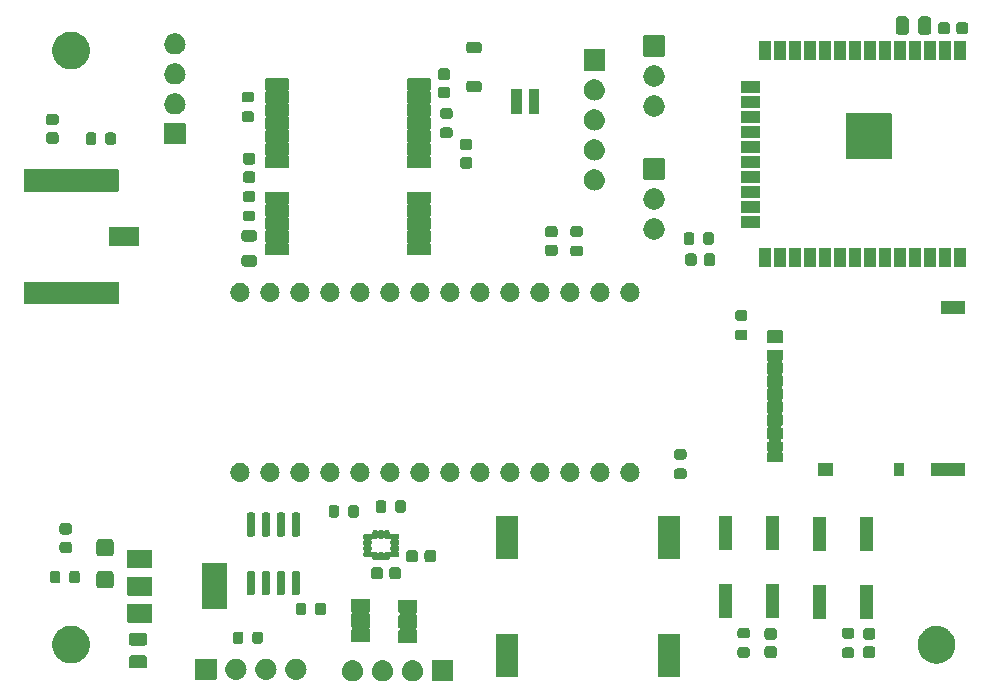
<source format=gbr>
%TF.GenerationSoftware,KiCad,Pcbnew,7.0.2-0*%
%TF.CreationDate,2023-08-11T14:32:49-04:00*%
%TF.ProjectId,data_logger,64617461-5f6c-46f6-9767-65722e6b6963,rev?*%
%TF.SameCoordinates,Original*%
%TF.FileFunction,Soldermask,Top*%
%TF.FilePolarity,Negative*%
%FSLAX46Y46*%
G04 Gerber Fmt 4.6, Leading zero omitted, Abs format (unit mm)*
G04 Created by KiCad (PCBNEW 7.0.2-0) date 2023-08-11 14:32:49*
%MOMM*%
%LPD*%
G01*
G04 APERTURE LIST*
G04 APERTURE END LIST*
G36*
X21061281Y-67288223D02*
G01*
X21119541Y-67288223D01*
X21183206Y-67297818D01*
X21250295Y-67303099D01*
X21304369Y-67316081D01*
X21355953Y-67323856D01*
X21423358Y-67344647D01*
X21494427Y-67361710D01*
X21540380Y-67380744D01*
X21584420Y-67394329D01*
X21653560Y-67427625D01*
X21726385Y-67457790D01*
X21763765Y-67480696D01*
X21799825Y-67498062D01*
X21868416Y-67544827D01*
X21940456Y-67588973D01*
X21969303Y-67613610D01*
X21997362Y-67632741D01*
X22062871Y-67693524D01*
X22131371Y-67752029D01*
X22152173Y-67776385D01*
X22172626Y-67795363D01*
X22232427Y-67870351D01*
X22294427Y-67942944D01*
X22308061Y-67965193D01*
X22321694Y-67982288D01*
X22373105Y-68071336D01*
X22425610Y-68157015D01*
X22433322Y-68175634D01*
X22441233Y-68189336D01*
X22481580Y-68292139D01*
X22521690Y-68388973D01*
X22525006Y-68402788D01*
X22528580Y-68411893D01*
X22555343Y-68529148D01*
X22580301Y-68633105D01*
X22580948Y-68641330D01*
X22581783Y-68644987D01*
X22592665Y-68790208D01*
X22600000Y-68883400D01*
X22592663Y-68976623D01*
X22581783Y-69121812D01*
X22580948Y-69125468D01*
X22580301Y-69133695D01*
X22555338Y-69237670D01*
X22528580Y-69354906D01*
X22525007Y-69364008D01*
X22521690Y-69377827D01*
X22481572Y-69474678D01*
X22441233Y-69577463D01*
X22433323Y-69591162D01*
X22425610Y-69609785D01*
X22373095Y-69695480D01*
X22321694Y-69784511D01*
X22308064Y-69801602D01*
X22294427Y-69823856D01*
X22232415Y-69896462D01*
X22172626Y-69971436D01*
X22152177Y-69990409D01*
X22131371Y-70014771D01*
X22062857Y-70073286D01*
X21997362Y-70134058D01*
X21969309Y-70153184D01*
X21940456Y-70177827D01*
X21868402Y-70221981D01*
X21799825Y-70268737D01*
X21763772Y-70286098D01*
X21726385Y-70309010D01*
X21653546Y-70339180D01*
X21584420Y-70372470D01*
X21540390Y-70386051D01*
X21494427Y-70405090D01*
X21423344Y-70422155D01*
X21355953Y-70442943D01*
X21304377Y-70450716D01*
X21250295Y-70463701D01*
X21183202Y-70468981D01*
X21119541Y-70478577D01*
X21061281Y-70478577D01*
X21000000Y-70483400D01*
X20938719Y-70478577D01*
X20880459Y-70478577D01*
X20816796Y-70468981D01*
X20749705Y-70463701D01*
X20695623Y-70450717D01*
X20644046Y-70442943D01*
X20576651Y-70422154D01*
X20505573Y-70405090D01*
X20459612Y-70386052D01*
X20415579Y-70372470D01*
X20346449Y-70339178D01*
X20273615Y-70309010D01*
X20236227Y-70286099D01*
X20200175Y-70268737D01*
X20131594Y-70221979D01*
X20059544Y-70177827D01*
X20030694Y-70153187D01*
X20002637Y-70134058D01*
X19937129Y-70073275D01*
X19868629Y-70014771D01*
X19847826Y-69990413D01*
X19827373Y-69971436D01*
X19767569Y-69896445D01*
X19705573Y-69823856D01*
X19691939Y-69801607D01*
X19678305Y-69784511D01*
X19626886Y-69695452D01*
X19574390Y-69609785D01*
X19566678Y-69591168D01*
X19558766Y-69577463D01*
X19518408Y-69474632D01*
X19478310Y-69377827D01*
X19474994Y-69364015D01*
X19471419Y-69354906D01*
X19444634Y-69237555D01*
X19419699Y-69133695D01*
X19419052Y-69125474D01*
X19418216Y-69121812D01*
X19407303Y-68976186D01*
X19400000Y-68883400D01*
X19407314Y-68790461D01*
X19418216Y-68644987D01*
X19419052Y-68641323D01*
X19419699Y-68633105D01*
X19444636Y-68529233D01*
X19471419Y-68411893D01*
X19474994Y-68402782D01*
X19478310Y-68388973D01*
X19518400Y-68292185D01*
X19558766Y-68189336D01*
X19566680Y-68175628D01*
X19574390Y-68157015D01*
X19626876Y-68071364D01*
X19678305Y-67982288D01*
X19691941Y-67965187D01*
X19705573Y-67942944D01*
X19767557Y-67870369D01*
X19827373Y-67795363D01*
X19847830Y-67776381D01*
X19868629Y-67752029D01*
X19937116Y-67693535D01*
X20002637Y-67632741D01*
X20030699Y-67613608D01*
X20059544Y-67588973D01*
X20131579Y-67544829D01*
X20200175Y-67498062D01*
X20236235Y-67480696D01*
X20273615Y-67457790D01*
X20346434Y-67427627D01*
X20415579Y-67394329D01*
X20459622Y-67380743D01*
X20505573Y-67361710D01*
X20576636Y-67344649D01*
X20644046Y-67323856D01*
X20695632Y-67316080D01*
X20749705Y-67303099D01*
X20816792Y-67297818D01*
X20880459Y-67288223D01*
X20938719Y-67288223D01*
X21000000Y-67283400D01*
X21061281Y-67288223D01*
G37*
G36*
X27214514Y-69798395D02*
G01*
X27230326Y-69805376D01*
X27238131Y-69806613D01*
X27270639Y-69823176D01*
X27315706Y-69843076D01*
X27393924Y-69921294D01*
X27413826Y-69966367D01*
X27430386Y-69998868D01*
X27431621Y-70006670D01*
X27438605Y-70022486D01*
X27446600Y-70091400D01*
X27446600Y-70591400D01*
X27438605Y-70660314D01*
X27431621Y-70676129D01*
X27430386Y-70683931D01*
X27413829Y-70716424D01*
X27393924Y-70761506D01*
X27315706Y-70839724D01*
X27270624Y-70859629D01*
X27238131Y-70876186D01*
X27230329Y-70877421D01*
X27214514Y-70884405D01*
X27145600Y-70892400D01*
X26195600Y-70892400D01*
X26126686Y-70884405D01*
X26110870Y-70877421D01*
X26103068Y-70876186D01*
X26070567Y-70859626D01*
X26025494Y-70839724D01*
X25947276Y-70761506D01*
X25927376Y-70716439D01*
X25910813Y-70683931D01*
X25909576Y-70676126D01*
X25902595Y-70660314D01*
X25894600Y-70591400D01*
X25894600Y-70091400D01*
X25902595Y-70022486D01*
X25909576Y-70006674D01*
X25910813Y-69998868D01*
X25927380Y-69966353D01*
X25947276Y-69921294D01*
X26025494Y-69843076D01*
X26070553Y-69823180D01*
X26103068Y-69806613D01*
X26110874Y-69805376D01*
X26126686Y-69798395D01*
X26195600Y-69790400D01*
X27145600Y-69790400D01*
X27214514Y-69798395D01*
G37*
G36*
X33288117Y-70082282D02*
G01*
X33304662Y-70093338D01*
X33315718Y-70109883D01*
X33319600Y-70129400D01*
X33319600Y-71829400D01*
X33315718Y-71848917D01*
X33304662Y-71865462D01*
X33288117Y-71876518D01*
X33268600Y-71880400D01*
X31568600Y-71880400D01*
X31549083Y-71876518D01*
X31532538Y-71865462D01*
X31521482Y-71848917D01*
X31517600Y-71829400D01*
X31517600Y-70129400D01*
X31521482Y-70109883D01*
X31532538Y-70093338D01*
X31549083Y-70082282D01*
X31568600Y-70078400D01*
X33268600Y-70078400D01*
X33288117Y-70082282D01*
G37*
G36*
X40082583Y-70083336D02*
G01*
X40132780Y-70083336D01*
X40176124Y-70092549D01*
X40214259Y-70096305D01*
X40262166Y-70110837D01*
X40317024Y-70122498D01*
X40352130Y-70138128D01*
X40383166Y-70147543D01*
X40432484Y-70173904D01*
X40489100Y-70199111D01*
X40515422Y-70218235D01*
X40538832Y-70230748D01*
X40586588Y-70269940D01*
X40641487Y-70309827D01*
X40659311Y-70329623D01*
X40675275Y-70342724D01*
X40718172Y-70394994D01*
X40767524Y-70449805D01*
X40777892Y-70467763D01*
X40787251Y-70479167D01*
X40821873Y-70543942D01*
X40861704Y-70612930D01*
X40866285Y-70627030D01*
X40870456Y-70634833D01*
X40893452Y-70710642D01*
X40919911Y-70792072D01*
X40920842Y-70800932D01*
X40921694Y-70803740D01*
X40929985Y-70887920D01*
X40939600Y-70979400D01*
X40929982Y-71070901D01*
X40921694Y-71155059D01*
X40920842Y-71157866D01*
X40919911Y-71166728D01*
X40893448Y-71248171D01*
X40870456Y-71323966D01*
X40866286Y-71331766D01*
X40861704Y-71345870D01*
X40821866Y-71414870D01*
X40787251Y-71479632D01*
X40777894Y-71491033D01*
X40767524Y-71508995D01*
X40718163Y-71563815D01*
X40675275Y-71616075D01*
X40659314Y-71629173D01*
X40641487Y-71648973D01*
X40586577Y-71688867D01*
X40538832Y-71728051D01*
X40515427Y-71740561D01*
X40489100Y-71759689D01*
X40432473Y-71784900D01*
X40383166Y-71811256D01*
X40352137Y-71820668D01*
X40317024Y-71836302D01*
X40262155Y-71847964D01*
X40214259Y-71862494D01*
X40176133Y-71866249D01*
X40132780Y-71875464D01*
X40082572Y-71875464D01*
X40038599Y-71879795D01*
X39994626Y-71875464D01*
X39944420Y-71875464D01*
X39901067Y-71866249D01*
X39862940Y-71862494D01*
X39815041Y-71847963D01*
X39760176Y-71836302D01*
X39725064Y-71820669D01*
X39694033Y-71811256D01*
X39644720Y-71784898D01*
X39588100Y-71759689D01*
X39561775Y-71740563D01*
X39538367Y-71728051D01*
X39490613Y-71688860D01*
X39435713Y-71648973D01*
X39417887Y-71629176D01*
X39401924Y-71616075D01*
X39359025Y-71563802D01*
X39309676Y-71508995D01*
X39299308Y-71491037D01*
X39289948Y-71479632D01*
X39255319Y-71414847D01*
X39215496Y-71345870D01*
X39210915Y-71331771D01*
X39206743Y-71323966D01*
X39183736Y-71248125D01*
X39157289Y-71166728D01*
X39156358Y-71157871D01*
X39155505Y-71155059D01*
X39147201Y-71070749D01*
X39137600Y-70979400D01*
X39147198Y-70888072D01*
X39155505Y-70803740D01*
X39156358Y-70800927D01*
X39157289Y-70792072D01*
X39183732Y-70710688D01*
X39206743Y-70634833D01*
X39210915Y-70627026D01*
X39215496Y-70612930D01*
X39255312Y-70543965D01*
X39289948Y-70479167D01*
X39299310Y-70467759D01*
X39309676Y-70449805D01*
X39359016Y-70395007D01*
X39401924Y-70342724D01*
X39417891Y-70329619D01*
X39435713Y-70309827D01*
X39490602Y-70269946D01*
X39538367Y-70230748D01*
X39561780Y-70218233D01*
X39588100Y-70199111D01*
X39644709Y-70173906D01*
X39694033Y-70147543D01*
X39725071Y-70138127D01*
X39760176Y-70122498D01*
X39815030Y-70110838D01*
X39862940Y-70096305D01*
X39901076Y-70092548D01*
X39944420Y-70083336D01*
X39994616Y-70083336D01*
X40038599Y-70079004D01*
X40082583Y-70083336D01*
G37*
G36*
X53321117Y-70209282D02*
G01*
X53337662Y-70220338D01*
X53348718Y-70236883D01*
X53352600Y-70256400D01*
X53352600Y-71956400D01*
X53348718Y-71975917D01*
X53337662Y-71992462D01*
X53321117Y-72003518D01*
X53301600Y-72007400D01*
X51601600Y-72007400D01*
X51582083Y-72003518D01*
X51565538Y-71992462D01*
X51554482Y-71975917D01*
X51550600Y-71956400D01*
X51550600Y-70256400D01*
X51554482Y-70236883D01*
X51565538Y-70220338D01*
X51582083Y-70209282D01*
X51601600Y-70205400D01*
X53301600Y-70205400D01*
X53321117Y-70209282D01*
G37*
G36*
X44875583Y-70210336D02*
G01*
X44925780Y-70210336D01*
X44969124Y-70219549D01*
X45007259Y-70223305D01*
X45055166Y-70237837D01*
X45110024Y-70249498D01*
X45145130Y-70265128D01*
X45176166Y-70274543D01*
X45225484Y-70300904D01*
X45282100Y-70326111D01*
X45308422Y-70345235D01*
X45331832Y-70357748D01*
X45379588Y-70396940D01*
X45434487Y-70436827D01*
X45452311Y-70456623D01*
X45468275Y-70469724D01*
X45511172Y-70521994D01*
X45560524Y-70576805D01*
X45570892Y-70594763D01*
X45580251Y-70606167D01*
X45614873Y-70670942D01*
X45654704Y-70739930D01*
X45659285Y-70754030D01*
X45663456Y-70761833D01*
X45686452Y-70837642D01*
X45712911Y-70919072D01*
X45713842Y-70927932D01*
X45714694Y-70930740D01*
X45722984Y-71014913D01*
X45732600Y-71106400D01*
X45722983Y-71197894D01*
X45714694Y-71282059D01*
X45713842Y-71284866D01*
X45712911Y-71293728D01*
X45686448Y-71375171D01*
X45663456Y-71450966D01*
X45659286Y-71458766D01*
X45654704Y-71472870D01*
X45614866Y-71541870D01*
X45580251Y-71606632D01*
X45570894Y-71618033D01*
X45560524Y-71635995D01*
X45511163Y-71690815D01*
X45468275Y-71743075D01*
X45452314Y-71756173D01*
X45434487Y-71775973D01*
X45379577Y-71815867D01*
X45331832Y-71855051D01*
X45308427Y-71867561D01*
X45282100Y-71886689D01*
X45225473Y-71911900D01*
X45176166Y-71938256D01*
X45145137Y-71947668D01*
X45110024Y-71963302D01*
X45055155Y-71974964D01*
X45007259Y-71989494D01*
X44969132Y-71993249D01*
X44925780Y-72002464D01*
X44875573Y-72002464D01*
X44831600Y-72006795D01*
X44787627Y-72002464D01*
X44737420Y-72002464D01*
X44694067Y-71993249D01*
X44655940Y-71989494D01*
X44608041Y-71974963D01*
X44553176Y-71963302D01*
X44518064Y-71947669D01*
X44487033Y-71938256D01*
X44437720Y-71911898D01*
X44381100Y-71886689D01*
X44354775Y-71867563D01*
X44331367Y-71855051D01*
X44283613Y-71815860D01*
X44228713Y-71775973D01*
X44210887Y-71756176D01*
X44194924Y-71743075D01*
X44152025Y-71690802D01*
X44102676Y-71635995D01*
X44092308Y-71618037D01*
X44082948Y-71606632D01*
X44048319Y-71541847D01*
X44008496Y-71472870D01*
X44003915Y-71458771D01*
X43999743Y-71450966D01*
X43976736Y-71375125D01*
X43950289Y-71293728D01*
X43949358Y-71284871D01*
X43948505Y-71282059D01*
X43940200Y-71197742D01*
X43930600Y-71106400D01*
X43940199Y-71015064D01*
X43948505Y-70930740D01*
X43949358Y-70927927D01*
X43950289Y-70919072D01*
X43976732Y-70837688D01*
X43999743Y-70761833D01*
X44003915Y-70754026D01*
X44008496Y-70739930D01*
X44048312Y-70670965D01*
X44082948Y-70606167D01*
X44092310Y-70594759D01*
X44102676Y-70576805D01*
X44152016Y-70522007D01*
X44194924Y-70469724D01*
X44210891Y-70456619D01*
X44228713Y-70436827D01*
X44283602Y-70396946D01*
X44331367Y-70357748D01*
X44354780Y-70345233D01*
X44381100Y-70326111D01*
X44437709Y-70300906D01*
X44487033Y-70274543D01*
X44518071Y-70265127D01*
X44553176Y-70249498D01*
X44608030Y-70237838D01*
X44655940Y-70223305D01*
X44694076Y-70219548D01*
X44737420Y-70210336D01*
X44787616Y-70210336D01*
X44831600Y-70206004D01*
X44875583Y-70210336D01*
G37*
G36*
X47415583Y-70210336D02*
G01*
X47465780Y-70210336D01*
X47509124Y-70219549D01*
X47547259Y-70223305D01*
X47595166Y-70237837D01*
X47650024Y-70249498D01*
X47685130Y-70265128D01*
X47716166Y-70274543D01*
X47765484Y-70300904D01*
X47822100Y-70326111D01*
X47848422Y-70345235D01*
X47871832Y-70357748D01*
X47919588Y-70396940D01*
X47974487Y-70436827D01*
X47992311Y-70456623D01*
X48008275Y-70469724D01*
X48051172Y-70521994D01*
X48100524Y-70576805D01*
X48110892Y-70594763D01*
X48120251Y-70606167D01*
X48154873Y-70670942D01*
X48194704Y-70739930D01*
X48199285Y-70754030D01*
X48203456Y-70761833D01*
X48226452Y-70837642D01*
X48252911Y-70919072D01*
X48253842Y-70927932D01*
X48254694Y-70930740D01*
X48262984Y-71014913D01*
X48272600Y-71106400D01*
X48262983Y-71197894D01*
X48254694Y-71282059D01*
X48253842Y-71284866D01*
X48252911Y-71293728D01*
X48226448Y-71375171D01*
X48203456Y-71450966D01*
X48199286Y-71458766D01*
X48194704Y-71472870D01*
X48154866Y-71541870D01*
X48120251Y-71606632D01*
X48110894Y-71618033D01*
X48100524Y-71635995D01*
X48051163Y-71690815D01*
X48008275Y-71743075D01*
X47992314Y-71756173D01*
X47974487Y-71775973D01*
X47919577Y-71815867D01*
X47871832Y-71855051D01*
X47848427Y-71867561D01*
X47822100Y-71886689D01*
X47765473Y-71911900D01*
X47716166Y-71938256D01*
X47685137Y-71947668D01*
X47650024Y-71963302D01*
X47595155Y-71974964D01*
X47547259Y-71989494D01*
X47509133Y-71993249D01*
X47465780Y-72002464D01*
X47415572Y-72002464D01*
X47371599Y-72006795D01*
X47327626Y-72002464D01*
X47277420Y-72002464D01*
X47234067Y-71993249D01*
X47195940Y-71989494D01*
X47148041Y-71974963D01*
X47093176Y-71963302D01*
X47058064Y-71947669D01*
X47027033Y-71938256D01*
X46977720Y-71911898D01*
X46921100Y-71886689D01*
X46894775Y-71867563D01*
X46871367Y-71855051D01*
X46823613Y-71815860D01*
X46768713Y-71775973D01*
X46750887Y-71756176D01*
X46734924Y-71743075D01*
X46692025Y-71690802D01*
X46642676Y-71635995D01*
X46632308Y-71618037D01*
X46622948Y-71606632D01*
X46588319Y-71541847D01*
X46548496Y-71472870D01*
X46543915Y-71458771D01*
X46539743Y-71450966D01*
X46516736Y-71375125D01*
X46490289Y-71293728D01*
X46489358Y-71284871D01*
X46488505Y-71282059D01*
X46480200Y-71197742D01*
X46470600Y-71106400D01*
X46480199Y-71015064D01*
X46488505Y-70930740D01*
X46489358Y-70927927D01*
X46490289Y-70919072D01*
X46516732Y-70837688D01*
X46539743Y-70761833D01*
X46543915Y-70754026D01*
X46548496Y-70739930D01*
X46588312Y-70670965D01*
X46622948Y-70606167D01*
X46632310Y-70594759D01*
X46642676Y-70576805D01*
X46692016Y-70522007D01*
X46734924Y-70469724D01*
X46750891Y-70456619D01*
X46768713Y-70436827D01*
X46823602Y-70396946D01*
X46871367Y-70357748D01*
X46894780Y-70345233D01*
X46921100Y-70326111D01*
X46977709Y-70300906D01*
X47027033Y-70274543D01*
X47058071Y-70265127D01*
X47093176Y-70249498D01*
X47148030Y-70237838D01*
X47195940Y-70223305D01*
X47234076Y-70219548D01*
X47277420Y-70210336D01*
X47327616Y-70210336D01*
X47371599Y-70206004D01*
X47415583Y-70210336D01*
G37*
G36*
X49955583Y-70210336D02*
G01*
X50005780Y-70210336D01*
X50049124Y-70219549D01*
X50087259Y-70223305D01*
X50135166Y-70237837D01*
X50190024Y-70249498D01*
X50225130Y-70265128D01*
X50256166Y-70274543D01*
X50305484Y-70300904D01*
X50362100Y-70326111D01*
X50388422Y-70345235D01*
X50411832Y-70357748D01*
X50459588Y-70396940D01*
X50514487Y-70436827D01*
X50532311Y-70456623D01*
X50548275Y-70469724D01*
X50591172Y-70521994D01*
X50640524Y-70576805D01*
X50650892Y-70594763D01*
X50660251Y-70606167D01*
X50694873Y-70670942D01*
X50734704Y-70739930D01*
X50739285Y-70754030D01*
X50743456Y-70761833D01*
X50766452Y-70837642D01*
X50792911Y-70919072D01*
X50793842Y-70927932D01*
X50794694Y-70930740D01*
X50802984Y-71014913D01*
X50812600Y-71106400D01*
X50802983Y-71197894D01*
X50794694Y-71282059D01*
X50793842Y-71284866D01*
X50792911Y-71293728D01*
X50766448Y-71375171D01*
X50743456Y-71450966D01*
X50739286Y-71458766D01*
X50734704Y-71472870D01*
X50694866Y-71541870D01*
X50660251Y-71606632D01*
X50650894Y-71618033D01*
X50640524Y-71635995D01*
X50591163Y-71690815D01*
X50548275Y-71743075D01*
X50532314Y-71756173D01*
X50514487Y-71775973D01*
X50459577Y-71815867D01*
X50411832Y-71855051D01*
X50388427Y-71867561D01*
X50362100Y-71886689D01*
X50305473Y-71911900D01*
X50256166Y-71938256D01*
X50225137Y-71947668D01*
X50190024Y-71963302D01*
X50135155Y-71974964D01*
X50087259Y-71989494D01*
X50049132Y-71993249D01*
X50005780Y-72002464D01*
X49955573Y-72002464D01*
X49911600Y-72006795D01*
X49867627Y-72002464D01*
X49817420Y-72002464D01*
X49774067Y-71993249D01*
X49735940Y-71989494D01*
X49688041Y-71974963D01*
X49633176Y-71963302D01*
X49598064Y-71947669D01*
X49567033Y-71938256D01*
X49517720Y-71911898D01*
X49461100Y-71886689D01*
X49434775Y-71867563D01*
X49411367Y-71855051D01*
X49363613Y-71815860D01*
X49308713Y-71775973D01*
X49290887Y-71756176D01*
X49274924Y-71743075D01*
X49232025Y-71690802D01*
X49182676Y-71635995D01*
X49172308Y-71618037D01*
X49162948Y-71606632D01*
X49128319Y-71541847D01*
X49088496Y-71472870D01*
X49083915Y-71458771D01*
X49079743Y-71450966D01*
X49056736Y-71375125D01*
X49030289Y-71293728D01*
X49029358Y-71284871D01*
X49028505Y-71282059D01*
X49020200Y-71197742D01*
X49010600Y-71106400D01*
X49020199Y-71015064D01*
X49028505Y-70930740D01*
X49029358Y-70927927D01*
X49030289Y-70919072D01*
X49056732Y-70837688D01*
X49079743Y-70761833D01*
X49083915Y-70754026D01*
X49088496Y-70739930D01*
X49128312Y-70670965D01*
X49162948Y-70606167D01*
X49172310Y-70594759D01*
X49182676Y-70576805D01*
X49232016Y-70522007D01*
X49274924Y-70469724D01*
X49290891Y-70456619D01*
X49308713Y-70436827D01*
X49363602Y-70396946D01*
X49411367Y-70357748D01*
X49434780Y-70345233D01*
X49461100Y-70326111D01*
X49517709Y-70300906D01*
X49567033Y-70274543D01*
X49598071Y-70265127D01*
X49633176Y-70249498D01*
X49688030Y-70237838D01*
X49735940Y-70223305D01*
X49774076Y-70219548D01*
X49817420Y-70210336D01*
X49867616Y-70210336D01*
X49911600Y-70206004D01*
X49955583Y-70210336D01*
G37*
G36*
X35002583Y-70083336D02*
G01*
X35052780Y-70083336D01*
X35096124Y-70092549D01*
X35134259Y-70096305D01*
X35182166Y-70110837D01*
X35237024Y-70122498D01*
X35272130Y-70138128D01*
X35303166Y-70147543D01*
X35352484Y-70173904D01*
X35409100Y-70199111D01*
X35435422Y-70218235D01*
X35458832Y-70230748D01*
X35506588Y-70269940D01*
X35561487Y-70309827D01*
X35579311Y-70329623D01*
X35595275Y-70342724D01*
X35638172Y-70394994D01*
X35687524Y-70449805D01*
X35697892Y-70467763D01*
X35707251Y-70479167D01*
X35741873Y-70543942D01*
X35781704Y-70612930D01*
X35786285Y-70627030D01*
X35790456Y-70634833D01*
X35813452Y-70710642D01*
X35839911Y-70792072D01*
X35840842Y-70800932D01*
X35841694Y-70803740D01*
X35849985Y-70887920D01*
X35859600Y-70979400D01*
X35849982Y-71070901D01*
X35841694Y-71155059D01*
X35840842Y-71157866D01*
X35839911Y-71166728D01*
X35813448Y-71248171D01*
X35790456Y-71323966D01*
X35786286Y-71331766D01*
X35781704Y-71345870D01*
X35741866Y-71414870D01*
X35707251Y-71479632D01*
X35697894Y-71491033D01*
X35687524Y-71508995D01*
X35638163Y-71563815D01*
X35595275Y-71616075D01*
X35579314Y-71629173D01*
X35561487Y-71648973D01*
X35506577Y-71688867D01*
X35458832Y-71728051D01*
X35435427Y-71740561D01*
X35409100Y-71759689D01*
X35352473Y-71784900D01*
X35303166Y-71811256D01*
X35272137Y-71820668D01*
X35237024Y-71836302D01*
X35182155Y-71847964D01*
X35134259Y-71862494D01*
X35096133Y-71866249D01*
X35052780Y-71875464D01*
X35002572Y-71875464D01*
X34958599Y-71879795D01*
X34914626Y-71875464D01*
X34864420Y-71875464D01*
X34821067Y-71866249D01*
X34782940Y-71862494D01*
X34735041Y-71847963D01*
X34680176Y-71836302D01*
X34645064Y-71820669D01*
X34614033Y-71811256D01*
X34564720Y-71784898D01*
X34508100Y-71759689D01*
X34481775Y-71740563D01*
X34458367Y-71728051D01*
X34410613Y-71688860D01*
X34355713Y-71648973D01*
X34337887Y-71629176D01*
X34321924Y-71616075D01*
X34279025Y-71563802D01*
X34229676Y-71508995D01*
X34219308Y-71491037D01*
X34209948Y-71479632D01*
X34175319Y-71414847D01*
X34135496Y-71345870D01*
X34130915Y-71331771D01*
X34126743Y-71323966D01*
X34103736Y-71248125D01*
X34077289Y-71166728D01*
X34076358Y-71157871D01*
X34075505Y-71155059D01*
X34067201Y-71070749D01*
X34057600Y-70979400D01*
X34067198Y-70888072D01*
X34075505Y-70803740D01*
X34076358Y-70800927D01*
X34077289Y-70792072D01*
X34103732Y-70710688D01*
X34126743Y-70634833D01*
X34130915Y-70627026D01*
X34135496Y-70612930D01*
X34175312Y-70543965D01*
X34209948Y-70479167D01*
X34219310Y-70467759D01*
X34229676Y-70449805D01*
X34279016Y-70395007D01*
X34321924Y-70342724D01*
X34337891Y-70329619D01*
X34355713Y-70309827D01*
X34410602Y-70269946D01*
X34458367Y-70230748D01*
X34481780Y-70218233D01*
X34508100Y-70199111D01*
X34564709Y-70173906D01*
X34614033Y-70147543D01*
X34645071Y-70138127D01*
X34680176Y-70122498D01*
X34735030Y-70110838D01*
X34782940Y-70096305D01*
X34821076Y-70092548D01*
X34864420Y-70083336D01*
X34914616Y-70083336D01*
X34958600Y-70079004D01*
X35002583Y-70083336D01*
G37*
G36*
X37542583Y-70083336D02*
G01*
X37592780Y-70083336D01*
X37636124Y-70092549D01*
X37674259Y-70096305D01*
X37722166Y-70110837D01*
X37777024Y-70122498D01*
X37812130Y-70138128D01*
X37843166Y-70147543D01*
X37892484Y-70173904D01*
X37949100Y-70199111D01*
X37975422Y-70218235D01*
X37998832Y-70230748D01*
X38046588Y-70269940D01*
X38101487Y-70309827D01*
X38119311Y-70329623D01*
X38135275Y-70342724D01*
X38178172Y-70394994D01*
X38227524Y-70449805D01*
X38237892Y-70467763D01*
X38247251Y-70479167D01*
X38281873Y-70543942D01*
X38321704Y-70612930D01*
X38326285Y-70627030D01*
X38330456Y-70634833D01*
X38353452Y-70710642D01*
X38379911Y-70792072D01*
X38380842Y-70800932D01*
X38381694Y-70803740D01*
X38389985Y-70887920D01*
X38399600Y-70979400D01*
X38389982Y-71070901D01*
X38381694Y-71155059D01*
X38380842Y-71157866D01*
X38379911Y-71166728D01*
X38353448Y-71248171D01*
X38330456Y-71323966D01*
X38326286Y-71331766D01*
X38321704Y-71345870D01*
X38281866Y-71414870D01*
X38247251Y-71479632D01*
X38237894Y-71491033D01*
X38227524Y-71508995D01*
X38178163Y-71563815D01*
X38135275Y-71616075D01*
X38119314Y-71629173D01*
X38101487Y-71648973D01*
X38046577Y-71688867D01*
X37998832Y-71728051D01*
X37975427Y-71740561D01*
X37949100Y-71759689D01*
X37892473Y-71784900D01*
X37843166Y-71811256D01*
X37812137Y-71820668D01*
X37777024Y-71836302D01*
X37722155Y-71847964D01*
X37674259Y-71862494D01*
X37636133Y-71866249D01*
X37592780Y-71875464D01*
X37542572Y-71875464D01*
X37498599Y-71879795D01*
X37454626Y-71875464D01*
X37404420Y-71875464D01*
X37361067Y-71866249D01*
X37322940Y-71862494D01*
X37275041Y-71847963D01*
X37220176Y-71836302D01*
X37185064Y-71820669D01*
X37154033Y-71811256D01*
X37104720Y-71784898D01*
X37048100Y-71759689D01*
X37021775Y-71740563D01*
X36998367Y-71728051D01*
X36950613Y-71688860D01*
X36895713Y-71648973D01*
X36877887Y-71629176D01*
X36861924Y-71616075D01*
X36819025Y-71563802D01*
X36769676Y-71508995D01*
X36759308Y-71491037D01*
X36749948Y-71479632D01*
X36715319Y-71414847D01*
X36675496Y-71345870D01*
X36670915Y-71331771D01*
X36666743Y-71323966D01*
X36643736Y-71248125D01*
X36617289Y-71166728D01*
X36616358Y-71157871D01*
X36615505Y-71155059D01*
X36607200Y-71070742D01*
X36597600Y-70979400D01*
X36607199Y-70888064D01*
X36615505Y-70803740D01*
X36616358Y-70800927D01*
X36617289Y-70792072D01*
X36643732Y-70710688D01*
X36666743Y-70634833D01*
X36670915Y-70627026D01*
X36675496Y-70612930D01*
X36715312Y-70543965D01*
X36749948Y-70479167D01*
X36759310Y-70467759D01*
X36769676Y-70449805D01*
X36819016Y-70395007D01*
X36861924Y-70342724D01*
X36877891Y-70329619D01*
X36895713Y-70309827D01*
X36950602Y-70269946D01*
X36998367Y-70230748D01*
X37021780Y-70218233D01*
X37048100Y-70199111D01*
X37104709Y-70173906D01*
X37154033Y-70147543D01*
X37185071Y-70138127D01*
X37220176Y-70122498D01*
X37275030Y-70110838D01*
X37322940Y-70096305D01*
X37361076Y-70092548D01*
X37404420Y-70083336D01*
X37454616Y-70083336D01*
X37498599Y-70079004D01*
X37542583Y-70083336D01*
G37*
G36*
X24370514Y-59932395D02*
G01*
X24386326Y-59939376D01*
X24394131Y-59940613D01*
X24426639Y-59957176D01*
X24471706Y-59977076D01*
X24549924Y-60055294D01*
X24569826Y-60100367D01*
X24586386Y-60132868D01*
X24587621Y-60140670D01*
X24594605Y-60156486D01*
X24602600Y-60225400D01*
X24602600Y-61125400D01*
X24594605Y-61194314D01*
X24587621Y-61210129D01*
X24586386Y-61217931D01*
X24569829Y-61250424D01*
X24549924Y-61295506D01*
X24471706Y-61373724D01*
X24426624Y-61393629D01*
X24394131Y-61410186D01*
X24386329Y-61411421D01*
X24370514Y-61418405D01*
X24301600Y-61426400D01*
X23451600Y-61426400D01*
X23382686Y-61418405D01*
X23366870Y-61411421D01*
X23359068Y-61410186D01*
X23326567Y-61393626D01*
X23281494Y-61373724D01*
X23203276Y-61295506D01*
X23183376Y-61250439D01*
X23166813Y-61217931D01*
X23165576Y-61210126D01*
X23158595Y-61194314D01*
X23150600Y-61125400D01*
X23150600Y-60225400D01*
X23158595Y-60156486D01*
X23165576Y-60140674D01*
X23166813Y-60132868D01*
X23183380Y-60100353D01*
X23203276Y-60055294D01*
X23281494Y-59977076D01*
X23326553Y-59957180D01*
X23359068Y-59940613D01*
X23366874Y-59939376D01*
X23382686Y-59932395D01*
X23451600Y-59924400D01*
X24301600Y-59924400D01*
X24370514Y-59932395D01*
G37*
G36*
X27850117Y-60850282D02*
G01*
X27866662Y-60861338D01*
X27877718Y-60877883D01*
X27881600Y-60897400D01*
X27881600Y-62397400D01*
X27877718Y-62416917D01*
X27866662Y-62433462D01*
X27850117Y-62444518D01*
X27830600Y-62448400D01*
X25830600Y-62448400D01*
X25811083Y-62444518D01*
X25794538Y-62433462D01*
X25783482Y-62416917D01*
X25779600Y-62397400D01*
X25779600Y-60897400D01*
X25783482Y-60877883D01*
X25794538Y-60861338D01*
X25811083Y-60850282D01*
X25830600Y-60846400D01*
X27830600Y-60846400D01*
X27850117Y-60850282D01*
G37*
G36*
X34150117Y-62000282D02*
G01*
X34166662Y-62011338D01*
X34177718Y-62027883D01*
X34181600Y-62047400D01*
X34181600Y-65847400D01*
X34177718Y-65866917D01*
X34166662Y-65883462D01*
X34150117Y-65894518D01*
X34130600Y-65898400D01*
X32130600Y-65898400D01*
X32111083Y-65894518D01*
X32094538Y-65883462D01*
X32083482Y-65866917D01*
X32079600Y-65847400D01*
X32079600Y-62047400D01*
X32083482Y-62027883D01*
X32094538Y-62011338D01*
X32111083Y-62000282D01*
X32130600Y-61996400D01*
X34130600Y-61996400D01*
X34150117Y-62000282D01*
G37*
G36*
X46294517Y-65017082D02*
G01*
X46311062Y-65028138D01*
X46322118Y-65044683D01*
X46326000Y-65064200D01*
X46326000Y-66064200D01*
X46322118Y-66083717D01*
X46311062Y-66100262D01*
X46294517Y-66111318D01*
X46288359Y-66112542D01*
X46236213Y-66147387D01*
X46236213Y-66281013D01*
X46288360Y-66315857D01*
X46294517Y-66317082D01*
X46311062Y-66328138D01*
X46322118Y-66344683D01*
X46326000Y-66364200D01*
X46326000Y-67364200D01*
X46322118Y-67383717D01*
X46311062Y-67400262D01*
X46294517Y-67411318D01*
X46288359Y-67412542D01*
X46236213Y-67447387D01*
X46236213Y-67581013D01*
X46288360Y-67615857D01*
X46294517Y-67617082D01*
X46311062Y-67628138D01*
X46322118Y-67644683D01*
X46326000Y-67664200D01*
X46326000Y-68664200D01*
X46322118Y-68683717D01*
X46311062Y-68700262D01*
X46294517Y-68711318D01*
X46275000Y-68715200D01*
X44775000Y-68715200D01*
X44755483Y-68711318D01*
X44738938Y-68700262D01*
X44727882Y-68683717D01*
X44724000Y-68664200D01*
X44724000Y-67664200D01*
X44727882Y-67644683D01*
X44738938Y-67628138D01*
X44755483Y-67617082D01*
X44761636Y-67615857D01*
X44813786Y-67581012D01*
X44813786Y-67447388D01*
X44761638Y-67412542D01*
X44755483Y-67411318D01*
X44738938Y-67400262D01*
X44727882Y-67383717D01*
X44724000Y-67364200D01*
X44724000Y-66364200D01*
X44727882Y-66344683D01*
X44738938Y-66328138D01*
X44755483Y-66317082D01*
X44761636Y-66315857D01*
X44813786Y-66281012D01*
X44813786Y-66147388D01*
X44761638Y-66112542D01*
X44755483Y-66111318D01*
X44738938Y-66100262D01*
X44727882Y-66083717D01*
X44724000Y-66064200D01*
X44724000Y-65064200D01*
X44727882Y-65044683D01*
X44738938Y-65028138D01*
X44755483Y-65017082D01*
X44775000Y-65013200D01*
X46275000Y-65013200D01*
X46294517Y-65017082D01*
G37*
G36*
X50297817Y-65088682D02*
G01*
X50314362Y-65099738D01*
X50325418Y-65116283D01*
X50329300Y-65135800D01*
X50329300Y-66135800D01*
X50325418Y-66155317D01*
X50314362Y-66171862D01*
X50297817Y-66182918D01*
X50291659Y-66184142D01*
X50239513Y-66218987D01*
X50239513Y-66352613D01*
X50291660Y-66387457D01*
X50297817Y-66388682D01*
X50314362Y-66399738D01*
X50325418Y-66416283D01*
X50329300Y-66435800D01*
X50329300Y-67435800D01*
X50325418Y-67455317D01*
X50314362Y-67471862D01*
X50297817Y-67482918D01*
X50291659Y-67484142D01*
X50239513Y-67518987D01*
X50239513Y-67652613D01*
X50291660Y-67687457D01*
X50297817Y-67688682D01*
X50314362Y-67699738D01*
X50325418Y-67716283D01*
X50329300Y-67735800D01*
X50329300Y-68735800D01*
X50325418Y-68755317D01*
X50314362Y-68771862D01*
X50297817Y-68782918D01*
X50278300Y-68786800D01*
X48778300Y-68786800D01*
X48758783Y-68782918D01*
X48742238Y-68771862D01*
X48731182Y-68755317D01*
X48727300Y-68735800D01*
X48727300Y-67735800D01*
X48731182Y-67716283D01*
X48742238Y-67699738D01*
X48758783Y-67688682D01*
X48764936Y-67687457D01*
X48817086Y-67652612D01*
X48817086Y-67518988D01*
X48764938Y-67484142D01*
X48758783Y-67482918D01*
X48742238Y-67471862D01*
X48731182Y-67455317D01*
X48727300Y-67435800D01*
X48727300Y-66435800D01*
X48731182Y-66416283D01*
X48742238Y-66399738D01*
X48758783Y-66388682D01*
X48764936Y-66387457D01*
X48817086Y-66352612D01*
X48817086Y-66218988D01*
X48764938Y-66184142D01*
X48758783Y-66182918D01*
X48742238Y-66171862D01*
X48731182Y-66155317D01*
X48727300Y-66135800D01*
X48727300Y-65135800D01*
X48731182Y-65116283D01*
X48742238Y-65099738D01*
X48758783Y-65088682D01*
X48778300Y-65084800D01*
X50278300Y-65084800D01*
X50297817Y-65088682D01*
G37*
G36*
X58840117Y-68022282D02*
G01*
X58856662Y-68033338D01*
X58867718Y-68049883D01*
X58871600Y-68069400D01*
X58871600Y-71569400D01*
X58867718Y-71588917D01*
X58856662Y-71605462D01*
X58840117Y-71616518D01*
X58820600Y-71620400D01*
X57020600Y-71620400D01*
X57001083Y-71616518D01*
X56984538Y-71605462D01*
X56973482Y-71588917D01*
X56969600Y-71569400D01*
X56969600Y-68069400D01*
X56973482Y-68049883D01*
X56984538Y-68033338D01*
X57001083Y-68022282D01*
X57020600Y-68018400D01*
X58820600Y-68018400D01*
X58840117Y-68022282D01*
G37*
G36*
X72540117Y-68022282D02*
G01*
X72556662Y-68033338D01*
X72567718Y-68049883D01*
X72571600Y-68069400D01*
X72571600Y-71569400D01*
X72567718Y-71588917D01*
X72556662Y-71605462D01*
X72540117Y-71616518D01*
X72520600Y-71620400D01*
X70720600Y-71620400D01*
X70701083Y-71616518D01*
X70684538Y-71605462D01*
X70673482Y-71588917D01*
X70669600Y-71569400D01*
X70669600Y-68069400D01*
X70673482Y-68049883D01*
X70684538Y-68033338D01*
X70701083Y-68022282D01*
X70720600Y-68018400D01*
X72520600Y-68018400D01*
X72540117Y-68022282D01*
G37*
G36*
X94337881Y-67304223D02*
G01*
X94396141Y-67304223D01*
X94459806Y-67313818D01*
X94526895Y-67319099D01*
X94580969Y-67332081D01*
X94632553Y-67339856D01*
X94699958Y-67360647D01*
X94771027Y-67377710D01*
X94816980Y-67396744D01*
X94861020Y-67410329D01*
X94930160Y-67443625D01*
X95002985Y-67473790D01*
X95040365Y-67496696D01*
X95076425Y-67514062D01*
X95145016Y-67560827D01*
X95217056Y-67604973D01*
X95245903Y-67629610D01*
X95273962Y-67648741D01*
X95339471Y-67709524D01*
X95407971Y-67768029D01*
X95428773Y-67792385D01*
X95449226Y-67811363D01*
X95509027Y-67886351D01*
X95571027Y-67958944D01*
X95584661Y-67981193D01*
X95598294Y-67998288D01*
X95649705Y-68087336D01*
X95702210Y-68173015D01*
X95709922Y-68191634D01*
X95717833Y-68205336D01*
X95758180Y-68308139D01*
X95798290Y-68404973D01*
X95801606Y-68418788D01*
X95805180Y-68427893D01*
X95831943Y-68545148D01*
X95856901Y-68649105D01*
X95857548Y-68657330D01*
X95858383Y-68660987D01*
X95869265Y-68806208D01*
X95876600Y-68899400D01*
X95869263Y-68992623D01*
X95858383Y-69137812D01*
X95857548Y-69141468D01*
X95856901Y-69149695D01*
X95831938Y-69253670D01*
X95805180Y-69370906D01*
X95801607Y-69380008D01*
X95798290Y-69393827D01*
X95758172Y-69490678D01*
X95717833Y-69593463D01*
X95709923Y-69607162D01*
X95702210Y-69625785D01*
X95649695Y-69711480D01*
X95598294Y-69800511D01*
X95584664Y-69817602D01*
X95571027Y-69839856D01*
X95509015Y-69912462D01*
X95449226Y-69987436D01*
X95428777Y-70006409D01*
X95407971Y-70030771D01*
X95339457Y-70089286D01*
X95273962Y-70150058D01*
X95245909Y-70169184D01*
X95217056Y-70193827D01*
X95145002Y-70237981D01*
X95076425Y-70284737D01*
X95040372Y-70302098D01*
X95002985Y-70325010D01*
X94930146Y-70355180D01*
X94861020Y-70388470D01*
X94816990Y-70402051D01*
X94771027Y-70421090D01*
X94699944Y-70438155D01*
X94632553Y-70458943D01*
X94580977Y-70466716D01*
X94526895Y-70479701D01*
X94459802Y-70484981D01*
X94396141Y-70494577D01*
X94337881Y-70494577D01*
X94276600Y-70499400D01*
X94215319Y-70494577D01*
X94157059Y-70494577D01*
X94093396Y-70484981D01*
X94026305Y-70479701D01*
X93972223Y-70466717D01*
X93920646Y-70458943D01*
X93853251Y-70438154D01*
X93782173Y-70421090D01*
X93736212Y-70402052D01*
X93692179Y-70388470D01*
X93623049Y-70355178D01*
X93550215Y-70325010D01*
X93512827Y-70302099D01*
X93476775Y-70284737D01*
X93408194Y-70237979D01*
X93336144Y-70193827D01*
X93307294Y-70169187D01*
X93279237Y-70150058D01*
X93213729Y-70089275D01*
X93145229Y-70030771D01*
X93124426Y-70006413D01*
X93103973Y-69987436D01*
X93044169Y-69912445D01*
X92982173Y-69839856D01*
X92968539Y-69817607D01*
X92954905Y-69800511D01*
X92903486Y-69711452D01*
X92850990Y-69625785D01*
X92843278Y-69607168D01*
X92835366Y-69593463D01*
X92795008Y-69490632D01*
X92754910Y-69393827D01*
X92751594Y-69380015D01*
X92748019Y-69370906D01*
X92721241Y-69253586D01*
X92696299Y-69149695D01*
X92695652Y-69141474D01*
X92694816Y-69137812D01*
X92683916Y-68992358D01*
X92676600Y-68899400D01*
X92683913Y-68806473D01*
X92694816Y-68660987D01*
X92695652Y-68657323D01*
X92696299Y-68649105D01*
X92721236Y-68545233D01*
X92748019Y-68427893D01*
X92751594Y-68418782D01*
X92754910Y-68404973D01*
X92795000Y-68308185D01*
X92835366Y-68205336D01*
X92843280Y-68191628D01*
X92850990Y-68173015D01*
X92903476Y-68087364D01*
X92954905Y-67998288D01*
X92968541Y-67981187D01*
X92982173Y-67958944D01*
X93044157Y-67886369D01*
X93103973Y-67811363D01*
X93124430Y-67792381D01*
X93145229Y-67768029D01*
X93213716Y-67709535D01*
X93279237Y-67648741D01*
X93307299Y-67629608D01*
X93336144Y-67604973D01*
X93408179Y-67560829D01*
X93476775Y-67514062D01*
X93512835Y-67496696D01*
X93550215Y-67473790D01*
X93623034Y-67443627D01*
X93692179Y-67410329D01*
X93736222Y-67396743D01*
X93782173Y-67377710D01*
X93853236Y-67360649D01*
X93920646Y-67339856D01*
X93972232Y-67332080D01*
X94026305Y-67319099D01*
X94093392Y-67313818D01*
X94157059Y-67304223D01*
X94215319Y-67304223D01*
X94276600Y-67299400D01*
X94337881Y-67304223D01*
G37*
G36*
X80527633Y-69039844D02*
G01*
X80574006Y-69047189D01*
X80580057Y-69050272D01*
X80594821Y-69053209D01*
X80623725Y-69072523D01*
X80650511Y-69086171D01*
X80663318Y-69098978D01*
X80684361Y-69113039D01*
X80698421Y-69134081D01*
X80711228Y-69146888D01*
X80724874Y-69173671D01*
X80744191Y-69202579D01*
X80747127Y-69217344D01*
X80750210Y-69223393D01*
X80757551Y-69269745D01*
X80765200Y-69308200D01*
X80765200Y-69758200D01*
X80757550Y-69796658D01*
X80750210Y-69843006D01*
X80747128Y-69849054D01*
X80744191Y-69863821D01*
X80724872Y-69892732D01*
X80711228Y-69919511D01*
X80698423Y-69932315D01*
X80684361Y-69953361D01*
X80663315Y-69967423D01*
X80650511Y-69980228D01*
X80623732Y-69993872D01*
X80594821Y-70013191D01*
X80580054Y-70016128D01*
X80574006Y-70019210D01*
X80527658Y-70026550D01*
X80489200Y-70034200D01*
X79989200Y-70034200D01*
X79950745Y-70026551D01*
X79904393Y-70019210D01*
X79898344Y-70016127D01*
X79883579Y-70013191D01*
X79854671Y-69993874D01*
X79827888Y-69980228D01*
X79815081Y-69967421D01*
X79794039Y-69953361D01*
X79779978Y-69932318D01*
X79767171Y-69919511D01*
X79753523Y-69892725D01*
X79734209Y-69863821D01*
X79731272Y-69849057D01*
X79728189Y-69843006D01*
X79720844Y-69796633D01*
X79713200Y-69758200D01*
X79713200Y-69308200D01*
X79720844Y-69269770D01*
X79728189Y-69223393D01*
X79731272Y-69217341D01*
X79734209Y-69202579D01*
X79753520Y-69173677D01*
X79767171Y-69146888D01*
X79779980Y-69134078D01*
X79794039Y-69113039D01*
X79815078Y-69098980D01*
X79827888Y-69086171D01*
X79854677Y-69072520D01*
X79883579Y-69053209D01*
X79898341Y-69050272D01*
X79904393Y-69047189D01*
X79950770Y-69039844D01*
X79989200Y-69032200D01*
X80489200Y-69032200D01*
X80527633Y-69039844D01*
G37*
G36*
X87092193Y-69136331D02*
G01*
X87137333Y-69142908D01*
X87145617Y-69146958D01*
X87163454Y-69150506D01*
X87192297Y-69169778D01*
X87212244Y-69179530D01*
X87223022Y-69190308D01*
X87244884Y-69204916D01*
X87259491Y-69226777D01*
X87270269Y-69237555D01*
X87280019Y-69257499D01*
X87299294Y-69286346D01*
X87302842Y-69304183D01*
X87306891Y-69312466D01*
X87313465Y-69357590D01*
X87318400Y-69382400D01*
X87318400Y-69782400D01*
X87313464Y-69807212D01*
X87306891Y-69852333D01*
X87302842Y-69860614D01*
X87299294Y-69878454D01*
X87280017Y-69907303D01*
X87270269Y-69927244D01*
X87259493Y-69938019D01*
X87244884Y-69959884D01*
X87223019Y-69974493D01*
X87212244Y-69985269D01*
X87192303Y-69995017D01*
X87163454Y-70014294D01*
X87145614Y-70017842D01*
X87137333Y-70021891D01*
X87092212Y-70028464D01*
X87067400Y-70033400D01*
X86517400Y-70033400D01*
X86492590Y-70028465D01*
X86447466Y-70021891D01*
X86439183Y-70017842D01*
X86421346Y-70014294D01*
X86392499Y-69995019D01*
X86372555Y-69985269D01*
X86361777Y-69974491D01*
X86339916Y-69959884D01*
X86325308Y-69938022D01*
X86314530Y-69927244D01*
X86304778Y-69907297D01*
X86285506Y-69878454D01*
X86281958Y-69860617D01*
X86277908Y-69852333D01*
X86271331Y-69807193D01*
X86266400Y-69782400D01*
X86266400Y-69382400D01*
X86271331Y-69357609D01*
X86277908Y-69312466D01*
X86281958Y-69304180D01*
X86285506Y-69286346D01*
X86304776Y-69257505D01*
X86314530Y-69237555D01*
X86325310Y-69226774D01*
X86339916Y-69204916D01*
X86361774Y-69190310D01*
X86372555Y-69179530D01*
X86392505Y-69169776D01*
X86421346Y-69150506D01*
X86439180Y-69146958D01*
X86447466Y-69142908D01*
X86492609Y-69136331D01*
X86517400Y-69131400D01*
X87067400Y-69131400D01*
X87092193Y-69136331D01*
G37*
G36*
X88858833Y-69039044D02*
G01*
X88905206Y-69046389D01*
X88911257Y-69049472D01*
X88926021Y-69052409D01*
X88954925Y-69071723D01*
X88981711Y-69085371D01*
X88994518Y-69098178D01*
X89015561Y-69112239D01*
X89029621Y-69133281D01*
X89042428Y-69146088D01*
X89056074Y-69172871D01*
X89075391Y-69201779D01*
X89078327Y-69216544D01*
X89081410Y-69222593D01*
X89088751Y-69268945D01*
X89096400Y-69307400D01*
X89096400Y-69757400D01*
X89088750Y-69795858D01*
X89081410Y-69842206D01*
X89078328Y-69848254D01*
X89075391Y-69863021D01*
X89056072Y-69891932D01*
X89042428Y-69918711D01*
X89029623Y-69931515D01*
X89015561Y-69952561D01*
X88994515Y-69966623D01*
X88981711Y-69979428D01*
X88954932Y-69993072D01*
X88926021Y-70012391D01*
X88911254Y-70015328D01*
X88905206Y-70018410D01*
X88858858Y-70025750D01*
X88820400Y-70033400D01*
X88320400Y-70033400D01*
X88281945Y-70025751D01*
X88235593Y-70018410D01*
X88229544Y-70015327D01*
X88214779Y-70012391D01*
X88185871Y-69993074D01*
X88159088Y-69979428D01*
X88146281Y-69966621D01*
X88125239Y-69952561D01*
X88111178Y-69931518D01*
X88098371Y-69918711D01*
X88084723Y-69891925D01*
X88065409Y-69863021D01*
X88062472Y-69848257D01*
X88059389Y-69842206D01*
X88052044Y-69795833D01*
X88044400Y-69757400D01*
X88044400Y-69307400D01*
X88052044Y-69268970D01*
X88059389Y-69222593D01*
X88062472Y-69216541D01*
X88065409Y-69201779D01*
X88084720Y-69172877D01*
X88098371Y-69146088D01*
X88111180Y-69133278D01*
X88125239Y-69112239D01*
X88146278Y-69098180D01*
X88159088Y-69085371D01*
X88185877Y-69071720D01*
X88214779Y-69052409D01*
X88229541Y-69049472D01*
X88235593Y-69046389D01*
X88281970Y-69039044D01*
X88320400Y-69031400D01*
X88820400Y-69031400D01*
X88858833Y-69039044D01*
G37*
G36*
X78252993Y-69124131D02*
G01*
X78298133Y-69130708D01*
X78306417Y-69134758D01*
X78324254Y-69138306D01*
X78353097Y-69157578D01*
X78373044Y-69167330D01*
X78383822Y-69178108D01*
X78405684Y-69192716D01*
X78420291Y-69214577D01*
X78431069Y-69225355D01*
X78440819Y-69245299D01*
X78460094Y-69274146D01*
X78463642Y-69291983D01*
X78467691Y-69300266D01*
X78474265Y-69345390D01*
X78479200Y-69370200D01*
X78479200Y-69770200D01*
X78474264Y-69795012D01*
X78467691Y-69840133D01*
X78463642Y-69848414D01*
X78460094Y-69866254D01*
X78440817Y-69895103D01*
X78431069Y-69915044D01*
X78420293Y-69925819D01*
X78405684Y-69947684D01*
X78383819Y-69962293D01*
X78373044Y-69973069D01*
X78353103Y-69982817D01*
X78324254Y-70002094D01*
X78306414Y-70005642D01*
X78298133Y-70009691D01*
X78253012Y-70016264D01*
X78228200Y-70021200D01*
X77678200Y-70021200D01*
X77653390Y-70016265D01*
X77608266Y-70009691D01*
X77599983Y-70005642D01*
X77582146Y-70002094D01*
X77553299Y-69982819D01*
X77533355Y-69973069D01*
X77522577Y-69962291D01*
X77500716Y-69947684D01*
X77486108Y-69925822D01*
X77475330Y-69915044D01*
X77465578Y-69895097D01*
X77446306Y-69866254D01*
X77442758Y-69848417D01*
X77438708Y-69840133D01*
X77432131Y-69794993D01*
X77427200Y-69770200D01*
X77427200Y-69370200D01*
X77432131Y-69345409D01*
X77438708Y-69300266D01*
X77442758Y-69291980D01*
X77446306Y-69274146D01*
X77465576Y-69245305D01*
X77475330Y-69225355D01*
X77486110Y-69214574D01*
X77500716Y-69192716D01*
X77522574Y-69178110D01*
X77533355Y-69167330D01*
X77553305Y-69157576D01*
X77582146Y-69138306D01*
X77599980Y-69134758D01*
X77608266Y-69130708D01*
X77653409Y-69124131D01*
X77678200Y-69119200D01*
X78228200Y-69119200D01*
X78252993Y-69124131D01*
G37*
G36*
X27214514Y-67898395D02*
G01*
X27230326Y-67905376D01*
X27238131Y-67906613D01*
X27270639Y-67923176D01*
X27315706Y-67943076D01*
X27393924Y-68021294D01*
X27413826Y-68066367D01*
X27430386Y-68098868D01*
X27431621Y-68106670D01*
X27438605Y-68122486D01*
X27446600Y-68191400D01*
X27446600Y-68691400D01*
X27438605Y-68760314D01*
X27431621Y-68776129D01*
X27430386Y-68783931D01*
X27413829Y-68816424D01*
X27393924Y-68861506D01*
X27315706Y-68939724D01*
X27270624Y-68959629D01*
X27238131Y-68976186D01*
X27230329Y-68977421D01*
X27214514Y-68984405D01*
X27145600Y-68992400D01*
X26195600Y-68992400D01*
X26126686Y-68984405D01*
X26110870Y-68977421D01*
X26103068Y-68976186D01*
X26070567Y-68959626D01*
X26025494Y-68939724D01*
X25947276Y-68861506D01*
X25927376Y-68816439D01*
X25910813Y-68783931D01*
X25909576Y-68776126D01*
X25902595Y-68760314D01*
X25894600Y-68691400D01*
X25894600Y-68191400D01*
X25902595Y-68122486D01*
X25909576Y-68106674D01*
X25910813Y-68098868D01*
X25927380Y-68066353D01*
X25947276Y-68021294D01*
X26025494Y-67943076D01*
X26070553Y-67923180D01*
X26103068Y-67906613D01*
X26110874Y-67905376D01*
X26126686Y-67898395D01*
X26195600Y-67890400D01*
X27145600Y-67890400D01*
X27214514Y-67898395D01*
G37*
G36*
X35374393Y-67791331D02*
G01*
X35419533Y-67797908D01*
X35427817Y-67801958D01*
X35445654Y-67805506D01*
X35474497Y-67824778D01*
X35494444Y-67834530D01*
X35505222Y-67845308D01*
X35527084Y-67859916D01*
X35541691Y-67881777D01*
X35552469Y-67892555D01*
X35562219Y-67912499D01*
X35581494Y-67941346D01*
X35585042Y-67959183D01*
X35589091Y-67967466D01*
X35595665Y-68012590D01*
X35600600Y-68037400D01*
X35600600Y-68587400D01*
X35595664Y-68612212D01*
X35589091Y-68657333D01*
X35585042Y-68665614D01*
X35581494Y-68683454D01*
X35562217Y-68712303D01*
X35552469Y-68732244D01*
X35541693Y-68743019D01*
X35527084Y-68764884D01*
X35505219Y-68779493D01*
X35494444Y-68790269D01*
X35474503Y-68800017D01*
X35445654Y-68819294D01*
X35427814Y-68822842D01*
X35419533Y-68826891D01*
X35374412Y-68833464D01*
X35349600Y-68838400D01*
X34949600Y-68838400D01*
X34924790Y-68833465D01*
X34879666Y-68826891D01*
X34871383Y-68822842D01*
X34853546Y-68819294D01*
X34824699Y-68800019D01*
X34804755Y-68790269D01*
X34793977Y-68779491D01*
X34772116Y-68764884D01*
X34757508Y-68743022D01*
X34746730Y-68732244D01*
X34736978Y-68712297D01*
X34717706Y-68683454D01*
X34714158Y-68665617D01*
X34710108Y-68657333D01*
X34703531Y-68612193D01*
X34698600Y-68587400D01*
X34698600Y-68037400D01*
X34703531Y-68012609D01*
X34710108Y-67967466D01*
X34714158Y-67959180D01*
X34717706Y-67941346D01*
X34736976Y-67912505D01*
X34746730Y-67892555D01*
X34757510Y-67881774D01*
X34772116Y-67859916D01*
X34793974Y-67845310D01*
X34804755Y-67834530D01*
X34824705Y-67824776D01*
X34853546Y-67805506D01*
X34871380Y-67801958D01*
X34879666Y-67797908D01*
X34924809Y-67791331D01*
X34949600Y-67786400D01*
X35349600Y-67786400D01*
X35374393Y-67791331D01*
G37*
G36*
X37024393Y-67791331D02*
G01*
X37069533Y-67797908D01*
X37077817Y-67801958D01*
X37095654Y-67805506D01*
X37124497Y-67824778D01*
X37144444Y-67834530D01*
X37155222Y-67845308D01*
X37177084Y-67859916D01*
X37191691Y-67881777D01*
X37202469Y-67892555D01*
X37212219Y-67912499D01*
X37231494Y-67941346D01*
X37235042Y-67959183D01*
X37239091Y-67967466D01*
X37245665Y-68012590D01*
X37250600Y-68037400D01*
X37250600Y-68587400D01*
X37245664Y-68612212D01*
X37239091Y-68657333D01*
X37235042Y-68665614D01*
X37231494Y-68683454D01*
X37212217Y-68712303D01*
X37202469Y-68732244D01*
X37191693Y-68743019D01*
X37177084Y-68764884D01*
X37155219Y-68779493D01*
X37144444Y-68790269D01*
X37124503Y-68800017D01*
X37095654Y-68819294D01*
X37077814Y-68822842D01*
X37069533Y-68826891D01*
X37024412Y-68833464D01*
X36999600Y-68838400D01*
X36599600Y-68838400D01*
X36574790Y-68833465D01*
X36529666Y-68826891D01*
X36521383Y-68822842D01*
X36503546Y-68819294D01*
X36474699Y-68800019D01*
X36454755Y-68790269D01*
X36443977Y-68779491D01*
X36422116Y-68764884D01*
X36407508Y-68743022D01*
X36396730Y-68732244D01*
X36386978Y-68712297D01*
X36367706Y-68683454D01*
X36364158Y-68665617D01*
X36360108Y-68657333D01*
X36353531Y-68612193D01*
X36348600Y-68587400D01*
X36348600Y-68037400D01*
X36353531Y-68012609D01*
X36360108Y-67967466D01*
X36364158Y-67959180D01*
X36367706Y-67941346D01*
X36386976Y-67912505D01*
X36396730Y-67892555D01*
X36407510Y-67881774D01*
X36422116Y-67859916D01*
X36443974Y-67845310D01*
X36454755Y-67834530D01*
X36474705Y-67824776D01*
X36503546Y-67805506D01*
X36521380Y-67801958D01*
X36529666Y-67797908D01*
X36574809Y-67791331D01*
X36599600Y-67786400D01*
X36999600Y-67786400D01*
X37024393Y-67791331D01*
G37*
G36*
X78252993Y-67474131D02*
G01*
X78298133Y-67480708D01*
X78306417Y-67484758D01*
X78324254Y-67488306D01*
X78353097Y-67507578D01*
X78373044Y-67517330D01*
X78383822Y-67528108D01*
X78405684Y-67542716D01*
X78420291Y-67564577D01*
X78431069Y-67575355D01*
X78440819Y-67595299D01*
X78460094Y-67624146D01*
X78463642Y-67641983D01*
X78467691Y-67650266D01*
X78474265Y-67695390D01*
X78479200Y-67720200D01*
X78479200Y-68120200D01*
X78474264Y-68145012D01*
X78467691Y-68190133D01*
X78463642Y-68198414D01*
X78460094Y-68216254D01*
X78440817Y-68245103D01*
X78431069Y-68265044D01*
X78420293Y-68275819D01*
X78405684Y-68297684D01*
X78383819Y-68312293D01*
X78373044Y-68323069D01*
X78353103Y-68332817D01*
X78324254Y-68352094D01*
X78306414Y-68355642D01*
X78298133Y-68359691D01*
X78253012Y-68366264D01*
X78228200Y-68371200D01*
X77678200Y-68371200D01*
X77653390Y-68366265D01*
X77608266Y-68359691D01*
X77599983Y-68355642D01*
X77582146Y-68352094D01*
X77553299Y-68332819D01*
X77533355Y-68323069D01*
X77522577Y-68312291D01*
X77500716Y-68297684D01*
X77486108Y-68275822D01*
X77475330Y-68265044D01*
X77465578Y-68245097D01*
X77446306Y-68216254D01*
X77442758Y-68198417D01*
X77438708Y-68190133D01*
X77432131Y-68144993D01*
X77427200Y-68120200D01*
X77427200Y-67720200D01*
X77432131Y-67695409D01*
X77438708Y-67650266D01*
X77442758Y-67641980D01*
X77446306Y-67624146D01*
X77465576Y-67595305D01*
X77475330Y-67575355D01*
X77486110Y-67564574D01*
X77500716Y-67542716D01*
X77522574Y-67528110D01*
X77533355Y-67517330D01*
X77553305Y-67507576D01*
X77582146Y-67488306D01*
X77599980Y-67484758D01*
X77608266Y-67480708D01*
X77653409Y-67474131D01*
X77678200Y-67469200D01*
X78228200Y-67469200D01*
X78252993Y-67474131D01*
G37*
G36*
X80527633Y-67489844D02*
G01*
X80574006Y-67497189D01*
X80580057Y-67500272D01*
X80594821Y-67503209D01*
X80623725Y-67522523D01*
X80650511Y-67536171D01*
X80663318Y-67548978D01*
X80684361Y-67563039D01*
X80698421Y-67584081D01*
X80711228Y-67596888D01*
X80724874Y-67623671D01*
X80744191Y-67652579D01*
X80747127Y-67667344D01*
X80750210Y-67673393D01*
X80757551Y-67719745D01*
X80765200Y-67758200D01*
X80765200Y-68208200D01*
X80757550Y-68246658D01*
X80750210Y-68293006D01*
X80747128Y-68299054D01*
X80744191Y-68313821D01*
X80724872Y-68342732D01*
X80711228Y-68369511D01*
X80698423Y-68382315D01*
X80684361Y-68403361D01*
X80663315Y-68417423D01*
X80650511Y-68430228D01*
X80623732Y-68443872D01*
X80594821Y-68463191D01*
X80580054Y-68466128D01*
X80574006Y-68469210D01*
X80527658Y-68476550D01*
X80489200Y-68484200D01*
X79989200Y-68484200D01*
X79950745Y-68476551D01*
X79904393Y-68469210D01*
X79898344Y-68466127D01*
X79883579Y-68463191D01*
X79854671Y-68443874D01*
X79827888Y-68430228D01*
X79815081Y-68417421D01*
X79794039Y-68403361D01*
X79779978Y-68382318D01*
X79767171Y-68369511D01*
X79753523Y-68342725D01*
X79734209Y-68313821D01*
X79731272Y-68299057D01*
X79728189Y-68293006D01*
X79720844Y-68246633D01*
X79713200Y-68208200D01*
X79713200Y-67758200D01*
X79720844Y-67719770D01*
X79728189Y-67673393D01*
X79731272Y-67667341D01*
X79734209Y-67652579D01*
X79753520Y-67623677D01*
X79767171Y-67596888D01*
X79779980Y-67584078D01*
X79794039Y-67563039D01*
X79815078Y-67548980D01*
X79827888Y-67536171D01*
X79854677Y-67522520D01*
X79883579Y-67503209D01*
X79898341Y-67500272D01*
X79904393Y-67497189D01*
X79950770Y-67489844D01*
X79989200Y-67482200D01*
X80489200Y-67482200D01*
X80527633Y-67489844D01*
G37*
G36*
X87092193Y-67486331D02*
G01*
X87137333Y-67492908D01*
X87145617Y-67496958D01*
X87163454Y-67500506D01*
X87192297Y-67519778D01*
X87212244Y-67529530D01*
X87223022Y-67540308D01*
X87244884Y-67554916D01*
X87259491Y-67576777D01*
X87270269Y-67587555D01*
X87280019Y-67607499D01*
X87299294Y-67636346D01*
X87302842Y-67654183D01*
X87306891Y-67662466D01*
X87313465Y-67707590D01*
X87318400Y-67732400D01*
X87318400Y-68132400D01*
X87313464Y-68157212D01*
X87306891Y-68202333D01*
X87302842Y-68210614D01*
X87299294Y-68228454D01*
X87280017Y-68257303D01*
X87270269Y-68277244D01*
X87259493Y-68288019D01*
X87244884Y-68309884D01*
X87223019Y-68324493D01*
X87212244Y-68335269D01*
X87192303Y-68345017D01*
X87163454Y-68364294D01*
X87145614Y-68367842D01*
X87137333Y-68371891D01*
X87092212Y-68378464D01*
X87067400Y-68383400D01*
X86517400Y-68383400D01*
X86492590Y-68378465D01*
X86447466Y-68371891D01*
X86439183Y-68367842D01*
X86421346Y-68364294D01*
X86392499Y-68345019D01*
X86372555Y-68335269D01*
X86361777Y-68324491D01*
X86339916Y-68309884D01*
X86325308Y-68288022D01*
X86314530Y-68277244D01*
X86304778Y-68257297D01*
X86285506Y-68228454D01*
X86281958Y-68210617D01*
X86277908Y-68202333D01*
X86271331Y-68157193D01*
X86266400Y-68132400D01*
X86266400Y-67732400D01*
X86271331Y-67707609D01*
X86277908Y-67662466D01*
X86281958Y-67654180D01*
X86285506Y-67636346D01*
X86304776Y-67607505D01*
X86314530Y-67587555D01*
X86325310Y-67576774D01*
X86339916Y-67554916D01*
X86361774Y-67540310D01*
X86372555Y-67529530D01*
X86392505Y-67519776D01*
X86421346Y-67500506D01*
X86439180Y-67496958D01*
X86447466Y-67492908D01*
X86492609Y-67486331D01*
X86517400Y-67481400D01*
X87067400Y-67481400D01*
X87092193Y-67486331D01*
G37*
G36*
X88858833Y-67489044D02*
G01*
X88905206Y-67496389D01*
X88911257Y-67499472D01*
X88926021Y-67502409D01*
X88954925Y-67521723D01*
X88981711Y-67535371D01*
X88994518Y-67548178D01*
X89015561Y-67562239D01*
X89029621Y-67583281D01*
X89042428Y-67596088D01*
X89056074Y-67622871D01*
X89075391Y-67651779D01*
X89078327Y-67666544D01*
X89081410Y-67672593D01*
X89088751Y-67718945D01*
X89096400Y-67757400D01*
X89096400Y-68207400D01*
X89088750Y-68245858D01*
X89081410Y-68292206D01*
X89078328Y-68298254D01*
X89075391Y-68313021D01*
X89056072Y-68341932D01*
X89042428Y-68368711D01*
X89029623Y-68381515D01*
X89015561Y-68402561D01*
X88994515Y-68416623D01*
X88981711Y-68429428D01*
X88954932Y-68443072D01*
X88926021Y-68462391D01*
X88911254Y-68465328D01*
X88905206Y-68468410D01*
X88858858Y-68475750D01*
X88820400Y-68483400D01*
X88320400Y-68483400D01*
X88281945Y-68475751D01*
X88235593Y-68468410D01*
X88229544Y-68465327D01*
X88214779Y-68462391D01*
X88185871Y-68443074D01*
X88159088Y-68429428D01*
X88146281Y-68416621D01*
X88125239Y-68402561D01*
X88111178Y-68381518D01*
X88098371Y-68368711D01*
X88084723Y-68341925D01*
X88065409Y-68313021D01*
X88062472Y-68298257D01*
X88059389Y-68292206D01*
X88052044Y-68245833D01*
X88044400Y-68207400D01*
X88044400Y-67757400D01*
X88052044Y-67718970D01*
X88059389Y-67672593D01*
X88062472Y-67666541D01*
X88065409Y-67651779D01*
X88084720Y-67622877D01*
X88098371Y-67596088D01*
X88111180Y-67583278D01*
X88125239Y-67562239D01*
X88146278Y-67548180D01*
X88159088Y-67535371D01*
X88185877Y-67521720D01*
X88214779Y-67502409D01*
X88229541Y-67499472D01*
X88235593Y-67496389D01*
X88281970Y-67489044D01*
X88320400Y-67481400D01*
X88820400Y-67481400D01*
X88858833Y-67489044D01*
G37*
G36*
X27850117Y-65450282D02*
G01*
X27866662Y-65461338D01*
X27877718Y-65477883D01*
X27881600Y-65497400D01*
X27881600Y-66997400D01*
X27877718Y-67016917D01*
X27866662Y-67033462D01*
X27850117Y-67044518D01*
X27830600Y-67048400D01*
X25830600Y-67048400D01*
X25811083Y-67044518D01*
X25794538Y-67033462D01*
X25783482Y-67016917D01*
X25779600Y-66997400D01*
X25779600Y-65497400D01*
X25783482Y-65477883D01*
X25794538Y-65461338D01*
X25811083Y-65450282D01*
X25830600Y-65446400D01*
X27830600Y-65446400D01*
X27850117Y-65450282D01*
G37*
G36*
X36394640Y-62652590D02*
G01*
X36427587Y-62656928D01*
X36435874Y-62660792D01*
X36455519Y-62664700D01*
X36481538Y-62682086D01*
X36492780Y-62687328D01*
X36499619Y-62694167D01*
X36520728Y-62708272D01*
X36534832Y-62729380D01*
X36541671Y-62736219D01*
X36546912Y-62747458D01*
X36564300Y-62773481D01*
X36568207Y-62793127D01*
X36572071Y-62801412D01*
X36576406Y-62834346D01*
X36579600Y-62850400D01*
X36579600Y-64500400D01*
X36576406Y-64516454D01*
X36572071Y-64549387D01*
X36568208Y-64557670D01*
X36564300Y-64577319D01*
X36546910Y-64603343D01*
X36541671Y-64614580D01*
X36534834Y-64621416D01*
X36520728Y-64642528D01*
X36499616Y-64656634D01*
X36492780Y-64663471D01*
X36481543Y-64668710D01*
X36455519Y-64686100D01*
X36435870Y-64690008D01*
X36427587Y-64693871D01*
X36394654Y-64698206D01*
X36378600Y-64701400D01*
X36078600Y-64701400D01*
X36062546Y-64698206D01*
X36029612Y-64693871D01*
X36021327Y-64690007D01*
X36001681Y-64686100D01*
X35975658Y-64668712D01*
X35964419Y-64663471D01*
X35957580Y-64656632D01*
X35936472Y-64642528D01*
X35922367Y-64621419D01*
X35915528Y-64614580D01*
X35910286Y-64603338D01*
X35892900Y-64577319D01*
X35888992Y-64557674D01*
X35885128Y-64549387D01*
X35880790Y-64516440D01*
X35877600Y-64500400D01*
X35877600Y-62850400D01*
X35880790Y-62834361D01*
X35885128Y-62801412D01*
X35888992Y-62793123D01*
X35892900Y-62773481D01*
X35910284Y-62747463D01*
X35915528Y-62736219D01*
X35922369Y-62729377D01*
X35936472Y-62708272D01*
X35957577Y-62694169D01*
X35964419Y-62687328D01*
X35975663Y-62682084D01*
X36001681Y-62664700D01*
X36021323Y-62660792D01*
X36029612Y-62656928D01*
X36062561Y-62652590D01*
X36078600Y-62649400D01*
X36378600Y-62649400D01*
X36394640Y-62652590D01*
G37*
G36*
X37664640Y-62652590D02*
G01*
X37697587Y-62656928D01*
X37705874Y-62660792D01*
X37725519Y-62664700D01*
X37751538Y-62682086D01*
X37762780Y-62687328D01*
X37769619Y-62694167D01*
X37790728Y-62708272D01*
X37804832Y-62729380D01*
X37811671Y-62736219D01*
X37816912Y-62747458D01*
X37834300Y-62773481D01*
X37838207Y-62793127D01*
X37842071Y-62801412D01*
X37846406Y-62834346D01*
X37849600Y-62850400D01*
X37849600Y-64500400D01*
X37846406Y-64516454D01*
X37842071Y-64549387D01*
X37838208Y-64557670D01*
X37834300Y-64577319D01*
X37816910Y-64603343D01*
X37811671Y-64614580D01*
X37804834Y-64621416D01*
X37790728Y-64642528D01*
X37769616Y-64656634D01*
X37762780Y-64663471D01*
X37751543Y-64668710D01*
X37725519Y-64686100D01*
X37705870Y-64690008D01*
X37697587Y-64693871D01*
X37664654Y-64698206D01*
X37648600Y-64701400D01*
X37348600Y-64701400D01*
X37332546Y-64698206D01*
X37299612Y-64693871D01*
X37291327Y-64690007D01*
X37271681Y-64686100D01*
X37245658Y-64668712D01*
X37234419Y-64663471D01*
X37227580Y-64656632D01*
X37206472Y-64642528D01*
X37192367Y-64621419D01*
X37185528Y-64614580D01*
X37180286Y-64603338D01*
X37162900Y-64577319D01*
X37158992Y-64557674D01*
X37155128Y-64549387D01*
X37150790Y-64516440D01*
X37147600Y-64500400D01*
X37147600Y-62850400D01*
X37150790Y-62834361D01*
X37155128Y-62801412D01*
X37158992Y-62793123D01*
X37162900Y-62773481D01*
X37180284Y-62747463D01*
X37185528Y-62736219D01*
X37192369Y-62729377D01*
X37206472Y-62708272D01*
X37227577Y-62694169D01*
X37234419Y-62687328D01*
X37245663Y-62682084D01*
X37271681Y-62664700D01*
X37291323Y-62660792D01*
X37299612Y-62656928D01*
X37332561Y-62652590D01*
X37348600Y-62649400D01*
X37648600Y-62649400D01*
X37664640Y-62652590D01*
G37*
G36*
X38934640Y-62652590D02*
G01*
X38967587Y-62656928D01*
X38975874Y-62660792D01*
X38995519Y-62664700D01*
X39021538Y-62682086D01*
X39032780Y-62687328D01*
X39039619Y-62694167D01*
X39060728Y-62708272D01*
X39074832Y-62729380D01*
X39081671Y-62736219D01*
X39086912Y-62747458D01*
X39104300Y-62773481D01*
X39108207Y-62793127D01*
X39112071Y-62801412D01*
X39116406Y-62834346D01*
X39119600Y-62850400D01*
X39119600Y-64500400D01*
X39116406Y-64516454D01*
X39112071Y-64549387D01*
X39108208Y-64557670D01*
X39104300Y-64577319D01*
X39086910Y-64603343D01*
X39081671Y-64614580D01*
X39074834Y-64621416D01*
X39060728Y-64642528D01*
X39039616Y-64656634D01*
X39032780Y-64663471D01*
X39021543Y-64668710D01*
X38995519Y-64686100D01*
X38975870Y-64690008D01*
X38967587Y-64693871D01*
X38934654Y-64698206D01*
X38918600Y-64701400D01*
X38618600Y-64701400D01*
X38602546Y-64698206D01*
X38569612Y-64693871D01*
X38561327Y-64690007D01*
X38541681Y-64686100D01*
X38515658Y-64668712D01*
X38504419Y-64663471D01*
X38497580Y-64656632D01*
X38476472Y-64642528D01*
X38462367Y-64621419D01*
X38455528Y-64614580D01*
X38450286Y-64603338D01*
X38432900Y-64577319D01*
X38428992Y-64557674D01*
X38425128Y-64549387D01*
X38420790Y-64516440D01*
X38417600Y-64500400D01*
X38417600Y-62850400D01*
X38420790Y-62834361D01*
X38425128Y-62801412D01*
X38428992Y-62793123D01*
X38432900Y-62773481D01*
X38450284Y-62747463D01*
X38455528Y-62736219D01*
X38462369Y-62729377D01*
X38476472Y-62708272D01*
X38497577Y-62694169D01*
X38504419Y-62687328D01*
X38515663Y-62682084D01*
X38541681Y-62664700D01*
X38561323Y-62660792D01*
X38569612Y-62656928D01*
X38602561Y-62652590D01*
X38618600Y-62649400D01*
X38918600Y-62649400D01*
X38934640Y-62652590D01*
G37*
G36*
X40204640Y-62652590D02*
G01*
X40237587Y-62656928D01*
X40245874Y-62660792D01*
X40265519Y-62664700D01*
X40291538Y-62682086D01*
X40302780Y-62687328D01*
X40309619Y-62694167D01*
X40330728Y-62708272D01*
X40344832Y-62729380D01*
X40351671Y-62736219D01*
X40356912Y-62747458D01*
X40374300Y-62773481D01*
X40378207Y-62793127D01*
X40382071Y-62801412D01*
X40386406Y-62834346D01*
X40389600Y-62850400D01*
X40389600Y-64500400D01*
X40386406Y-64516454D01*
X40382071Y-64549387D01*
X40378208Y-64557670D01*
X40374300Y-64577319D01*
X40356910Y-64603343D01*
X40351671Y-64614580D01*
X40344834Y-64621416D01*
X40330728Y-64642528D01*
X40309616Y-64656634D01*
X40302780Y-64663471D01*
X40291543Y-64668710D01*
X40265519Y-64686100D01*
X40245870Y-64690008D01*
X40237587Y-64693871D01*
X40204654Y-64698206D01*
X40188600Y-64701400D01*
X39888600Y-64701400D01*
X39872546Y-64698206D01*
X39839612Y-64693871D01*
X39831327Y-64690007D01*
X39811681Y-64686100D01*
X39785658Y-64668712D01*
X39774419Y-64663471D01*
X39767580Y-64656632D01*
X39746472Y-64642528D01*
X39732367Y-64621419D01*
X39725528Y-64614580D01*
X39720286Y-64603338D01*
X39702900Y-64577319D01*
X39698992Y-64557674D01*
X39695128Y-64549387D01*
X39690790Y-64516440D01*
X39687600Y-64500400D01*
X39687600Y-62850400D01*
X39690790Y-62834361D01*
X39695128Y-62801412D01*
X39698992Y-62793123D01*
X39702900Y-62773481D01*
X39720284Y-62747463D01*
X39725528Y-62736219D01*
X39732369Y-62729377D01*
X39746472Y-62708272D01*
X39767577Y-62694169D01*
X39774419Y-62687328D01*
X39785663Y-62682084D01*
X39811681Y-62664700D01*
X39831323Y-62660792D01*
X39839612Y-62656928D01*
X39872561Y-62652590D01*
X39888600Y-62649400D01*
X40188600Y-62649400D01*
X40204640Y-62652590D01*
G37*
G36*
X76917717Y-63780082D02*
G01*
X76934262Y-63791138D01*
X76945318Y-63807683D01*
X76949200Y-63827200D01*
X76949200Y-66577200D01*
X76945318Y-66596717D01*
X76934262Y-66613262D01*
X76917717Y-66624318D01*
X76898200Y-66628200D01*
X75898200Y-66628200D01*
X75878683Y-66624318D01*
X75862138Y-66613262D01*
X75851082Y-66596717D01*
X75847200Y-66577200D01*
X75847200Y-63827200D01*
X75851082Y-63807683D01*
X75862138Y-63791138D01*
X75878683Y-63780082D01*
X75898200Y-63776200D01*
X76898200Y-63776200D01*
X76917717Y-63780082D01*
G37*
G36*
X80917717Y-63780082D02*
G01*
X80934262Y-63791138D01*
X80945318Y-63807683D01*
X80949200Y-63827200D01*
X80949200Y-66577200D01*
X80945318Y-66596717D01*
X80934262Y-66613262D01*
X80917717Y-66624318D01*
X80898200Y-66628200D01*
X79898200Y-66628200D01*
X79878683Y-66624318D01*
X79862138Y-66613262D01*
X79851082Y-66596717D01*
X79847200Y-66577200D01*
X79847200Y-63827200D01*
X79851082Y-63807683D01*
X79862138Y-63791138D01*
X79878683Y-63780082D01*
X79898200Y-63776200D01*
X80898200Y-63776200D01*
X80917717Y-63780082D01*
G37*
G36*
X84899917Y-63856282D02*
G01*
X84916462Y-63867338D01*
X84927518Y-63883883D01*
X84931400Y-63903400D01*
X84931400Y-66653400D01*
X84927518Y-66672917D01*
X84916462Y-66689462D01*
X84899917Y-66700518D01*
X84880400Y-66704400D01*
X83880400Y-66704400D01*
X83860883Y-66700518D01*
X83844338Y-66689462D01*
X83833282Y-66672917D01*
X83829400Y-66653400D01*
X83829400Y-63903400D01*
X83833282Y-63883883D01*
X83844338Y-63867338D01*
X83860883Y-63856282D01*
X83880400Y-63852400D01*
X84880400Y-63852400D01*
X84899917Y-63856282D01*
G37*
G36*
X88899917Y-63856282D02*
G01*
X88916462Y-63867338D01*
X88927518Y-63883883D01*
X88931400Y-63903400D01*
X88931400Y-66653400D01*
X88927518Y-66672917D01*
X88916462Y-66689462D01*
X88899917Y-66700518D01*
X88880400Y-66704400D01*
X87880400Y-66704400D01*
X87860883Y-66700518D01*
X87844338Y-66689462D01*
X87833282Y-66672917D01*
X87829400Y-66653400D01*
X87829400Y-63903400D01*
X87833282Y-63883883D01*
X87844338Y-63867338D01*
X87860883Y-63856282D01*
X87880400Y-63852400D01*
X88880400Y-63852400D01*
X88899917Y-63856282D01*
G37*
G36*
X40695193Y-65347931D02*
G01*
X40740333Y-65354508D01*
X40748617Y-65358558D01*
X40766454Y-65362106D01*
X40795297Y-65381378D01*
X40815244Y-65391130D01*
X40826022Y-65401908D01*
X40847884Y-65416516D01*
X40862491Y-65438377D01*
X40873269Y-65449155D01*
X40883019Y-65469099D01*
X40902294Y-65497946D01*
X40905842Y-65515783D01*
X40909891Y-65524066D01*
X40916465Y-65569190D01*
X40921400Y-65594000D01*
X40921400Y-66144000D01*
X40916464Y-66168812D01*
X40909891Y-66213933D01*
X40905842Y-66222214D01*
X40902294Y-66240054D01*
X40883017Y-66268903D01*
X40873269Y-66288844D01*
X40862493Y-66299619D01*
X40847884Y-66321484D01*
X40826019Y-66336093D01*
X40815244Y-66346869D01*
X40795303Y-66356617D01*
X40766454Y-66375894D01*
X40748614Y-66379442D01*
X40740333Y-66383491D01*
X40695212Y-66390064D01*
X40670400Y-66395000D01*
X40270400Y-66395000D01*
X40245590Y-66390065D01*
X40200466Y-66383491D01*
X40192183Y-66379442D01*
X40174346Y-66375894D01*
X40145499Y-66356619D01*
X40125555Y-66346869D01*
X40114777Y-66336091D01*
X40092916Y-66321484D01*
X40078308Y-66299622D01*
X40067530Y-66288844D01*
X40057778Y-66268897D01*
X40038506Y-66240054D01*
X40034958Y-66222217D01*
X40030908Y-66213933D01*
X40024331Y-66168793D01*
X40019400Y-66144000D01*
X40019400Y-65594000D01*
X40024331Y-65569209D01*
X40030908Y-65524066D01*
X40034958Y-65515780D01*
X40038506Y-65497946D01*
X40057776Y-65469105D01*
X40067530Y-65449155D01*
X40078310Y-65438374D01*
X40092916Y-65416516D01*
X40114774Y-65401910D01*
X40125555Y-65391130D01*
X40145505Y-65381376D01*
X40174346Y-65362106D01*
X40192180Y-65358558D01*
X40200466Y-65354508D01*
X40245609Y-65347931D01*
X40270400Y-65343000D01*
X40670400Y-65343000D01*
X40695193Y-65347931D01*
G37*
G36*
X42345193Y-65347931D02*
G01*
X42390333Y-65354508D01*
X42398617Y-65358558D01*
X42416454Y-65362106D01*
X42445297Y-65381378D01*
X42465244Y-65391130D01*
X42476022Y-65401908D01*
X42497884Y-65416516D01*
X42512491Y-65438377D01*
X42523269Y-65449155D01*
X42533019Y-65469099D01*
X42552294Y-65497946D01*
X42555842Y-65515783D01*
X42559891Y-65524066D01*
X42566465Y-65569190D01*
X42571400Y-65594000D01*
X42571400Y-66144000D01*
X42566464Y-66168812D01*
X42559891Y-66213933D01*
X42555842Y-66222214D01*
X42552294Y-66240054D01*
X42533017Y-66268903D01*
X42523269Y-66288844D01*
X42512493Y-66299619D01*
X42497884Y-66321484D01*
X42476019Y-66336093D01*
X42465244Y-66346869D01*
X42445303Y-66356617D01*
X42416454Y-66375894D01*
X42398614Y-66379442D01*
X42390333Y-66383491D01*
X42345212Y-66390064D01*
X42320400Y-66395000D01*
X41920400Y-66395000D01*
X41895590Y-66390065D01*
X41850466Y-66383491D01*
X41842183Y-66379442D01*
X41824346Y-66375894D01*
X41795499Y-66356619D01*
X41775555Y-66346869D01*
X41764777Y-66336091D01*
X41742916Y-66321484D01*
X41728308Y-66299622D01*
X41717530Y-66288844D01*
X41707778Y-66268897D01*
X41688506Y-66240054D01*
X41684958Y-66222217D01*
X41680908Y-66213933D01*
X41674331Y-66168793D01*
X41669400Y-66144000D01*
X41669400Y-65594000D01*
X41674331Y-65569209D01*
X41680908Y-65524066D01*
X41684958Y-65515780D01*
X41688506Y-65497946D01*
X41707776Y-65469105D01*
X41717530Y-65449155D01*
X41728310Y-65438374D01*
X41742916Y-65416516D01*
X41764774Y-65401910D01*
X41775555Y-65391130D01*
X41795505Y-65381376D01*
X41824346Y-65362106D01*
X41842180Y-65358558D01*
X41850466Y-65354508D01*
X41895609Y-65347931D01*
X41920400Y-65343000D01*
X42320400Y-65343000D01*
X42345193Y-65347931D01*
G37*
G36*
X24370514Y-62632395D02*
G01*
X24386326Y-62639376D01*
X24394131Y-62640613D01*
X24426639Y-62657176D01*
X24471706Y-62677076D01*
X24549924Y-62755294D01*
X24569826Y-62800367D01*
X24586386Y-62832868D01*
X24587621Y-62840670D01*
X24594605Y-62856486D01*
X24602600Y-62925400D01*
X24602600Y-63825400D01*
X24594605Y-63894314D01*
X24587621Y-63910129D01*
X24586386Y-63917931D01*
X24569829Y-63950424D01*
X24549924Y-63995506D01*
X24471706Y-64073724D01*
X24426624Y-64093629D01*
X24394131Y-64110186D01*
X24386329Y-64111421D01*
X24370514Y-64118405D01*
X24301600Y-64126400D01*
X23451600Y-64126400D01*
X23382686Y-64118405D01*
X23366870Y-64111421D01*
X23359068Y-64110186D01*
X23326567Y-64093626D01*
X23281494Y-64073724D01*
X23203276Y-63995506D01*
X23183376Y-63950439D01*
X23166813Y-63917931D01*
X23165576Y-63910126D01*
X23158595Y-63894314D01*
X23150600Y-63825400D01*
X23150600Y-62925400D01*
X23158595Y-62856486D01*
X23165576Y-62840674D01*
X23166813Y-62832868D01*
X23183380Y-62800353D01*
X23203276Y-62755294D01*
X23281494Y-62677076D01*
X23326553Y-62657180D01*
X23359068Y-62640613D01*
X23366874Y-62639376D01*
X23382686Y-62632395D01*
X23451600Y-62624400D01*
X24301600Y-62624400D01*
X24370514Y-62632395D01*
G37*
G36*
X27850117Y-63150282D02*
G01*
X27866662Y-63161338D01*
X27877718Y-63177883D01*
X27881600Y-63197400D01*
X27881600Y-64697400D01*
X27877718Y-64716917D01*
X27866662Y-64733462D01*
X27850117Y-64744518D01*
X27830600Y-64748400D01*
X25830600Y-64748400D01*
X25811083Y-64744518D01*
X25794538Y-64733462D01*
X25783482Y-64716917D01*
X25779600Y-64697400D01*
X25779600Y-63197400D01*
X25783482Y-63177883D01*
X25794538Y-63161338D01*
X25811083Y-63150282D01*
X25830600Y-63146400D01*
X27830600Y-63146400D01*
X27850117Y-63150282D01*
G37*
G36*
X19874793Y-62653931D02*
G01*
X19919933Y-62660508D01*
X19928217Y-62664558D01*
X19946054Y-62668106D01*
X19974897Y-62687378D01*
X19994844Y-62697130D01*
X20005622Y-62707908D01*
X20027484Y-62722516D01*
X20042091Y-62744377D01*
X20052869Y-62755155D01*
X20062619Y-62775099D01*
X20081894Y-62803946D01*
X20085442Y-62821783D01*
X20089491Y-62830066D01*
X20096065Y-62875190D01*
X20101000Y-62900000D01*
X20101000Y-63450000D01*
X20096064Y-63474812D01*
X20089491Y-63519933D01*
X20085442Y-63528214D01*
X20081894Y-63546054D01*
X20062617Y-63574903D01*
X20052869Y-63594844D01*
X20042093Y-63605619D01*
X20027484Y-63627484D01*
X20005619Y-63642093D01*
X19994844Y-63652869D01*
X19974903Y-63662617D01*
X19946054Y-63681894D01*
X19928214Y-63685442D01*
X19919933Y-63689491D01*
X19874812Y-63696064D01*
X19850000Y-63701000D01*
X19450000Y-63701000D01*
X19425190Y-63696065D01*
X19380066Y-63689491D01*
X19371783Y-63685442D01*
X19353946Y-63681894D01*
X19325099Y-63662619D01*
X19305155Y-63652869D01*
X19294377Y-63642091D01*
X19272516Y-63627484D01*
X19257908Y-63605622D01*
X19247130Y-63594844D01*
X19237378Y-63574897D01*
X19218106Y-63546054D01*
X19214558Y-63528217D01*
X19210508Y-63519933D01*
X19203931Y-63474793D01*
X19199000Y-63450000D01*
X19199000Y-62900000D01*
X19203931Y-62875209D01*
X19210508Y-62830066D01*
X19214558Y-62821780D01*
X19218106Y-62803946D01*
X19237376Y-62775105D01*
X19247130Y-62755155D01*
X19257910Y-62744374D01*
X19272516Y-62722516D01*
X19294374Y-62707910D01*
X19305155Y-62697130D01*
X19325105Y-62687376D01*
X19353946Y-62668106D01*
X19371780Y-62664558D01*
X19380066Y-62660508D01*
X19425209Y-62653931D01*
X19450000Y-62649000D01*
X19850000Y-62649000D01*
X19874793Y-62653931D01*
G37*
G36*
X21524793Y-62653931D02*
G01*
X21569933Y-62660508D01*
X21578217Y-62664558D01*
X21596054Y-62668106D01*
X21624897Y-62687378D01*
X21644844Y-62697130D01*
X21655622Y-62707908D01*
X21677484Y-62722516D01*
X21692091Y-62744377D01*
X21702869Y-62755155D01*
X21712619Y-62775099D01*
X21731894Y-62803946D01*
X21735442Y-62821783D01*
X21739491Y-62830066D01*
X21746065Y-62875190D01*
X21751000Y-62900000D01*
X21751000Y-63450000D01*
X21746064Y-63474812D01*
X21739491Y-63519933D01*
X21735442Y-63528214D01*
X21731894Y-63546054D01*
X21712617Y-63574903D01*
X21702869Y-63594844D01*
X21692093Y-63605619D01*
X21677484Y-63627484D01*
X21655619Y-63642093D01*
X21644844Y-63652869D01*
X21624903Y-63662617D01*
X21596054Y-63681894D01*
X21578214Y-63685442D01*
X21569933Y-63689491D01*
X21524812Y-63696064D01*
X21500000Y-63701000D01*
X21100000Y-63701000D01*
X21075190Y-63696065D01*
X21030066Y-63689491D01*
X21021783Y-63685442D01*
X21003946Y-63681894D01*
X20975099Y-63662619D01*
X20955155Y-63652869D01*
X20944377Y-63642091D01*
X20922516Y-63627484D01*
X20907908Y-63605622D01*
X20897130Y-63594844D01*
X20887378Y-63574897D01*
X20868106Y-63546054D01*
X20864558Y-63528217D01*
X20860508Y-63519933D01*
X20853931Y-63474793D01*
X20849000Y-63450000D01*
X20849000Y-62900000D01*
X20853931Y-62875209D01*
X20860508Y-62830066D01*
X20864558Y-62821780D01*
X20868106Y-62803946D01*
X20887376Y-62775105D01*
X20897130Y-62755155D01*
X20907910Y-62744374D01*
X20922516Y-62722516D01*
X20944374Y-62707910D01*
X20955155Y-62697130D01*
X20975105Y-62687376D01*
X21003946Y-62668106D01*
X21021780Y-62664558D01*
X21030066Y-62660508D01*
X21075209Y-62653931D01*
X21100000Y-62649000D01*
X21500000Y-62649000D01*
X21524793Y-62653931D01*
G37*
G36*
X47163433Y-62331644D02*
G01*
X47209806Y-62338989D01*
X47215857Y-62342072D01*
X47230621Y-62345009D01*
X47259525Y-62364323D01*
X47286311Y-62377971D01*
X47299118Y-62390778D01*
X47320161Y-62404839D01*
X47334221Y-62425881D01*
X47347028Y-62438688D01*
X47360674Y-62465471D01*
X47379991Y-62494379D01*
X47382927Y-62509144D01*
X47386010Y-62515193D01*
X47393351Y-62561545D01*
X47401000Y-62600000D01*
X47401000Y-63100000D01*
X47393350Y-63138458D01*
X47386010Y-63184806D01*
X47382928Y-63190854D01*
X47379991Y-63205621D01*
X47360672Y-63234532D01*
X47347028Y-63261311D01*
X47334223Y-63274115D01*
X47320161Y-63295161D01*
X47299115Y-63309223D01*
X47286311Y-63322028D01*
X47259532Y-63335672D01*
X47230621Y-63354991D01*
X47215854Y-63357928D01*
X47209806Y-63361010D01*
X47163458Y-63368350D01*
X47125000Y-63376000D01*
X46675000Y-63376000D01*
X46636545Y-63368351D01*
X46590193Y-63361010D01*
X46584144Y-63357927D01*
X46569379Y-63354991D01*
X46540471Y-63335674D01*
X46513688Y-63322028D01*
X46500881Y-63309221D01*
X46479839Y-63295161D01*
X46465778Y-63274118D01*
X46452971Y-63261311D01*
X46439323Y-63234525D01*
X46420009Y-63205621D01*
X46417072Y-63190857D01*
X46413989Y-63184806D01*
X46406644Y-63138433D01*
X46399000Y-63100000D01*
X46399000Y-62600000D01*
X46406644Y-62561570D01*
X46413989Y-62515193D01*
X46417072Y-62509141D01*
X46420009Y-62494379D01*
X46439320Y-62465477D01*
X46452971Y-62438688D01*
X46465780Y-62425878D01*
X46479839Y-62404839D01*
X46500878Y-62390780D01*
X46513688Y-62377971D01*
X46540477Y-62364320D01*
X46569379Y-62345009D01*
X46584141Y-62342072D01*
X46590193Y-62338989D01*
X46636570Y-62331644D01*
X46675000Y-62324000D01*
X47125000Y-62324000D01*
X47163433Y-62331644D01*
G37*
G36*
X48713433Y-62331644D02*
G01*
X48759806Y-62338989D01*
X48765857Y-62342072D01*
X48780621Y-62345009D01*
X48809525Y-62364323D01*
X48836311Y-62377971D01*
X48849118Y-62390778D01*
X48870161Y-62404839D01*
X48884221Y-62425881D01*
X48897028Y-62438688D01*
X48910674Y-62465471D01*
X48929991Y-62494379D01*
X48932927Y-62509144D01*
X48936010Y-62515193D01*
X48943351Y-62561545D01*
X48951000Y-62600000D01*
X48951000Y-63100000D01*
X48943350Y-63138458D01*
X48936010Y-63184806D01*
X48932928Y-63190854D01*
X48929991Y-63205621D01*
X48910672Y-63234532D01*
X48897028Y-63261311D01*
X48884223Y-63274115D01*
X48870161Y-63295161D01*
X48849115Y-63309223D01*
X48836311Y-63322028D01*
X48809532Y-63335672D01*
X48780621Y-63354991D01*
X48765854Y-63357928D01*
X48759806Y-63361010D01*
X48713458Y-63368350D01*
X48675000Y-63376000D01*
X48225000Y-63376000D01*
X48186545Y-63368351D01*
X48140193Y-63361010D01*
X48134144Y-63357927D01*
X48119379Y-63354991D01*
X48090471Y-63335674D01*
X48063688Y-63322028D01*
X48050881Y-63309221D01*
X48029839Y-63295161D01*
X48015778Y-63274118D01*
X48002971Y-63261311D01*
X47989323Y-63234525D01*
X47970009Y-63205621D01*
X47967072Y-63190857D01*
X47963989Y-63184806D01*
X47956644Y-63138433D01*
X47949000Y-63100000D01*
X47949000Y-62600000D01*
X47956644Y-62561570D01*
X47963989Y-62515193D01*
X47967072Y-62509141D01*
X47970009Y-62494379D01*
X47989320Y-62465477D01*
X48002971Y-62438688D01*
X48015780Y-62425878D01*
X48029839Y-62404839D01*
X48050878Y-62390780D01*
X48063688Y-62377971D01*
X48090477Y-62364320D01*
X48119379Y-62345009D01*
X48134141Y-62342072D01*
X48140193Y-62338989D01*
X48186570Y-62331644D01*
X48225000Y-62324000D01*
X48675000Y-62324000D01*
X48713433Y-62331644D01*
G37*
G36*
X36394640Y-57702590D02*
G01*
X36427587Y-57706928D01*
X36435874Y-57710792D01*
X36455519Y-57714700D01*
X36481538Y-57732086D01*
X36492780Y-57737328D01*
X36499619Y-57744167D01*
X36520728Y-57758272D01*
X36534832Y-57779380D01*
X36541671Y-57786219D01*
X36546912Y-57797458D01*
X36564300Y-57823481D01*
X36568207Y-57843127D01*
X36572071Y-57851412D01*
X36576406Y-57884346D01*
X36579600Y-57900400D01*
X36579600Y-59550400D01*
X36576406Y-59566454D01*
X36572071Y-59599387D01*
X36568208Y-59607670D01*
X36564300Y-59627319D01*
X36546910Y-59653343D01*
X36541671Y-59664580D01*
X36534834Y-59671416D01*
X36520728Y-59692528D01*
X36499616Y-59706634D01*
X36492780Y-59713471D01*
X36481543Y-59718710D01*
X36455519Y-59736100D01*
X36435870Y-59740008D01*
X36427587Y-59743871D01*
X36394654Y-59748206D01*
X36378600Y-59751400D01*
X36078600Y-59751400D01*
X36062546Y-59748206D01*
X36029612Y-59743871D01*
X36021327Y-59740007D01*
X36001681Y-59736100D01*
X35975658Y-59718712D01*
X35964419Y-59713471D01*
X35957580Y-59706632D01*
X35936472Y-59692528D01*
X35922367Y-59671419D01*
X35915528Y-59664580D01*
X35910286Y-59653338D01*
X35892900Y-59627319D01*
X35888992Y-59607674D01*
X35885128Y-59599387D01*
X35880790Y-59566440D01*
X35877600Y-59550400D01*
X35877600Y-57900400D01*
X35880790Y-57884361D01*
X35885128Y-57851412D01*
X35888992Y-57843123D01*
X35892900Y-57823481D01*
X35910284Y-57797463D01*
X35915528Y-57786219D01*
X35922369Y-57779377D01*
X35936472Y-57758272D01*
X35957577Y-57744169D01*
X35964419Y-57737328D01*
X35975663Y-57732084D01*
X36001681Y-57714700D01*
X36021323Y-57710792D01*
X36029612Y-57706928D01*
X36062561Y-57702590D01*
X36078600Y-57699400D01*
X36378600Y-57699400D01*
X36394640Y-57702590D01*
G37*
G36*
X37664640Y-57702590D02*
G01*
X37697587Y-57706928D01*
X37705874Y-57710792D01*
X37725519Y-57714700D01*
X37751538Y-57732086D01*
X37762780Y-57737328D01*
X37769619Y-57744167D01*
X37790728Y-57758272D01*
X37804832Y-57779380D01*
X37811671Y-57786219D01*
X37816912Y-57797458D01*
X37834300Y-57823481D01*
X37838207Y-57843127D01*
X37842071Y-57851412D01*
X37846406Y-57884346D01*
X37849600Y-57900400D01*
X37849600Y-59550400D01*
X37846406Y-59566454D01*
X37842071Y-59599387D01*
X37838208Y-59607670D01*
X37834300Y-59627319D01*
X37816910Y-59653343D01*
X37811671Y-59664580D01*
X37804834Y-59671416D01*
X37790728Y-59692528D01*
X37769616Y-59706634D01*
X37762780Y-59713471D01*
X37751543Y-59718710D01*
X37725519Y-59736100D01*
X37705870Y-59740008D01*
X37697587Y-59743871D01*
X37664654Y-59748206D01*
X37648600Y-59751400D01*
X37348600Y-59751400D01*
X37332546Y-59748206D01*
X37299612Y-59743871D01*
X37291327Y-59740007D01*
X37271681Y-59736100D01*
X37245658Y-59718712D01*
X37234419Y-59713471D01*
X37227580Y-59706632D01*
X37206472Y-59692528D01*
X37192367Y-59671419D01*
X37185528Y-59664580D01*
X37180286Y-59653338D01*
X37162900Y-59627319D01*
X37158992Y-59607674D01*
X37155128Y-59599387D01*
X37150790Y-59566440D01*
X37147600Y-59550400D01*
X37147600Y-57900400D01*
X37150790Y-57884361D01*
X37155128Y-57851412D01*
X37158992Y-57843123D01*
X37162900Y-57823481D01*
X37180284Y-57797463D01*
X37185528Y-57786219D01*
X37192369Y-57779377D01*
X37206472Y-57758272D01*
X37227577Y-57744169D01*
X37234419Y-57737328D01*
X37245663Y-57732084D01*
X37271681Y-57714700D01*
X37291323Y-57710792D01*
X37299612Y-57706928D01*
X37332561Y-57702590D01*
X37348600Y-57699400D01*
X37648600Y-57699400D01*
X37664640Y-57702590D01*
G37*
G36*
X38934640Y-57702590D02*
G01*
X38967587Y-57706928D01*
X38975874Y-57710792D01*
X38995519Y-57714700D01*
X39021538Y-57732086D01*
X39032780Y-57737328D01*
X39039619Y-57744167D01*
X39060728Y-57758272D01*
X39074832Y-57779380D01*
X39081671Y-57786219D01*
X39086912Y-57797458D01*
X39104300Y-57823481D01*
X39108207Y-57843127D01*
X39112071Y-57851412D01*
X39116406Y-57884346D01*
X39119600Y-57900400D01*
X39119600Y-59550400D01*
X39116406Y-59566454D01*
X39112071Y-59599387D01*
X39108208Y-59607670D01*
X39104300Y-59627319D01*
X39086910Y-59653343D01*
X39081671Y-59664580D01*
X39074834Y-59671416D01*
X39060728Y-59692528D01*
X39039616Y-59706634D01*
X39032780Y-59713471D01*
X39021543Y-59718710D01*
X38995519Y-59736100D01*
X38975870Y-59740008D01*
X38967587Y-59743871D01*
X38934654Y-59748206D01*
X38918600Y-59751400D01*
X38618600Y-59751400D01*
X38602546Y-59748206D01*
X38569612Y-59743871D01*
X38561327Y-59740007D01*
X38541681Y-59736100D01*
X38515658Y-59718712D01*
X38504419Y-59713471D01*
X38497580Y-59706632D01*
X38476472Y-59692528D01*
X38462367Y-59671419D01*
X38455528Y-59664580D01*
X38450286Y-59653338D01*
X38432900Y-59627319D01*
X38428992Y-59607674D01*
X38425128Y-59599387D01*
X38420790Y-59566440D01*
X38417600Y-59550400D01*
X38417600Y-57900400D01*
X38420790Y-57884361D01*
X38425128Y-57851412D01*
X38428992Y-57843123D01*
X38432900Y-57823481D01*
X38450284Y-57797463D01*
X38455528Y-57786219D01*
X38462369Y-57779377D01*
X38476472Y-57758272D01*
X38497577Y-57744169D01*
X38504419Y-57737328D01*
X38515663Y-57732084D01*
X38541681Y-57714700D01*
X38561323Y-57710792D01*
X38569612Y-57706928D01*
X38602561Y-57702590D01*
X38618600Y-57699400D01*
X38918600Y-57699400D01*
X38934640Y-57702590D01*
G37*
G36*
X40204640Y-57702590D02*
G01*
X40237587Y-57706928D01*
X40245874Y-57710792D01*
X40265519Y-57714700D01*
X40291538Y-57732086D01*
X40302780Y-57737328D01*
X40309619Y-57744167D01*
X40330728Y-57758272D01*
X40344832Y-57779380D01*
X40351671Y-57786219D01*
X40356912Y-57797458D01*
X40374300Y-57823481D01*
X40378207Y-57843127D01*
X40382071Y-57851412D01*
X40386406Y-57884346D01*
X40389600Y-57900400D01*
X40389600Y-59550400D01*
X40386406Y-59566454D01*
X40382071Y-59599387D01*
X40378208Y-59607670D01*
X40374300Y-59627319D01*
X40356910Y-59653343D01*
X40351671Y-59664580D01*
X40344834Y-59671416D01*
X40330728Y-59692528D01*
X40309616Y-59706634D01*
X40302780Y-59713471D01*
X40291543Y-59718710D01*
X40265519Y-59736100D01*
X40245870Y-59740008D01*
X40237587Y-59743871D01*
X40204654Y-59748206D01*
X40188600Y-59751400D01*
X39888600Y-59751400D01*
X39872546Y-59748206D01*
X39839612Y-59743871D01*
X39831327Y-59740007D01*
X39811681Y-59736100D01*
X39785658Y-59718712D01*
X39774419Y-59713471D01*
X39767580Y-59706632D01*
X39746472Y-59692528D01*
X39732367Y-59671419D01*
X39725528Y-59664580D01*
X39720286Y-59653338D01*
X39702900Y-59627319D01*
X39698992Y-59607674D01*
X39695128Y-59599387D01*
X39690790Y-59566440D01*
X39687600Y-59550400D01*
X39687600Y-57900400D01*
X39690790Y-57884361D01*
X39695128Y-57851412D01*
X39698992Y-57843123D01*
X39702900Y-57823481D01*
X39720284Y-57797463D01*
X39725528Y-57786219D01*
X39732369Y-57779377D01*
X39746472Y-57758272D01*
X39767577Y-57744169D01*
X39774419Y-57737328D01*
X39785663Y-57732084D01*
X39811681Y-57714700D01*
X39831323Y-57710792D01*
X39839612Y-57706928D01*
X39872561Y-57702590D01*
X39888600Y-57699400D01*
X40188600Y-57699400D01*
X40204640Y-57702590D01*
G37*
G36*
X46890502Y-59222043D02*
G01*
X46935434Y-59252066D01*
X46938919Y-59257282D01*
X46962083Y-59272759D01*
X47037917Y-59272759D01*
X47061080Y-59257281D01*
X47064566Y-59252066D01*
X47109498Y-59222043D01*
X47162500Y-59211500D01*
X47337500Y-59211500D01*
X47390502Y-59222043D01*
X47435434Y-59252066D01*
X47438920Y-59257283D01*
X47462081Y-59272759D01*
X47537915Y-59272759D01*
X47561082Y-59257279D01*
X47564566Y-59252066D01*
X47609498Y-59222043D01*
X47662500Y-59211500D01*
X47837500Y-59211500D01*
X47890502Y-59222043D01*
X47935434Y-59252066D01*
X47965457Y-59296998D01*
X47976000Y-59350000D01*
X47976000Y-59462826D01*
X48067398Y-59537837D01*
X48129281Y-59525528D01*
X48134498Y-59522043D01*
X48187500Y-59511500D01*
X48637500Y-59511500D01*
X48690502Y-59522043D01*
X48735434Y-59552066D01*
X48765457Y-59596998D01*
X48776000Y-59650000D01*
X48776000Y-59825000D01*
X48765457Y-59878002D01*
X48735434Y-59922934D01*
X48730215Y-59926420D01*
X48714740Y-59949582D01*
X48714740Y-60025418D01*
X48730215Y-60048578D01*
X48735434Y-60052066D01*
X48765457Y-60096998D01*
X48776000Y-60150000D01*
X48776000Y-60325000D01*
X48765457Y-60378002D01*
X48735434Y-60422934D01*
X48730213Y-60426422D01*
X48714740Y-60449580D01*
X48714740Y-60525416D01*
X48730217Y-60548580D01*
X48735434Y-60552066D01*
X48765457Y-60596998D01*
X48776000Y-60650000D01*
X48776000Y-60825000D01*
X48765457Y-60878002D01*
X48735434Y-60922934D01*
X48730215Y-60926420D01*
X48714740Y-60949582D01*
X48714740Y-61025418D01*
X48730215Y-61048578D01*
X48735434Y-61052066D01*
X48765457Y-61096998D01*
X48776000Y-61150000D01*
X48776000Y-61325000D01*
X48765457Y-61378002D01*
X48735434Y-61422934D01*
X48690502Y-61452957D01*
X48637500Y-61463500D01*
X48187500Y-61463500D01*
X48134498Y-61452957D01*
X48129278Y-61449469D01*
X48067400Y-61437161D01*
X47976000Y-61512171D01*
X47976000Y-61625000D01*
X47965457Y-61678002D01*
X47935434Y-61722934D01*
X47890502Y-61752957D01*
X47837500Y-61763500D01*
X47662500Y-61763500D01*
X47609498Y-61752957D01*
X47564566Y-61722934D01*
X47561079Y-61717715D01*
X47537918Y-61702240D01*
X47462082Y-61702240D01*
X47438921Y-61717714D01*
X47435434Y-61722934D01*
X47390502Y-61752957D01*
X47337500Y-61763500D01*
X47162500Y-61763500D01*
X47109498Y-61752957D01*
X47064566Y-61722934D01*
X47061079Y-61717715D01*
X47037918Y-61702240D01*
X46962082Y-61702240D01*
X46938921Y-61717714D01*
X46935434Y-61722934D01*
X46890502Y-61752957D01*
X46837500Y-61763500D01*
X46662500Y-61763500D01*
X46609498Y-61752957D01*
X46564566Y-61722934D01*
X46534543Y-61678002D01*
X46524000Y-61625000D01*
X46524000Y-61569400D01*
X46523999Y-61512170D01*
X46432599Y-61437161D01*
X46370722Y-61449468D01*
X46365502Y-61452957D01*
X46312500Y-61463500D01*
X45862500Y-61463500D01*
X45809498Y-61452957D01*
X45764566Y-61422934D01*
X45734543Y-61378002D01*
X45724000Y-61325000D01*
X45724000Y-61150000D01*
X45734543Y-61096998D01*
X45764566Y-61052066D01*
X45769782Y-61048580D01*
X45785259Y-61025417D01*
X45785259Y-60958925D01*
X46383492Y-60958925D01*
X46528563Y-61104006D01*
X46561083Y-61082277D01*
X46564566Y-61077066D01*
X46609498Y-61047043D01*
X46662500Y-61036500D01*
X46837500Y-61036500D01*
X46890502Y-61047043D01*
X46935434Y-61077066D01*
X46938919Y-61082282D01*
X46962083Y-61097759D01*
X47037917Y-61097759D01*
X47061080Y-61082281D01*
X47064566Y-61077066D01*
X47109498Y-61047043D01*
X47162500Y-61036500D01*
X47337500Y-61036500D01*
X47390502Y-61047043D01*
X47435434Y-61077066D01*
X47438919Y-61082282D01*
X47462083Y-61097759D01*
X47537917Y-61097759D01*
X47561080Y-61082281D01*
X47564566Y-61077066D01*
X47609498Y-61047043D01*
X47662500Y-61036500D01*
X47837500Y-61036500D01*
X47890502Y-61047043D01*
X47935434Y-61077066D01*
X47938919Y-61082282D01*
X47971431Y-61104006D01*
X48116506Y-60958931D01*
X48094782Y-60926419D01*
X48089566Y-60922934D01*
X48059543Y-60878002D01*
X48049000Y-60825000D01*
X48049000Y-60650000D01*
X48059543Y-60596998D01*
X48089566Y-60552066D01*
X48094779Y-60548582D01*
X48110259Y-60525415D01*
X48110259Y-60449581D01*
X48094783Y-60426420D01*
X48089566Y-60422934D01*
X48059543Y-60378002D01*
X48049000Y-60325000D01*
X48049000Y-60150000D01*
X48059543Y-60096998D01*
X48089566Y-60052066D01*
X48094777Y-60048583D01*
X48116506Y-60016063D01*
X47971425Y-59870992D01*
X47938925Y-59892709D01*
X47935434Y-59897934D01*
X47890502Y-59927957D01*
X47837500Y-59938500D01*
X47662500Y-59938500D01*
X47609498Y-59927957D01*
X47564566Y-59897934D01*
X47561079Y-59892715D01*
X47537918Y-59877240D01*
X47462082Y-59877240D01*
X47438921Y-59892714D01*
X47435434Y-59897934D01*
X47390502Y-59927957D01*
X47337500Y-59938500D01*
X47162500Y-59938500D01*
X47109498Y-59927957D01*
X47064566Y-59897934D01*
X47061079Y-59892715D01*
X47037918Y-59877240D01*
X46962082Y-59877240D01*
X46938921Y-59892714D01*
X46935434Y-59897934D01*
X46890502Y-59927957D01*
X46837500Y-59938500D01*
X46662500Y-59938500D01*
X46609498Y-59927957D01*
X46564566Y-59897934D01*
X46561077Y-59892713D01*
X46528569Y-59870992D01*
X46383492Y-60016069D01*
X46405213Y-60048577D01*
X46410434Y-60052066D01*
X46440457Y-60096998D01*
X46451000Y-60150000D01*
X46451000Y-60325000D01*
X46440457Y-60378002D01*
X46410434Y-60422934D01*
X46405215Y-60426420D01*
X46389740Y-60449582D01*
X46389740Y-60525418D01*
X46405215Y-60548578D01*
X46410434Y-60552066D01*
X46440457Y-60596998D01*
X46451000Y-60650000D01*
X46451000Y-60825000D01*
X46440457Y-60878002D01*
X46410434Y-60922934D01*
X46405208Y-60926425D01*
X46383492Y-60958925D01*
X45785259Y-60958925D01*
X45785259Y-60949583D01*
X45769782Y-60926419D01*
X45764566Y-60922934D01*
X45734543Y-60878002D01*
X45724000Y-60825000D01*
X45724000Y-60650000D01*
X45734543Y-60596998D01*
X45764566Y-60552066D01*
X45769779Y-60548582D01*
X45785259Y-60525415D01*
X45785259Y-60449581D01*
X45769783Y-60426420D01*
X45764566Y-60422934D01*
X45734543Y-60378002D01*
X45724000Y-60325000D01*
X45724000Y-60150000D01*
X45734543Y-60096998D01*
X45764566Y-60052066D01*
X45769782Y-60048580D01*
X45785259Y-60025417D01*
X45785259Y-59949583D01*
X45769782Y-59926419D01*
X45764566Y-59922934D01*
X45734543Y-59878002D01*
X45724000Y-59825000D01*
X45724000Y-59650000D01*
X45734543Y-59596998D01*
X45764566Y-59552066D01*
X45809498Y-59522043D01*
X45862500Y-59511500D01*
X46312500Y-59511500D01*
X46365502Y-59522043D01*
X46370719Y-59525529D01*
X46432599Y-59537838D01*
X46524000Y-59462827D01*
X46524000Y-59362310D01*
X46524000Y-59362309D01*
X46524000Y-59350000D01*
X46534543Y-59296998D01*
X46564566Y-59252066D01*
X46609498Y-59222043D01*
X46662500Y-59211500D01*
X46837500Y-59211500D01*
X46890502Y-59222043D01*
G37*
G36*
X50138433Y-60881644D02*
G01*
X50184806Y-60888989D01*
X50190857Y-60892072D01*
X50205621Y-60895009D01*
X50234525Y-60914323D01*
X50261311Y-60927971D01*
X50274118Y-60940778D01*
X50295161Y-60954839D01*
X50309221Y-60975881D01*
X50322028Y-60988688D01*
X50335674Y-61015471D01*
X50354991Y-61044379D01*
X50357927Y-61059144D01*
X50361010Y-61065193D01*
X50368351Y-61111545D01*
X50376000Y-61150000D01*
X50376000Y-61650000D01*
X50368350Y-61688458D01*
X50361010Y-61734806D01*
X50357928Y-61740854D01*
X50354991Y-61755621D01*
X50335672Y-61784532D01*
X50322028Y-61811311D01*
X50309223Y-61824115D01*
X50295161Y-61845161D01*
X50274115Y-61859223D01*
X50261311Y-61872028D01*
X50234532Y-61885672D01*
X50205621Y-61904991D01*
X50190854Y-61907928D01*
X50184806Y-61911010D01*
X50138458Y-61918350D01*
X50100000Y-61926000D01*
X49650000Y-61926000D01*
X49611545Y-61918351D01*
X49565193Y-61911010D01*
X49559144Y-61907927D01*
X49544379Y-61904991D01*
X49515471Y-61885674D01*
X49488688Y-61872028D01*
X49475881Y-61859221D01*
X49454839Y-61845161D01*
X49440778Y-61824118D01*
X49427971Y-61811311D01*
X49414323Y-61784525D01*
X49395009Y-61755621D01*
X49392072Y-61740857D01*
X49388989Y-61734806D01*
X49381644Y-61688433D01*
X49374000Y-61650000D01*
X49374000Y-61150000D01*
X49381644Y-61111570D01*
X49388989Y-61065193D01*
X49392072Y-61059141D01*
X49395009Y-61044379D01*
X49414320Y-61015477D01*
X49427971Y-60988688D01*
X49440780Y-60975878D01*
X49454839Y-60954839D01*
X49475878Y-60940780D01*
X49488688Y-60927971D01*
X49515477Y-60914320D01*
X49544379Y-60895009D01*
X49559141Y-60892072D01*
X49565193Y-60888989D01*
X49611570Y-60881644D01*
X49650000Y-60874000D01*
X50100000Y-60874000D01*
X50138433Y-60881644D01*
G37*
G36*
X51688433Y-60881644D02*
G01*
X51734806Y-60888989D01*
X51740857Y-60892072D01*
X51755621Y-60895009D01*
X51784525Y-60914323D01*
X51811311Y-60927971D01*
X51824118Y-60940778D01*
X51845161Y-60954839D01*
X51859221Y-60975881D01*
X51872028Y-60988688D01*
X51885674Y-61015471D01*
X51904991Y-61044379D01*
X51907927Y-61059144D01*
X51911010Y-61065193D01*
X51918351Y-61111545D01*
X51926000Y-61150000D01*
X51926000Y-61650000D01*
X51918350Y-61688458D01*
X51911010Y-61734806D01*
X51907928Y-61740854D01*
X51904991Y-61755621D01*
X51885672Y-61784532D01*
X51872028Y-61811311D01*
X51859223Y-61824115D01*
X51845161Y-61845161D01*
X51824115Y-61859223D01*
X51811311Y-61872028D01*
X51784532Y-61885672D01*
X51755621Y-61904991D01*
X51740854Y-61907928D01*
X51734806Y-61911010D01*
X51688458Y-61918350D01*
X51650000Y-61926000D01*
X51200000Y-61926000D01*
X51161545Y-61918351D01*
X51115193Y-61911010D01*
X51109144Y-61907927D01*
X51094379Y-61904991D01*
X51065471Y-61885674D01*
X51038688Y-61872028D01*
X51025881Y-61859221D01*
X51004839Y-61845161D01*
X50990778Y-61824118D01*
X50977971Y-61811311D01*
X50964323Y-61784525D01*
X50945009Y-61755621D01*
X50942072Y-61740857D01*
X50938989Y-61734806D01*
X50931644Y-61688433D01*
X50924000Y-61650000D01*
X50924000Y-61150000D01*
X50931644Y-61111570D01*
X50938989Y-61065193D01*
X50942072Y-61059141D01*
X50945009Y-61044379D01*
X50964320Y-61015477D01*
X50977971Y-60988688D01*
X50990780Y-60975878D01*
X51004839Y-60954839D01*
X51025878Y-60940780D01*
X51038688Y-60927971D01*
X51065477Y-60914320D01*
X51094379Y-60895009D01*
X51109141Y-60892072D01*
X51115193Y-60888989D01*
X51161570Y-60881644D01*
X51200000Y-60874000D01*
X51650000Y-60874000D01*
X51688433Y-60881644D01*
G37*
G36*
X43476993Y-57092931D02*
G01*
X43522133Y-57099508D01*
X43530417Y-57103558D01*
X43548254Y-57107106D01*
X43577097Y-57126378D01*
X43597044Y-57136130D01*
X43607822Y-57146908D01*
X43629684Y-57161516D01*
X43644291Y-57183377D01*
X43655069Y-57194155D01*
X43664819Y-57214099D01*
X43684094Y-57242946D01*
X43687642Y-57260783D01*
X43691691Y-57269066D01*
X43698265Y-57314190D01*
X43703200Y-57339000D01*
X43703200Y-57889000D01*
X43698264Y-57913812D01*
X43691691Y-57958933D01*
X43687642Y-57967214D01*
X43684094Y-57985054D01*
X43664817Y-58013903D01*
X43655069Y-58033844D01*
X43644293Y-58044619D01*
X43629684Y-58066484D01*
X43607819Y-58081093D01*
X43597044Y-58091869D01*
X43577103Y-58101617D01*
X43548254Y-58120894D01*
X43530414Y-58124442D01*
X43522133Y-58128491D01*
X43477012Y-58135064D01*
X43452200Y-58140000D01*
X43052200Y-58140000D01*
X43027390Y-58135065D01*
X42982266Y-58128491D01*
X42973983Y-58124442D01*
X42956146Y-58120894D01*
X42927299Y-58101619D01*
X42907355Y-58091869D01*
X42896577Y-58081091D01*
X42874716Y-58066484D01*
X42860108Y-58044622D01*
X42849330Y-58033844D01*
X42839578Y-58013897D01*
X42820306Y-57985054D01*
X42816758Y-57967217D01*
X42812708Y-57958933D01*
X42806131Y-57913793D01*
X42801200Y-57889000D01*
X42801200Y-57339000D01*
X42806131Y-57314209D01*
X42812708Y-57269066D01*
X42816758Y-57260780D01*
X42820306Y-57242946D01*
X42839576Y-57214105D01*
X42849330Y-57194155D01*
X42860110Y-57183374D01*
X42874716Y-57161516D01*
X42896574Y-57146910D01*
X42907355Y-57136130D01*
X42927305Y-57126376D01*
X42956146Y-57107106D01*
X42973980Y-57103558D01*
X42982266Y-57099508D01*
X43027409Y-57092931D01*
X43052200Y-57088000D01*
X43452200Y-57088000D01*
X43476993Y-57092931D01*
G37*
G36*
X45126993Y-57092931D02*
G01*
X45172133Y-57099508D01*
X45180417Y-57103558D01*
X45198254Y-57107106D01*
X45227097Y-57126378D01*
X45247044Y-57136130D01*
X45257822Y-57146908D01*
X45279684Y-57161516D01*
X45294291Y-57183377D01*
X45305069Y-57194155D01*
X45314819Y-57214099D01*
X45334094Y-57242946D01*
X45337642Y-57260783D01*
X45341691Y-57269066D01*
X45348265Y-57314190D01*
X45353200Y-57339000D01*
X45353200Y-57889000D01*
X45348264Y-57913812D01*
X45341691Y-57958933D01*
X45337642Y-57967214D01*
X45334094Y-57985054D01*
X45314817Y-58013903D01*
X45305069Y-58033844D01*
X45294293Y-58044619D01*
X45279684Y-58066484D01*
X45257819Y-58081093D01*
X45247044Y-58091869D01*
X45227103Y-58101617D01*
X45198254Y-58120894D01*
X45180414Y-58124442D01*
X45172133Y-58128491D01*
X45127012Y-58135064D01*
X45102200Y-58140000D01*
X44702200Y-58140000D01*
X44677390Y-58135065D01*
X44632266Y-58128491D01*
X44623983Y-58124442D01*
X44606146Y-58120894D01*
X44577299Y-58101619D01*
X44557355Y-58091869D01*
X44546577Y-58081091D01*
X44524716Y-58066484D01*
X44510108Y-58044622D01*
X44499330Y-58033844D01*
X44489578Y-58013897D01*
X44470306Y-57985054D01*
X44466758Y-57967217D01*
X44462708Y-57958933D01*
X44456131Y-57913793D01*
X44451200Y-57889000D01*
X44451200Y-57339000D01*
X44456131Y-57314209D01*
X44462708Y-57269066D01*
X44466758Y-57260780D01*
X44470306Y-57242946D01*
X44489576Y-57214105D01*
X44499330Y-57194155D01*
X44510110Y-57183374D01*
X44524716Y-57161516D01*
X44546574Y-57146910D01*
X44557355Y-57136130D01*
X44577305Y-57126376D01*
X44606146Y-57107106D01*
X44623980Y-57103558D01*
X44632266Y-57099508D01*
X44677409Y-57092931D01*
X44702200Y-57088000D01*
X45102200Y-57088000D01*
X45126993Y-57092931D01*
G37*
G36*
X58840117Y-58022282D02*
G01*
X58856662Y-58033338D01*
X58867718Y-58049883D01*
X58871600Y-58069400D01*
X58871600Y-61569400D01*
X58867718Y-61588917D01*
X58856662Y-61605462D01*
X58840117Y-61616518D01*
X58820600Y-61620400D01*
X57020600Y-61620400D01*
X57001083Y-61616518D01*
X56984538Y-61605462D01*
X56973482Y-61588917D01*
X56969600Y-61569400D01*
X56969600Y-58069400D01*
X56973482Y-58049883D01*
X56984538Y-58033338D01*
X57001083Y-58022282D01*
X57020600Y-58018400D01*
X58820600Y-58018400D01*
X58840117Y-58022282D01*
G37*
G36*
X72540117Y-58022282D02*
G01*
X72556662Y-58033338D01*
X72567718Y-58049883D01*
X72571600Y-58069400D01*
X72571600Y-61569400D01*
X72567718Y-61588917D01*
X72556662Y-61605462D01*
X72540117Y-61616518D01*
X72520600Y-61620400D01*
X70720600Y-61620400D01*
X70701083Y-61616518D01*
X70684538Y-61605462D01*
X70673482Y-61588917D01*
X70669600Y-61569400D01*
X70669600Y-58069400D01*
X70673482Y-58049883D01*
X70684538Y-58033338D01*
X70701083Y-58022282D01*
X70720600Y-58018400D01*
X72520600Y-58018400D01*
X72540117Y-58022282D01*
G37*
G36*
X20844694Y-60181646D02*
G01*
X20889126Y-60188684D01*
X20894923Y-60191637D01*
X20909479Y-60194533D01*
X20937973Y-60213572D01*
X20963887Y-60226776D01*
X20976278Y-60239167D01*
X20996992Y-60253008D01*
X21010832Y-60273721D01*
X21023223Y-60286112D01*
X21036425Y-60312023D01*
X21055467Y-60340521D01*
X21058362Y-60355078D01*
X21061315Y-60360873D01*
X21068349Y-60405284D01*
X21076000Y-60443750D01*
X21076000Y-60881250D01*
X21068348Y-60919718D01*
X21061315Y-60964126D01*
X21058362Y-60969919D01*
X21055467Y-60984479D01*
X21036423Y-61012979D01*
X21023223Y-61038887D01*
X21010834Y-61051275D01*
X20996992Y-61071992D01*
X20976275Y-61085834D01*
X20963887Y-61098223D01*
X20937979Y-61111423D01*
X20909479Y-61130467D01*
X20894919Y-61133362D01*
X20889126Y-61136315D01*
X20844718Y-61143348D01*
X20806250Y-61151000D01*
X20293750Y-61151000D01*
X20255284Y-61143349D01*
X20210873Y-61136315D01*
X20205078Y-61133362D01*
X20190521Y-61130467D01*
X20162023Y-61111425D01*
X20136112Y-61098223D01*
X20123721Y-61085832D01*
X20103008Y-61071992D01*
X20089167Y-61051278D01*
X20076776Y-61038887D01*
X20063572Y-61012973D01*
X20044533Y-60984479D01*
X20041637Y-60969923D01*
X20038684Y-60964126D01*
X20031646Y-60919694D01*
X20024000Y-60881250D01*
X20024000Y-60443750D01*
X20031646Y-60405309D01*
X20038684Y-60360873D01*
X20041638Y-60355075D01*
X20044533Y-60340521D01*
X20063570Y-60312029D01*
X20076776Y-60286112D01*
X20089169Y-60273718D01*
X20103008Y-60253008D01*
X20123718Y-60239169D01*
X20136112Y-60226776D01*
X20162029Y-60213570D01*
X20190521Y-60194533D01*
X20205075Y-60191638D01*
X20210873Y-60188684D01*
X20255309Y-60181646D01*
X20293750Y-60174000D01*
X20806250Y-60174000D01*
X20844694Y-60181646D01*
G37*
G36*
X76917717Y-58020082D02*
G01*
X76934262Y-58031138D01*
X76945318Y-58047683D01*
X76949200Y-58067200D01*
X76949200Y-60817200D01*
X76945318Y-60836717D01*
X76934262Y-60853262D01*
X76917717Y-60864318D01*
X76898200Y-60868200D01*
X75898200Y-60868200D01*
X75878683Y-60864318D01*
X75862138Y-60853262D01*
X75851082Y-60836717D01*
X75847200Y-60817200D01*
X75847200Y-58067200D01*
X75851082Y-58047683D01*
X75862138Y-58031138D01*
X75878683Y-58020082D01*
X75898200Y-58016200D01*
X76898200Y-58016200D01*
X76917717Y-58020082D01*
G37*
G36*
X80917717Y-58020082D02*
G01*
X80934262Y-58031138D01*
X80945318Y-58047683D01*
X80949200Y-58067200D01*
X80949200Y-60817200D01*
X80945318Y-60836717D01*
X80934262Y-60853262D01*
X80917717Y-60864318D01*
X80898200Y-60868200D01*
X79898200Y-60868200D01*
X79878683Y-60864318D01*
X79862138Y-60853262D01*
X79851082Y-60836717D01*
X79847200Y-60817200D01*
X79847200Y-58067200D01*
X79851082Y-58047683D01*
X79862138Y-58031138D01*
X79878683Y-58020082D01*
X79898200Y-58016200D01*
X80898200Y-58016200D01*
X80917717Y-58020082D01*
G37*
G36*
X84899917Y-58096282D02*
G01*
X84916462Y-58107338D01*
X84927518Y-58123883D01*
X84931400Y-58143400D01*
X84931400Y-60893400D01*
X84927518Y-60912917D01*
X84916462Y-60929462D01*
X84899917Y-60940518D01*
X84880400Y-60944400D01*
X83880400Y-60944400D01*
X83860883Y-60940518D01*
X83844338Y-60929462D01*
X83833282Y-60912917D01*
X83829400Y-60893400D01*
X83829400Y-58143400D01*
X83833282Y-58123883D01*
X83844338Y-58107338D01*
X83860883Y-58096282D01*
X83880400Y-58092400D01*
X84880400Y-58092400D01*
X84899917Y-58096282D01*
G37*
G36*
X88899917Y-58096282D02*
G01*
X88916462Y-58107338D01*
X88927518Y-58123883D01*
X88931400Y-58143400D01*
X88931400Y-60893400D01*
X88927518Y-60912917D01*
X88916462Y-60929462D01*
X88899917Y-60940518D01*
X88880400Y-60944400D01*
X87880400Y-60944400D01*
X87860883Y-60940518D01*
X87844338Y-60929462D01*
X87833282Y-60912917D01*
X87829400Y-60893400D01*
X87829400Y-58143400D01*
X87833282Y-58123883D01*
X87844338Y-58107338D01*
X87860883Y-58096282D01*
X87880400Y-58092400D01*
X88880400Y-58092400D01*
X88899917Y-58096282D01*
G37*
G36*
X20844694Y-58606646D02*
G01*
X20889126Y-58613684D01*
X20894923Y-58616637D01*
X20909479Y-58619533D01*
X20937973Y-58638572D01*
X20963887Y-58651776D01*
X20976278Y-58664167D01*
X20996992Y-58678008D01*
X21010832Y-58698721D01*
X21023223Y-58711112D01*
X21036425Y-58737023D01*
X21055467Y-58765521D01*
X21058362Y-58780078D01*
X21061315Y-58785873D01*
X21068349Y-58830284D01*
X21076000Y-58868750D01*
X21076000Y-59306250D01*
X21068348Y-59344718D01*
X21061315Y-59389126D01*
X21058362Y-59394919D01*
X21055467Y-59409479D01*
X21036423Y-59437979D01*
X21023223Y-59463887D01*
X21010834Y-59476275D01*
X20996992Y-59496992D01*
X20976275Y-59510834D01*
X20963887Y-59523223D01*
X20937979Y-59536423D01*
X20909479Y-59555467D01*
X20894919Y-59558362D01*
X20889126Y-59561315D01*
X20844718Y-59568348D01*
X20806250Y-59576000D01*
X20293750Y-59576000D01*
X20255284Y-59568349D01*
X20210873Y-59561315D01*
X20205078Y-59558362D01*
X20190521Y-59555467D01*
X20162023Y-59536425D01*
X20136112Y-59523223D01*
X20123721Y-59510832D01*
X20103008Y-59496992D01*
X20089167Y-59476278D01*
X20076776Y-59463887D01*
X20063572Y-59437973D01*
X20044533Y-59409479D01*
X20041637Y-59394923D01*
X20038684Y-59389126D01*
X20031646Y-59344694D01*
X20024000Y-59306250D01*
X20024000Y-58868750D01*
X20031646Y-58830309D01*
X20038684Y-58785873D01*
X20041638Y-58780075D01*
X20044533Y-58765521D01*
X20063570Y-58737029D01*
X20076776Y-58711112D01*
X20089169Y-58698718D01*
X20103008Y-58678008D01*
X20123718Y-58664169D01*
X20136112Y-58651776D01*
X20162029Y-58638570D01*
X20190521Y-58619533D01*
X20205075Y-58616638D01*
X20210873Y-58613684D01*
X20255309Y-58606646D01*
X20293750Y-58599000D01*
X20806250Y-58599000D01*
X20844694Y-58606646D01*
G37*
G36*
X47476993Y-56686531D02*
G01*
X47522133Y-56693108D01*
X47530417Y-56697158D01*
X47548254Y-56700706D01*
X47577097Y-56719978D01*
X47597044Y-56729730D01*
X47607822Y-56740508D01*
X47629684Y-56755116D01*
X47644291Y-56776977D01*
X47655069Y-56787755D01*
X47664819Y-56807699D01*
X47684094Y-56836546D01*
X47687642Y-56854383D01*
X47691691Y-56862666D01*
X47698265Y-56907790D01*
X47703200Y-56932600D01*
X47703200Y-57482600D01*
X47698264Y-57507412D01*
X47691691Y-57552533D01*
X47687642Y-57560814D01*
X47684094Y-57578654D01*
X47664817Y-57607503D01*
X47655069Y-57627444D01*
X47644293Y-57638219D01*
X47629684Y-57660084D01*
X47607819Y-57674693D01*
X47597044Y-57685469D01*
X47577103Y-57695217D01*
X47548254Y-57714494D01*
X47530414Y-57718042D01*
X47522133Y-57722091D01*
X47477012Y-57728664D01*
X47452200Y-57733600D01*
X47052200Y-57733600D01*
X47027390Y-57728665D01*
X46982266Y-57722091D01*
X46973983Y-57718042D01*
X46956146Y-57714494D01*
X46927299Y-57695219D01*
X46907355Y-57685469D01*
X46896577Y-57674691D01*
X46874716Y-57660084D01*
X46860108Y-57638222D01*
X46849330Y-57627444D01*
X46839578Y-57607497D01*
X46820306Y-57578654D01*
X46816758Y-57560817D01*
X46812708Y-57552533D01*
X46806131Y-57507393D01*
X46801200Y-57482600D01*
X46801200Y-56932600D01*
X46806131Y-56907809D01*
X46812708Y-56862666D01*
X46816758Y-56854380D01*
X46820306Y-56836546D01*
X46839576Y-56807705D01*
X46849330Y-56787755D01*
X46860110Y-56776974D01*
X46874716Y-56755116D01*
X46896574Y-56740510D01*
X46907355Y-56729730D01*
X46927305Y-56719976D01*
X46956146Y-56700706D01*
X46973980Y-56697158D01*
X46982266Y-56693108D01*
X47027409Y-56686531D01*
X47052200Y-56681600D01*
X47452200Y-56681600D01*
X47476993Y-56686531D01*
G37*
G36*
X49126993Y-56686531D02*
G01*
X49172133Y-56693108D01*
X49180417Y-56697158D01*
X49198254Y-56700706D01*
X49227097Y-56719978D01*
X49247044Y-56729730D01*
X49257822Y-56740508D01*
X49279684Y-56755116D01*
X49294291Y-56776977D01*
X49305069Y-56787755D01*
X49314819Y-56807699D01*
X49334094Y-56836546D01*
X49337642Y-56854383D01*
X49341691Y-56862666D01*
X49348265Y-56907790D01*
X49353200Y-56932600D01*
X49353200Y-57482600D01*
X49348264Y-57507412D01*
X49341691Y-57552533D01*
X49337642Y-57560814D01*
X49334094Y-57578654D01*
X49314817Y-57607503D01*
X49305069Y-57627444D01*
X49294293Y-57638219D01*
X49279684Y-57660084D01*
X49257819Y-57674693D01*
X49247044Y-57685469D01*
X49227103Y-57695217D01*
X49198254Y-57714494D01*
X49180414Y-57718042D01*
X49172133Y-57722091D01*
X49127012Y-57728664D01*
X49102200Y-57733600D01*
X48702200Y-57733600D01*
X48677390Y-57728665D01*
X48632266Y-57722091D01*
X48623983Y-57718042D01*
X48606146Y-57714494D01*
X48577299Y-57695219D01*
X48557355Y-57685469D01*
X48546577Y-57674691D01*
X48524716Y-57660084D01*
X48510108Y-57638222D01*
X48499330Y-57627444D01*
X48489578Y-57607497D01*
X48470306Y-57578654D01*
X48466758Y-57560817D01*
X48462708Y-57552533D01*
X48456131Y-57507393D01*
X48451200Y-57482600D01*
X48451200Y-56932600D01*
X48456131Y-56907809D01*
X48462708Y-56862666D01*
X48466758Y-56854380D01*
X48470306Y-56836546D01*
X48489576Y-56807705D01*
X48499330Y-56787755D01*
X48510110Y-56776974D01*
X48524716Y-56755116D01*
X48546574Y-56740510D01*
X48557355Y-56729730D01*
X48577305Y-56719976D01*
X48606146Y-56700706D01*
X48623980Y-56697158D01*
X48632266Y-56693108D01*
X48677409Y-56686531D01*
X48702200Y-56681600D01*
X49102200Y-56681600D01*
X49126993Y-56686531D01*
G37*
G36*
X35352351Y-53492955D02*
G01*
X35391825Y-53492955D01*
X35436354Y-53502419D01*
X35488177Y-53508259D01*
X35525860Y-53521445D01*
X35558544Y-53528392D01*
X35605642Y-53549361D01*
X35660649Y-53568609D01*
X35689281Y-53586600D01*
X35714255Y-53597719D01*
X35760828Y-53631556D01*
X35815368Y-53665826D01*
X35834951Y-53685409D01*
X35852149Y-53697904D01*
X35894661Y-53745119D01*
X35944574Y-53795032D01*
X35956056Y-53813306D01*
X35966200Y-53824572D01*
X36000895Y-53884667D01*
X36041791Y-53949751D01*
X36046897Y-53964344D01*
X36051423Y-53972183D01*
X36074608Y-54043537D01*
X36102141Y-54122223D01*
X36103184Y-54131485D01*
X36104095Y-54134287D01*
X36112348Y-54212817D01*
X36122600Y-54303800D01*
X36112347Y-54394790D01*
X36104095Y-54473312D01*
X36103184Y-54476113D01*
X36102141Y-54485377D01*
X36074603Y-54564075D01*
X36051423Y-54635416D01*
X36046898Y-54643253D01*
X36041791Y-54657849D01*
X36000888Y-54722944D01*
X35966200Y-54783027D01*
X35956058Y-54794289D01*
X35944574Y-54812568D01*
X35894652Y-54862489D01*
X35852149Y-54909695D01*
X35834954Y-54922187D01*
X35815368Y-54941774D01*
X35760818Y-54976050D01*
X35714255Y-55009880D01*
X35689286Y-55020996D01*
X35660649Y-55038991D01*
X35605631Y-55058242D01*
X35558544Y-55079207D01*
X35525866Y-55086152D01*
X35488177Y-55099341D01*
X35436351Y-55105180D01*
X35391825Y-55114645D01*
X35352351Y-55114645D01*
X35306600Y-55119800D01*
X35260849Y-55114645D01*
X35221375Y-55114645D01*
X35176847Y-55105180D01*
X35125023Y-55099341D01*
X35087334Y-55086153D01*
X35054655Y-55079207D01*
X35007563Y-55058240D01*
X34952551Y-55038991D01*
X34923915Y-55020998D01*
X34898944Y-55009880D01*
X34852374Y-54976045D01*
X34797832Y-54941774D01*
X34778247Y-54922189D01*
X34761050Y-54909695D01*
X34718537Y-54862479D01*
X34668626Y-54812568D01*
X34657143Y-54794293D01*
X34646999Y-54783027D01*
X34612298Y-54722924D01*
X34571409Y-54657849D01*
X34566303Y-54643257D01*
X34561776Y-54635416D01*
X34538582Y-54564035D01*
X34511059Y-54485377D01*
X34510015Y-54476118D01*
X34509104Y-54473312D01*
X34500837Y-54394657D01*
X34490600Y-54303800D01*
X34500836Y-54212949D01*
X34509104Y-54134287D01*
X34510015Y-54131480D01*
X34511059Y-54122223D01*
X34538577Y-54043577D01*
X34561776Y-53972183D01*
X34566304Y-53964340D01*
X34571409Y-53949751D01*
X34612291Y-53884686D01*
X34646999Y-53824572D01*
X34657145Y-53813303D01*
X34668626Y-53795032D01*
X34718527Y-53745130D01*
X34761049Y-53697905D01*
X34778250Y-53685407D01*
X34797832Y-53665826D01*
X34852368Y-53631558D01*
X34898946Y-53597718D01*
X34923921Y-53586598D01*
X34952551Y-53568609D01*
X35007552Y-53549363D01*
X35054655Y-53528392D01*
X35087340Y-53521444D01*
X35125023Y-53508259D01*
X35176845Y-53502419D01*
X35221375Y-53492955D01*
X35260849Y-53492955D01*
X35306600Y-53487800D01*
X35352351Y-53492955D01*
G37*
G36*
X37892351Y-53492955D02*
G01*
X37931825Y-53492955D01*
X37976354Y-53502419D01*
X38028177Y-53508259D01*
X38065860Y-53521445D01*
X38098544Y-53528392D01*
X38145642Y-53549361D01*
X38200649Y-53568609D01*
X38229281Y-53586600D01*
X38254255Y-53597719D01*
X38300828Y-53631556D01*
X38355368Y-53665826D01*
X38374951Y-53685409D01*
X38392149Y-53697904D01*
X38434661Y-53745119D01*
X38484574Y-53795032D01*
X38496056Y-53813306D01*
X38506200Y-53824572D01*
X38540895Y-53884667D01*
X38581791Y-53949751D01*
X38586897Y-53964344D01*
X38591423Y-53972183D01*
X38614608Y-54043537D01*
X38642141Y-54122223D01*
X38643184Y-54131485D01*
X38644095Y-54134287D01*
X38652348Y-54212817D01*
X38662600Y-54303800D01*
X38652347Y-54394790D01*
X38644095Y-54473312D01*
X38643184Y-54476113D01*
X38642141Y-54485377D01*
X38614603Y-54564075D01*
X38591423Y-54635416D01*
X38586898Y-54643253D01*
X38581791Y-54657849D01*
X38540888Y-54722944D01*
X38506200Y-54783027D01*
X38496058Y-54794289D01*
X38484574Y-54812568D01*
X38434652Y-54862489D01*
X38392149Y-54909695D01*
X38374954Y-54922187D01*
X38355368Y-54941774D01*
X38300818Y-54976050D01*
X38254255Y-55009880D01*
X38229286Y-55020996D01*
X38200649Y-55038991D01*
X38145631Y-55058242D01*
X38098544Y-55079207D01*
X38065866Y-55086152D01*
X38028177Y-55099341D01*
X37976351Y-55105180D01*
X37931825Y-55114645D01*
X37892351Y-55114645D01*
X37846600Y-55119800D01*
X37800849Y-55114645D01*
X37761375Y-55114645D01*
X37716847Y-55105180D01*
X37665023Y-55099341D01*
X37627334Y-55086153D01*
X37594655Y-55079207D01*
X37547563Y-55058240D01*
X37492551Y-55038991D01*
X37463915Y-55020998D01*
X37438944Y-55009880D01*
X37392374Y-54976045D01*
X37337832Y-54941774D01*
X37318247Y-54922189D01*
X37301050Y-54909695D01*
X37258537Y-54862479D01*
X37208626Y-54812568D01*
X37197143Y-54794293D01*
X37186999Y-54783027D01*
X37152298Y-54722924D01*
X37111409Y-54657849D01*
X37106303Y-54643257D01*
X37101776Y-54635416D01*
X37078582Y-54564035D01*
X37051059Y-54485377D01*
X37050015Y-54476118D01*
X37049104Y-54473312D01*
X37040837Y-54394657D01*
X37030600Y-54303800D01*
X37040836Y-54212949D01*
X37049104Y-54134287D01*
X37050015Y-54131480D01*
X37051059Y-54122223D01*
X37078577Y-54043577D01*
X37101776Y-53972183D01*
X37106304Y-53964340D01*
X37111409Y-53949751D01*
X37152291Y-53884686D01*
X37186999Y-53824572D01*
X37197145Y-53813303D01*
X37208626Y-53795032D01*
X37258527Y-53745130D01*
X37301049Y-53697905D01*
X37318250Y-53685407D01*
X37337832Y-53665826D01*
X37392368Y-53631558D01*
X37438946Y-53597718D01*
X37463921Y-53586598D01*
X37492551Y-53568609D01*
X37547552Y-53549363D01*
X37594655Y-53528392D01*
X37627340Y-53521444D01*
X37665023Y-53508259D01*
X37716845Y-53502419D01*
X37761375Y-53492955D01*
X37800849Y-53492955D01*
X37846600Y-53487800D01*
X37892351Y-53492955D01*
G37*
G36*
X40432351Y-53492955D02*
G01*
X40471825Y-53492955D01*
X40516354Y-53502419D01*
X40568177Y-53508259D01*
X40605860Y-53521445D01*
X40638544Y-53528392D01*
X40685642Y-53549361D01*
X40740649Y-53568609D01*
X40769281Y-53586600D01*
X40794255Y-53597719D01*
X40840828Y-53631556D01*
X40895368Y-53665826D01*
X40914951Y-53685409D01*
X40932149Y-53697904D01*
X40974661Y-53745119D01*
X41024574Y-53795032D01*
X41036056Y-53813306D01*
X41046200Y-53824572D01*
X41080895Y-53884667D01*
X41121791Y-53949751D01*
X41126897Y-53964344D01*
X41131423Y-53972183D01*
X41154608Y-54043537D01*
X41182141Y-54122223D01*
X41183184Y-54131485D01*
X41184095Y-54134287D01*
X41192348Y-54212817D01*
X41202600Y-54303800D01*
X41192347Y-54394790D01*
X41184095Y-54473312D01*
X41183184Y-54476113D01*
X41182141Y-54485377D01*
X41154603Y-54564075D01*
X41131423Y-54635416D01*
X41126898Y-54643253D01*
X41121791Y-54657849D01*
X41080888Y-54722944D01*
X41046200Y-54783027D01*
X41036058Y-54794289D01*
X41024574Y-54812568D01*
X40974652Y-54862489D01*
X40932149Y-54909695D01*
X40914954Y-54922187D01*
X40895368Y-54941774D01*
X40840818Y-54976050D01*
X40794255Y-55009880D01*
X40769286Y-55020996D01*
X40740649Y-55038991D01*
X40685631Y-55058242D01*
X40638544Y-55079207D01*
X40605866Y-55086152D01*
X40568177Y-55099341D01*
X40516351Y-55105180D01*
X40471825Y-55114645D01*
X40432351Y-55114645D01*
X40386600Y-55119800D01*
X40340849Y-55114645D01*
X40301375Y-55114645D01*
X40256847Y-55105180D01*
X40205023Y-55099341D01*
X40167334Y-55086153D01*
X40134655Y-55079207D01*
X40087563Y-55058240D01*
X40032551Y-55038991D01*
X40003915Y-55020998D01*
X39978944Y-55009880D01*
X39932374Y-54976045D01*
X39877832Y-54941774D01*
X39858247Y-54922189D01*
X39841050Y-54909695D01*
X39798537Y-54862479D01*
X39748626Y-54812568D01*
X39737143Y-54794293D01*
X39726999Y-54783027D01*
X39692298Y-54722924D01*
X39651409Y-54657849D01*
X39646303Y-54643257D01*
X39641776Y-54635416D01*
X39618582Y-54564035D01*
X39591059Y-54485377D01*
X39590015Y-54476118D01*
X39589104Y-54473312D01*
X39580837Y-54394657D01*
X39570600Y-54303800D01*
X39580836Y-54212949D01*
X39589104Y-54134287D01*
X39590015Y-54131480D01*
X39591059Y-54122223D01*
X39618577Y-54043577D01*
X39641776Y-53972183D01*
X39646304Y-53964340D01*
X39651409Y-53949751D01*
X39692291Y-53884686D01*
X39726999Y-53824572D01*
X39737145Y-53813303D01*
X39748626Y-53795032D01*
X39798527Y-53745130D01*
X39841049Y-53697905D01*
X39858250Y-53685407D01*
X39877832Y-53665826D01*
X39932368Y-53631558D01*
X39978946Y-53597718D01*
X40003921Y-53586598D01*
X40032551Y-53568609D01*
X40087552Y-53549363D01*
X40134655Y-53528392D01*
X40167340Y-53521444D01*
X40205023Y-53508259D01*
X40256845Y-53502419D01*
X40301375Y-53492955D01*
X40340849Y-53492955D01*
X40386600Y-53487800D01*
X40432351Y-53492955D01*
G37*
G36*
X42972351Y-53492955D02*
G01*
X43011825Y-53492955D01*
X43056354Y-53502419D01*
X43108177Y-53508259D01*
X43145860Y-53521445D01*
X43178544Y-53528392D01*
X43225642Y-53549361D01*
X43280649Y-53568609D01*
X43309281Y-53586600D01*
X43334255Y-53597719D01*
X43380828Y-53631556D01*
X43435368Y-53665826D01*
X43454951Y-53685409D01*
X43472149Y-53697904D01*
X43514661Y-53745119D01*
X43564574Y-53795032D01*
X43576056Y-53813306D01*
X43586200Y-53824572D01*
X43620895Y-53884667D01*
X43661791Y-53949751D01*
X43666897Y-53964344D01*
X43671423Y-53972183D01*
X43694608Y-54043537D01*
X43722141Y-54122223D01*
X43723184Y-54131485D01*
X43724095Y-54134287D01*
X43732348Y-54212817D01*
X43742600Y-54303800D01*
X43732347Y-54394790D01*
X43724095Y-54473312D01*
X43723184Y-54476113D01*
X43722141Y-54485377D01*
X43694603Y-54564075D01*
X43671423Y-54635416D01*
X43666898Y-54643253D01*
X43661791Y-54657849D01*
X43620888Y-54722944D01*
X43586200Y-54783027D01*
X43576058Y-54794289D01*
X43564574Y-54812568D01*
X43514652Y-54862489D01*
X43472149Y-54909695D01*
X43454954Y-54922187D01*
X43435368Y-54941774D01*
X43380818Y-54976050D01*
X43334255Y-55009880D01*
X43309286Y-55020996D01*
X43280649Y-55038991D01*
X43225631Y-55058242D01*
X43178544Y-55079207D01*
X43145866Y-55086152D01*
X43108177Y-55099341D01*
X43056351Y-55105180D01*
X43011825Y-55114645D01*
X42972351Y-55114645D01*
X42926600Y-55119800D01*
X42880849Y-55114645D01*
X42841375Y-55114645D01*
X42796847Y-55105180D01*
X42745023Y-55099341D01*
X42707334Y-55086153D01*
X42674655Y-55079207D01*
X42627563Y-55058240D01*
X42572551Y-55038991D01*
X42543915Y-55020998D01*
X42518944Y-55009880D01*
X42472374Y-54976045D01*
X42417832Y-54941774D01*
X42398247Y-54922189D01*
X42381050Y-54909695D01*
X42338537Y-54862479D01*
X42288626Y-54812568D01*
X42277143Y-54794293D01*
X42266999Y-54783027D01*
X42232298Y-54722924D01*
X42191409Y-54657849D01*
X42186303Y-54643257D01*
X42181776Y-54635416D01*
X42158582Y-54564035D01*
X42131059Y-54485377D01*
X42130015Y-54476118D01*
X42129104Y-54473312D01*
X42120837Y-54394657D01*
X42110600Y-54303800D01*
X42120836Y-54212949D01*
X42129104Y-54134287D01*
X42130015Y-54131480D01*
X42131059Y-54122223D01*
X42158577Y-54043577D01*
X42181776Y-53972183D01*
X42186304Y-53964340D01*
X42191409Y-53949751D01*
X42232291Y-53884686D01*
X42266999Y-53824572D01*
X42277145Y-53813303D01*
X42288626Y-53795032D01*
X42338527Y-53745130D01*
X42381049Y-53697905D01*
X42398250Y-53685407D01*
X42417832Y-53665826D01*
X42472368Y-53631558D01*
X42518946Y-53597718D01*
X42543921Y-53586598D01*
X42572551Y-53568609D01*
X42627552Y-53549363D01*
X42674655Y-53528392D01*
X42707340Y-53521444D01*
X42745023Y-53508259D01*
X42796845Y-53502419D01*
X42841375Y-53492955D01*
X42880849Y-53492955D01*
X42926600Y-53487800D01*
X42972351Y-53492955D01*
G37*
G36*
X45512351Y-53492955D02*
G01*
X45551825Y-53492955D01*
X45596354Y-53502419D01*
X45648177Y-53508259D01*
X45685860Y-53521445D01*
X45718544Y-53528392D01*
X45765642Y-53549361D01*
X45820649Y-53568609D01*
X45849281Y-53586600D01*
X45874255Y-53597719D01*
X45920828Y-53631556D01*
X45975368Y-53665826D01*
X45994951Y-53685409D01*
X46012149Y-53697904D01*
X46054661Y-53745119D01*
X46104574Y-53795032D01*
X46116056Y-53813306D01*
X46126200Y-53824572D01*
X46160895Y-53884667D01*
X46201791Y-53949751D01*
X46206897Y-53964344D01*
X46211423Y-53972183D01*
X46234608Y-54043537D01*
X46262141Y-54122223D01*
X46263184Y-54131485D01*
X46264095Y-54134287D01*
X46272348Y-54212817D01*
X46282600Y-54303800D01*
X46272347Y-54394790D01*
X46264095Y-54473312D01*
X46263184Y-54476113D01*
X46262141Y-54485377D01*
X46234603Y-54564075D01*
X46211423Y-54635416D01*
X46206898Y-54643253D01*
X46201791Y-54657849D01*
X46160888Y-54722944D01*
X46126200Y-54783027D01*
X46116058Y-54794289D01*
X46104574Y-54812568D01*
X46054652Y-54862489D01*
X46012149Y-54909695D01*
X45994954Y-54922187D01*
X45975368Y-54941774D01*
X45920818Y-54976050D01*
X45874255Y-55009880D01*
X45849286Y-55020996D01*
X45820649Y-55038991D01*
X45765631Y-55058242D01*
X45718544Y-55079207D01*
X45685866Y-55086152D01*
X45648177Y-55099341D01*
X45596351Y-55105180D01*
X45551825Y-55114645D01*
X45512351Y-55114645D01*
X45466600Y-55119800D01*
X45420849Y-55114645D01*
X45381375Y-55114645D01*
X45336847Y-55105180D01*
X45285023Y-55099341D01*
X45247334Y-55086153D01*
X45214655Y-55079207D01*
X45167563Y-55058240D01*
X45112551Y-55038991D01*
X45083915Y-55020998D01*
X45058944Y-55009880D01*
X45012374Y-54976045D01*
X44957832Y-54941774D01*
X44938247Y-54922189D01*
X44921050Y-54909695D01*
X44878537Y-54862479D01*
X44828626Y-54812568D01*
X44817143Y-54794293D01*
X44806999Y-54783027D01*
X44772298Y-54722924D01*
X44731409Y-54657849D01*
X44726303Y-54643257D01*
X44721776Y-54635416D01*
X44698582Y-54564035D01*
X44671059Y-54485377D01*
X44670015Y-54476118D01*
X44669104Y-54473312D01*
X44660837Y-54394657D01*
X44650600Y-54303800D01*
X44660836Y-54212949D01*
X44669104Y-54134287D01*
X44670015Y-54131480D01*
X44671059Y-54122223D01*
X44698577Y-54043577D01*
X44721776Y-53972183D01*
X44726304Y-53964340D01*
X44731409Y-53949751D01*
X44772291Y-53884686D01*
X44806999Y-53824572D01*
X44817145Y-53813303D01*
X44828626Y-53795032D01*
X44878527Y-53745130D01*
X44921049Y-53697905D01*
X44938250Y-53685407D01*
X44957832Y-53665826D01*
X45012368Y-53631558D01*
X45058946Y-53597718D01*
X45083921Y-53586598D01*
X45112551Y-53568609D01*
X45167552Y-53549363D01*
X45214655Y-53528392D01*
X45247340Y-53521444D01*
X45285023Y-53508259D01*
X45336845Y-53502419D01*
X45381375Y-53492955D01*
X45420849Y-53492955D01*
X45466600Y-53487800D01*
X45512351Y-53492955D01*
G37*
G36*
X48052351Y-53492955D02*
G01*
X48091825Y-53492955D01*
X48136354Y-53502419D01*
X48188177Y-53508259D01*
X48225860Y-53521445D01*
X48258544Y-53528392D01*
X48305642Y-53549361D01*
X48360649Y-53568609D01*
X48389281Y-53586600D01*
X48414255Y-53597719D01*
X48460828Y-53631556D01*
X48515368Y-53665826D01*
X48534951Y-53685409D01*
X48552149Y-53697904D01*
X48594661Y-53745119D01*
X48644574Y-53795032D01*
X48656056Y-53813306D01*
X48666200Y-53824572D01*
X48700895Y-53884667D01*
X48741791Y-53949751D01*
X48746897Y-53964344D01*
X48751423Y-53972183D01*
X48774608Y-54043537D01*
X48802141Y-54122223D01*
X48803184Y-54131485D01*
X48804095Y-54134287D01*
X48812348Y-54212817D01*
X48822600Y-54303800D01*
X48812347Y-54394790D01*
X48804095Y-54473312D01*
X48803184Y-54476113D01*
X48802141Y-54485377D01*
X48774603Y-54564075D01*
X48751423Y-54635416D01*
X48746898Y-54643253D01*
X48741791Y-54657849D01*
X48700888Y-54722944D01*
X48666200Y-54783027D01*
X48656058Y-54794289D01*
X48644574Y-54812568D01*
X48594652Y-54862489D01*
X48552149Y-54909695D01*
X48534954Y-54922187D01*
X48515368Y-54941774D01*
X48460818Y-54976050D01*
X48414255Y-55009880D01*
X48389286Y-55020996D01*
X48360649Y-55038991D01*
X48305631Y-55058242D01*
X48258544Y-55079207D01*
X48225866Y-55086152D01*
X48188177Y-55099341D01*
X48136351Y-55105180D01*
X48091825Y-55114645D01*
X48052351Y-55114645D01*
X48006600Y-55119800D01*
X47960849Y-55114645D01*
X47921375Y-55114645D01*
X47876847Y-55105180D01*
X47825023Y-55099341D01*
X47787334Y-55086153D01*
X47754655Y-55079207D01*
X47707563Y-55058240D01*
X47652551Y-55038991D01*
X47623915Y-55020998D01*
X47598944Y-55009880D01*
X47552374Y-54976045D01*
X47497832Y-54941774D01*
X47478247Y-54922189D01*
X47461050Y-54909695D01*
X47418537Y-54862479D01*
X47368626Y-54812568D01*
X47357143Y-54794293D01*
X47346999Y-54783027D01*
X47312298Y-54722924D01*
X47271409Y-54657849D01*
X47266303Y-54643257D01*
X47261776Y-54635416D01*
X47238582Y-54564035D01*
X47211059Y-54485377D01*
X47210015Y-54476118D01*
X47209104Y-54473312D01*
X47200837Y-54394657D01*
X47190600Y-54303800D01*
X47200836Y-54212949D01*
X47209104Y-54134287D01*
X47210015Y-54131480D01*
X47211059Y-54122223D01*
X47238577Y-54043577D01*
X47261776Y-53972183D01*
X47266304Y-53964340D01*
X47271409Y-53949751D01*
X47312291Y-53884686D01*
X47346999Y-53824572D01*
X47357145Y-53813303D01*
X47368626Y-53795032D01*
X47418527Y-53745130D01*
X47461049Y-53697905D01*
X47478250Y-53685407D01*
X47497832Y-53665826D01*
X47552368Y-53631558D01*
X47598946Y-53597718D01*
X47623921Y-53586598D01*
X47652551Y-53568609D01*
X47707552Y-53549363D01*
X47754655Y-53528392D01*
X47787340Y-53521444D01*
X47825023Y-53508259D01*
X47876845Y-53502419D01*
X47921375Y-53492955D01*
X47960849Y-53492955D01*
X48006600Y-53487800D01*
X48052351Y-53492955D01*
G37*
G36*
X50592351Y-53492955D02*
G01*
X50631825Y-53492955D01*
X50676354Y-53502419D01*
X50728177Y-53508259D01*
X50765860Y-53521445D01*
X50798544Y-53528392D01*
X50845642Y-53549361D01*
X50900649Y-53568609D01*
X50929281Y-53586600D01*
X50954255Y-53597719D01*
X51000828Y-53631556D01*
X51055368Y-53665826D01*
X51074951Y-53685409D01*
X51092149Y-53697904D01*
X51134661Y-53745119D01*
X51184574Y-53795032D01*
X51196056Y-53813306D01*
X51206200Y-53824572D01*
X51240895Y-53884667D01*
X51281791Y-53949751D01*
X51286897Y-53964344D01*
X51291423Y-53972183D01*
X51314608Y-54043537D01*
X51342141Y-54122223D01*
X51343184Y-54131485D01*
X51344095Y-54134287D01*
X51352348Y-54212817D01*
X51362600Y-54303800D01*
X51352347Y-54394790D01*
X51344095Y-54473312D01*
X51343184Y-54476113D01*
X51342141Y-54485377D01*
X51314603Y-54564075D01*
X51291423Y-54635416D01*
X51286898Y-54643253D01*
X51281791Y-54657849D01*
X51240888Y-54722944D01*
X51206200Y-54783027D01*
X51196058Y-54794289D01*
X51184574Y-54812568D01*
X51134652Y-54862489D01*
X51092149Y-54909695D01*
X51074954Y-54922187D01*
X51055368Y-54941774D01*
X51000818Y-54976050D01*
X50954255Y-55009880D01*
X50929286Y-55020996D01*
X50900649Y-55038991D01*
X50845631Y-55058242D01*
X50798544Y-55079207D01*
X50765866Y-55086152D01*
X50728177Y-55099341D01*
X50676351Y-55105180D01*
X50631825Y-55114645D01*
X50592351Y-55114645D01*
X50546600Y-55119800D01*
X50500849Y-55114645D01*
X50461375Y-55114645D01*
X50416847Y-55105180D01*
X50365023Y-55099341D01*
X50327334Y-55086153D01*
X50294655Y-55079207D01*
X50247563Y-55058240D01*
X50192551Y-55038991D01*
X50163915Y-55020998D01*
X50138944Y-55009880D01*
X50092374Y-54976045D01*
X50037832Y-54941774D01*
X50018247Y-54922189D01*
X50001050Y-54909695D01*
X49958537Y-54862479D01*
X49908626Y-54812568D01*
X49897143Y-54794293D01*
X49886999Y-54783027D01*
X49852298Y-54722924D01*
X49811409Y-54657849D01*
X49806303Y-54643257D01*
X49801776Y-54635416D01*
X49778582Y-54564035D01*
X49751059Y-54485377D01*
X49750015Y-54476118D01*
X49749104Y-54473312D01*
X49740837Y-54394657D01*
X49730600Y-54303800D01*
X49740836Y-54212949D01*
X49749104Y-54134287D01*
X49750015Y-54131480D01*
X49751059Y-54122223D01*
X49778577Y-54043577D01*
X49801776Y-53972183D01*
X49806304Y-53964340D01*
X49811409Y-53949751D01*
X49852291Y-53884686D01*
X49886999Y-53824572D01*
X49897145Y-53813303D01*
X49908626Y-53795032D01*
X49958527Y-53745130D01*
X50001049Y-53697905D01*
X50018250Y-53685407D01*
X50037832Y-53665826D01*
X50092368Y-53631558D01*
X50138946Y-53597718D01*
X50163921Y-53586598D01*
X50192551Y-53568609D01*
X50247552Y-53549363D01*
X50294655Y-53528392D01*
X50327340Y-53521444D01*
X50365023Y-53508259D01*
X50416845Y-53502419D01*
X50461375Y-53492955D01*
X50500849Y-53492955D01*
X50546600Y-53487800D01*
X50592351Y-53492955D01*
G37*
G36*
X53132351Y-53492955D02*
G01*
X53171825Y-53492955D01*
X53216354Y-53502419D01*
X53268177Y-53508259D01*
X53305860Y-53521445D01*
X53338544Y-53528392D01*
X53385642Y-53549361D01*
X53440649Y-53568609D01*
X53469281Y-53586600D01*
X53494255Y-53597719D01*
X53540828Y-53631556D01*
X53595368Y-53665826D01*
X53614951Y-53685409D01*
X53632149Y-53697904D01*
X53674661Y-53745119D01*
X53724574Y-53795032D01*
X53736056Y-53813306D01*
X53746200Y-53824572D01*
X53780895Y-53884667D01*
X53821791Y-53949751D01*
X53826897Y-53964344D01*
X53831423Y-53972183D01*
X53854608Y-54043537D01*
X53882141Y-54122223D01*
X53883184Y-54131485D01*
X53884095Y-54134287D01*
X53892348Y-54212817D01*
X53902600Y-54303800D01*
X53892347Y-54394790D01*
X53884095Y-54473312D01*
X53883184Y-54476113D01*
X53882141Y-54485377D01*
X53854603Y-54564075D01*
X53831423Y-54635416D01*
X53826898Y-54643253D01*
X53821791Y-54657849D01*
X53780888Y-54722944D01*
X53746200Y-54783027D01*
X53736058Y-54794289D01*
X53724574Y-54812568D01*
X53674652Y-54862489D01*
X53632149Y-54909695D01*
X53614954Y-54922187D01*
X53595368Y-54941774D01*
X53540818Y-54976050D01*
X53494255Y-55009880D01*
X53469286Y-55020996D01*
X53440649Y-55038991D01*
X53385631Y-55058242D01*
X53338544Y-55079207D01*
X53305866Y-55086152D01*
X53268177Y-55099341D01*
X53216351Y-55105180D01*
X53171825Y-55114645D01*
X53132351Y-55114645D01*
X53086600Y-55119800D01*
X53040849Y-55114645D01*
X53001375Y-55114645D01*
X52956847Y-55105180D01*
X52905023Y-55099341D01*
X52867334Y-55086153D01*
X52834655Y-55079207D01*
X52787563Y-55058240D01*
X52732551Y-55038991D01*
X52703915Y-55020998D01*
X52678944Y-55009880D01*
X52632374Y-54976045D01*
X52577832Y-54941774D01*
X52558247Y-54922189D01*
X52541050Y-54909695D01*
X52498537Y-54862479D01*
X52448626Y-54812568D01*
X52437143Y-54794293D01*
X52426999Y-54783027D01*
X52392298Y-54722924D01*
X52351409Y-54657849D01*
X52346303Y-54643257D01*
X52341776Y-54635416D01*
X52318582Y-54564035D01*
X52291059Y-54485377D01*
X52290015Y-54476118D01*
X52289104Y-54473312D01*
X52280837Y-54394657D01*
X52270600Y-54303800D01*
X52280836Y-54212949D01*
X52289104Y-54134287D01*
X52290015Y-54131480D01*
X52291059Y-54122223D01*
X52318577Y-54043577D01*
X52341776Y-53972183D01*
X52346304Y-53964340D01*
X52351409Y-53949751D01*
X52392291Y-53884686D01*
X52426999Y-53824572D01*
X52437145Y-53813303D01*
X52448626Y-53795032D01*
X52498527Y-53745130D01*
X52541049Y-53697905D01*
X52558250Y-53685407D01*
X52577832Y-53665826D01*
X52632368Y-53631558D01*
X52678946Y-53597718D01*
X52703921Y-53586598D01*
X52732551Y-53568609D01*
X52787552Y-53549363D01*
X52834655Y-53528392D01*
X52867340Y-53521444D01*
X52905023Y-53508259D01*
X52956845Y-53502419D01*
X53001375Y-53492955D01*
X53040849Y-53492955D01*
X53086600Y-53487800D01*
X53132351Y-53492955D01*
G37*
G36*
X55672351Y-53492955D02*
G01*
X55711825Y-53492955D01*
X55756354Y-53502419D01*
X55808177Y-53508259D01*
X55845860Y-53521445D01*
X55878544Y-53528392D01*
X55925642Y-53549361D01*
X55980649Y-53568609D01*
X56009281Y-53586600D01*
X56034255Y-53597719D01*
X56080828Y-53631556D01*
X56135368Y-53665826D01*
X56154951Y-53685409D01*
X56172149Y-53697904D01*
X56214661Y-53745119D01*
X56264574Y-53795032D01*
X56276056Y-53813306D01*
X56286200Y-53824572D01*
X56320895Y-53884667D01*
X56361791Y-53949751D01*
X56366897Y-53964344D01*
X56371423Y-53972183D01*
X56394608Y-54043537D01*
X56422141Y-54122223D01*
X56423184Y-54131485D01*
X56424095Y-54134287D01*
X56432348Y-54212817D01*
X56442600Y-54303800D01*
X56432347Y-54394790D01*
X56424095Y-54473312D01*
X56423184Y-54476113D01*
X56422141Y-54485377D01*
X56394603Y-54564075D01*
X56371423Y-54635416D01*
X56366898Y-54643253D01*
X56361791Y-54657849D01*
X56320888Y-54722944D01*
X56286200Y-54783027D01*
X56276058Y-54794289D01*
X56264574Y-54812568D01*
X56214652Y-54862489D01*
X56172149Y-54909695D01*
X56154954Y-54922187D01*
X56135368Y-54941774D01*
X56080818Y-54976050D01*
X56034255Y-55009880D01*
X56009286Y-55020996D01*
X55980649Y-55038991D01*
X55925631Y-55058242D01*
X55878544Y-55079207D01*
X55845866Y-55086152D01*
X55808177Y-55099341D01*
X55756351Y-55105180D01*
X55711825Y-55114645D01*
X55672351Y-55114645D01*
X55626600Y-55119800D01*
X55580849Y-55114645D01*
X55541375Y-55114645D01*
X55496847Y-55105180D01*
X55445023Y-55099341D01*
X55407334Y-55086153D01*
X55374655Y-55079207D01*
X55327563Y-55058240D01*
X55272551Y-55038991D01*
X55243915Y-55020998D01*
X55218944Y-55009880D01*
X55172374Y-54976045D01*
X55117832Y-54941774D01*
X55098247Y-54922189D01*
X55081050Y-54909695D01*
X55038537Y-54862479D01*
X54988626Y-54812568D01*
X54977143Y-54794293D01*
X54966999Y-54783027D01*
X54932298Y-54722924D01*
X54891409Y-54657849D01*
X54886303Y-54643257D01*
X54881776Y-54635416D01*
X54858582Y-54564035D01*
X54831059Y-54485377D01*
X54830015Y-54476118D01*
X54829104Y-54473312D01*
X54820838Y-54394664D01*
X54810600Y-54303800D01*
X54820835Y-54212955D01*
X54829104Y-54134287D01*
X54830015Y-54131480D01*
X54831059Y-54122223D01*
X54858577Y-54043577D01*
X54881776Y-53972183D01*
X54886304Y-53964340D01*
X54891409Y-53949751D01*
X54932291Y-53884686D01*
X54966999Y-53824572D01*
X54977145Y-53813303D01*
X54988626Y-53795032D01*
X55038527Y-53745130D01*
X55081049Y-53697905D01*
X55098250Y-53685407D01*
X55117832Y-53665826D01*
X55172368Y-53631558D01*
X55218946Y-53597718D01*
X55243921Y-53586598D01*
X55272551Y-53568609D01*
X55327552Y-53549363D01*
X55374655Y-53528392D01*
X55407340Y-53521444D01*
X55445023Y-53508259D01*
X55496845Y-53502419D01*
X55541375Y-53492955D01*
X55580849Y-53492955D01*
X55626600Y-53487800D01*
X55672351Y-53492955D01*
G37*
G36*
X58212351Y-53492955D02*
G01*
X58251825Y-53492955D01*
X58296354Y-53502419D01*
X58348177Y-53508259D01*
X58385860Y-53521445D01*
X58418544Y-53528392D01*
X58465642Y-53549361D01*
X58520649Y-53568609D01*
X58549281Y-53586600D01*
X58574255Y-53597719D01*
X58620828Y-53631556D01*
X58675368Y-53665826D01*
X58694951Y-53685409D01*
X58712149Y-53697904D01*
X58754661Y-53745119D01*
X58804574Y-53795032D01*
X58816056Y-53813306D01*
X58826200Y-53824572D01*
X58860895Y-53884667D01*
X58901791Y-53949751D01*
X58906897Y-53964344D01*
X58911423Y-53972183D01*
X58934608Y-54043537D01*
X58962141Y-54122223D01*
X58963184Y-54131485D01*
X58964095Y-54134287D01*
X58972348Y-54212817D01*
X58982600Y-54303800D01*
X58972347Y-54394790D01*
X58964095Y-54473312D01*
X58963184Y-54476113D01*
X58962141Y-54485377D01*
X58934603Y-54564075D01*
X58911423Y-54635416D01*
X58906898Y-54643253D01*
X58901791Y-54657849D01*
X58860888Y-54722944D01*
X58826200Y-54783027D01*
X58816058Y-54794289D01*
X58804574Y-54812568D01*
X58754652Y-54862489D01*
X58712149Y-54909695D01*
X58694954Y-54922187D01*
X58675368Y-54941774D01*
X58620818Y-54976050D01*
X58574255Y-55009880D01*
X58549286Y-55020996D01*
X58520649Y-55038991D01*
X58465631Y-55058242D01*
X58418544Y-55079207D01*
X58385866Y-55086152D01*
X58348177Y-55099341D01*
X58296351Y-55105180D01*
X58251825Y-55114645D01*
X58212351Y-55114645D01*
X58166600Y-55119800D01*
X58120849Y-55114645D01*
X58081375Y-55114645D01*
X58036847Y-55105180D01*
X57985023Y-55099341D01*
X57947334Y-55086153D01*
X57914655Y-55079207D01*
X57867563Y-55058240D01*
X57812551Y-55038991D01*
X57783915Y-55020998D01*
X57758944Y-55009880D01*
X57712374Y-54976045D01*
X57657832Y-54941774D01*
X57638247Y-54922189D01*
X57621050Y-54909695D01*
X57578537Y-54862479D01*
X57528626Y-54812568D01*
X57517143Y-54794293D01*
X57506999Y-54783027D01*
X57472298Y-54722924D01*
X57431409Y-54657849D01*
X57426303Y-54643257D01*
X57421776Y-54635416D01*
X57398582Y-54564035D01*
X57371059Y-54485377D01*
X57370015Y-54476118D01*
X57369104Y-54473312D01*
X57360837Y-54394657D01*
X57350600Y-54303800D01*
X57360836Y-54212949D01*
X57369104Y-54134287D01*
X57370015Y-54131480D01*
X57371059Y-54122223D01*
X57398577Y-54043577D01*
X57421776Y-53972183D01*
X57426304Y-53964340D01*
X57431409Y-53949751D01*
X57472291Y-53884686D01*
X57506999Y-53824572D01*
X57517145Y-53813303D01*
X57528626Y-53795032D01*
X57578527Y-53745130D01*
X57621049Y-53697905D01*
X57638250Y-53685407D01*
X57657832Y-53665826D01*
X57712368Y-53631558D01*
X57758946Y-53597718D01*
X57783921Y-53586598D01*
X57812551Y-53568609D01*
X57867552Y-53549363D01*
X57914655Y-53528392D01*
X57947340Y-53521444D01*
X57985023Y-53508259D01*
X58036845Y-53502419D01*
X58081375Y-53492955D01*
X58120849Y-53492955D01*
X58166600Y-53487800D01*
X58212351Y-53492955D01*
G37*
G36*
X60752351Y-53492955D02*
G01*
X60791825Y-53492955D01*
X60836354Y-53502419D01*
X60888177Y-53508259D01*
X60925860Y-53521445D01*
X60958544Y-53528392D01*
X61005642Y-53549361D01*
X61060649Y-53568609D01*
X61089281Y-53586600D01*
X61114255Y-53597719D01*
X61160828Y-53631556D01*
X61215368Y-53665826D01*
X61234951Y-53685409D01*
X61252149Y-53697904D01*
X61294661Y-53745119D01*
X61344574Y-53795032D01*
X61356056Y-53813306D01*
X61366200Y-53824572D01*
X61400895Y-53884667D01*
X61441791Y-53949751D01*
X61446897Y-53964344D01*
X61451423Y-53972183D01*
X61474608Y-54043537D01*
X61502141Y-54122223D01*
X61503184Y-54131485D01*
X61504095Y-54134287D01*
X61512348Y-54212817D01*
X61522600Y-54303800D01*
X61512347Y-54394790D01*
X61504095Y-54473312D01*
X61503184Y-54476113D01*
X61502141Y-54485377D01*
X61474603Y-54564075D01*
X61451423Y-54635416D01*
X61446898Y-54643253D01*
X61441791Y-54657849D01*
X61400888Y-54722944D01*
X61366200Y-54783027D01*
X61356058Y-54794289D01*
X61344574Y-54812568D01*
X61294652Y-54862489D01*
X61252149Y-54909695D01*
X61234954Y-54922187D01*
X61215368Y-54941774D01*
X61160818Y-54976050D01*
X61114255Y-55009880D01*
X61089286Y-55020996D01*
X61060649Y-55038991D01*
X61005631Y-55058242D01*
X60958544Y-55079207D01*
X60925866Y-55086152D01*
X60888177Y-55099341D01*
X60836351Y-55105180D01*
X60791825Y-55114645D01*
X60752351Y-55114645D01*
X60706600Y-55119800D01*
X60660849Y-55114645D01*
X60621375Y-55114645D01*
X60576847Y-55105180D01*
X60525023Y-55099341D01*
X60487334Y-55086153D01*
X60454655Y-55079207D01*
X60407563Y-55058240D01*
X60352551Y-55038991D01*
X60323915Y-55020998D01*
X60298944Y-55009880D01*
X60252374Y-54976045D01*
X60197832Y-54941774D01*
X60178247Y-54922189D01*
X60161050Y-54909695D01*
X60118537Y-54862479D01*
X60068626Y-54812568D01*
X60057143Y-54794293D01*
X60046999Y-54783027D01*
X60012298Y-54722924D01*
X59971409Y-54657849D01*
X59966303Y-54643257D01*
X59961776Y-54635416D01*
X59938582Y-54564035D01*
X59911059Y-54485377D01*
X59910015Y-54476118D01*
X59909104Y-54473312D01*
X59900838Y-54394664D01*
X59890600Y-54303800D01*
X59900835Y-54212955D01*
X59909104Y-54134287D01*
X59910015Y-54131480D01*
X59911059Y-54122223D01*
X59938577Y-54043577D01*
X59961776Y-53972183D01*
X59966304Y-53964340D01*
X59971409Y-53949751D01*
X60012291Y-53884686D01*
X60046999Y-53824572D01*
X60057145Y-53813303D01*
X60068626Y-53795032D01*
X60118527Y-53745130D01*
X60161049Y-53697905D01*
X60178250Y-53685407D01*
X60197832Y-53665826D01*
X60252368Y-53631558D01*
X60298946Y-53597718D01*
X60323921Y-53586598D01*
X60352551Y-53568609D01*
X60407552Y-53549363D01*
X60454655Y-53528392D01*
X60487340Y-53521444D01*
X60525023Y-53508259D01*
X60576845Y-53502419D01*
X60621375Y-53492955D01*
X60660849Y-53492955D01*
X60706600Y-53487800D01*
X60752351Y-53492955D01*
G37*
G36*
X63292351Y-53492955D02*
G01*
X63331825Y-53492955D01*
X63376354Y-53502419D01*
X63428177Y-53508259D01*
X63465860Y-53521445D01*
X63498544Y-53528392D01*
X63545642Y-53549361D01*
X63600649Y-53568609D01*
X63629281Y-53586600D01*
X63654255Y-53597719D01*
X63700828Y-53631556D01*
X63755368Y-53665826D01*
X63774951Y-53685409D01*
X63792149Y-53697904D01*
X63834661Y-53745119D01*
X63884574Y-53795032D01*
X63896056Y-53813306D01*
X63906200Y-53824572D01*
X63940895Y-53884667D01*
X63981791Y-53949751D01*
X63986897Y-53964344D01*
X63991423Y-53972183D01*
X64014608Y-54043537D01*
X64042141Y-54122223D01*
X64043184Y-54131485D01*
X64044095Y-54134287D01*
X64052348Y-54212817D01*
X64062600Y-54303800D01*
X64052347Y-54394790D01*
X64044095Y-54473312D01*
X64043184Y-54476113D01*
X64042141Y-54485377D01*
X64014603Y-54564075D01*
X63991423Y-54635416D01*
X63986898Y-54643253D01*
X63981791Y-54657849D01*
X63940888Y-54722944D01*
X63906200Y-54783027D01*
X63896058Y-54794289D01*
X63884574Y-54812568D01*
X63834652Y-54862489D01*
X63792149Y-54909695D01*
X63774954Y-54922187D01*
X63755368Y-54941774D01*
X63700818Y-54976050D01*
X63654255Y-55009880D01*
X63629286Y-55020996D01*
X63600649Y-55038991D01*
X63545631Y-55058242D01*
X63498544Y-55079207D01*
X63465866Y-55086152D01*
X63428177Y-55099341D01*
X63376351Y-55105180D01*
X63331825Y-55114645D01*
X63292351Y-55114645D01*
X63246600Y-55119800D01*
X63200849Y-55114645D01*
X63161375Y-55114645D01*
X63116847Y-55105180D01*
X63065023Y-55099341D01*
X63027334Y-55086153D01*
X62994655Y-55079207D01*
X62947563Y-55058240D01*
X62892551Y-55038991D01*
X62863915Y-55020998D01*
X62838944Y-55009880D01*
X62792374Y-54976045D01*
X62737832Y-54941774D01*
X62718247Y-54922189D01*
X62701050Y-54909695D01*
X62658537Y-54862479D01*
X62608626Y-54812568D01*
X62597143Y-54794293D01*
X62586999Y-54783027D01*
X62552298Y-54722924D01*
X62511409Y-54657849D01*
X62506303Y-54643257D01*
X62501776Y-54635416D01*
X62478582Y-54564035D01*
X62451059Y-54485377D01*
X62450015Y-54476118D01*
X62449104Y-54473312D01*
X62440837Y-54394657D01*
X62430600Y-54303800D01*
X62440836Y-54212949D01*
X62449104Y-54134287D01*
X62450015Y-54131480D01*
X62451059Y-54122223D01*
X62478577Y-54043577D01*
X62501776Y-53972183D01*
X62506304Y-53964340D01*
X62511409Y-53949751D01*
X62552291Y-53884686D01*
X62586999Y-53824572D01*
X62597145Y-53813303D01*
X62608626Y-53795032D01*
X62658527Y-53745130D01*
X62701049Y-53697905D01*
X62718250Y-53685407D01*
X62737832Y-53665826D01*
X62792368Y-53631558D01*
X62838946Y-53597718D01*
X62863921Y-53586598D01*
X62892551Y-53568609D01*
X62947552Y-53549363D01*
X62994655Y-53528392D01*
X63027340Y-53521444D01*
X63065023Y-53508259D01*
X63116845Y-53502419D01*
X63161375Y-53492955D01*
X63200849Y-53492955D01*
X63246600Y-53487800D01*
X63292351Y-53492955D01*
G37*
G36*
X65832351Y-53492955D02*
G01*
X65871825Y-53492955D01*
X65916354Y-53502419D01*
X65968177Y-53508259D01*
X66005860Y-53521445D01*
X66038544Y-53528392D01*
X66085642Y-53549361D01*
X66140649Y-53568609D01*
X66169281Y-53586600D01*
X66194255Y-53597719D01*
X66240828Y-53631556D01*
X66295368Y-53665826D01*
X66314951Y-53685409D01*
X66332149Y-53697904D01*
X66374661Y-53745119D01*
X66424574Y-53795032D01*
X66436056Y-53813306D01*
X66446200Y-53824572D01*
X66480895Y-53884667D01*
X66521791Y-53949751D01*
X66526897Y-53964344D01*
X66531423Y-53972183D01*
X66554608Y-54043537D01*
X66582141Y-54122223D01*
X66583184Y-54131485D01*
X66584095Y-54134287D01*
X66592349Y-54212823D01*
X66602600Y-54303800D01*
X66592347Y-54394796D01*
X66584095Y-54473312D01*
X66583184Y-54476113D01*
X66582141Y-54485377D01*
X66554603Y-54564075D01*
X66531423Y-54635416D01*
X66526898Y-54643253D01*
X66521791Y-54657849D01*
X66480888Y-54722944D01*
X66446200Y-54783027D01*
X66436058Y-54794289D01*
X66424574Y-54812568D01*
X66374652Y-54862489D01*
X66332149Y-54909695D01*
X66314954Y-54922187D01*
X66295368Y-54941774D01*
X66240818Y-54976050D01*
X66194255Y-55009880D01*
X66169286Y-55020996D01*
X66140649Y-55038991D01*
X66085631Y-55058242D01*
X66038544Y-55079207D01*
X66005866Y-55086152D01*
X65968177Y-55099341D01*
X65916351Y-55105180D01*
X65871825Y-55114645D01*
X65832351Y-55114645D01*
X65786600Y-55119800D01*
X65740849Y-55114645D01*
X65701375Y-55114645D01*
X65656847Y-55105180D01*
X65605023Y-55099341D01*
X65567334Y-55086153D01*
X65534655Y-55079207D01*
X65487563Y-55058240D01*
X65432551Y-55038991D01*
X65403915Y-55020998D01*
X65378944Y-55009880D01*
X65332374Y-54976045D01*
X65277832Y-54941774D01*
X65258247Y-54922189D01*
X65241050Y-54909695D01*
X65198537Y-54862479D01*
X65148626Y-54812568D01*
X65137143Y-54794293D01*
X65126999Y-54783027D01*
X65092298Y-54722924D01*
X65051409Y-54657849D01*
X65046303Y-54643257D01*
X65041776Y-54635416D01*
X65018582Y-54564035D01*
X64991059Y-54485377D01*
X64990015Y-54476118D01*
X64989104Y-54473312D01*
X64980837Y-54394657D01*
X64970600Y-54303800D01*
X64980836Y-54212949D01*
X64989104Y-54134287D01*
X64990015Y-54131480D01*
X64991059Y-54122223D01*
X65018577Y-54043577D01*
X65041776Y-53972183D01*
X65046304Y-53964340D01*
X65051409Y-53949751D01*
X65092291Y-53884686D01*
X65126999Y-53824572D01*
X65137145Y-53813303D01*
X65148626Y-53795032D01*
X65198527Y-53745130D01*
X65241049Y-53697905D01*
X65258250Y-53685407D01*
X65277832Y-53665826D01*
X65332368Y-53631558D01*
X65378946Y-53597718D01*
X65403921Y-53586598D01*
X65432551Y-53568609D01*
X65487552Y-53549363D01*
X65534655Y-53528392D01*
X65567340Y-53521444D01*
X65605023Y-53508259D01*
X65656845Y-53502419D01*
X65701375Y-53492955D01*
X65740849Y-53492955D01*
X65786600Y-53487800D01*
X65832351Y-53492955D01*
G37*
G36*
X68372351Y-53492955D02*
G01*
X68411825Y-53492955D01*
X68456354Y-53502419D01*
X68508177Y-53508259D01*
X68545860Y-53521445D01*
X68578544Y-53528392D01*
X68625642Y-53549361D01*
X68680649Y-53568609D01*
X68709281Y-53586600D01*
X68734255Y-53597719D01*
X68780828Y-53631556D01*
X68835368Y-53665826D01*
X68854951Y-53685409D01*
X68872149Y-53697904D01*
X68914661Y-53745119D01*
X68964574Y-53795032D01*
X68976056Y-53813306D01*
X68986200Y-53824572D01*
X69020895Y-53884667D01*
X69061791Y-53949751D01*
X69066897Y-53964344D01*
X69071423Y-53972183D01*
X69094608Y-54043537D01*
X69122141Y-54122223D01*
X69123184Y-54131485D01*
X69124095Y-54134287D01*
X69132348Y-54212817D01*
X69142600Y-54303800D01*
X69132347Y-54394790D01*
X69124095Y-54473312D01*
X69123184Y-54476113D01*
X69122141Y-54485377D01*
X69094603Y-54564075D01*
X69071423Y-54635416D01*
X69066898Y-54643253D01*
X69061791Y-54657849D01*
X69020888Y-54722944D01*
X68986200Y-54783027D01*
X68976058Y-54794289D01*
X68964574Y-54812568D01*
X68914652Y-54862489D01*
X68872149Y-54909695D01*
X68854954Y-54922187D01*
X68835368Y-54941774D01*
X68780818Y-54976050D01*
X68734255Y-55009880D01*
X68709286Y-55020996D01*
X68680649Y-55038991D01*
X68625631Y-55058242D01*
X68578544Y-55079207D01*
X68545866Y-55086152D01*
X68508177Y-55099341D01*
X68456351Y-55105180D01*
X68411825Y-55114645D01*
X68372351Y-55114645D01*
X68326600Y-55119800D01*
X68280849Y-55114645D01*
X68241375Y-55114645D01*
X68196847Y-55105180D01*
X68145023Y-55099341D01*
X68107334Y-55086153D01*
X68074655Y-55079207D01*
X68027563Y-55058240D01*
X67972551Y-55038991D01*
X67943915Y-55020998D01*
X67918944Y-55009880D01*
X67872374Y-54976045D01*
X67817832Y-54941774D01*
X67798247Y-54922189D01*
X67781050Y-54909695D01*
X67738537Y-54862479D01*
X67688626Y-54812568D01*
X67677143Y-54794293D01*
X67666999Y-54783027D01*
X67632298Y-54722924D01*
X67591409Y-54657849D01*
X67586303Y-54643257D01*
X67581776Y-54635416D01*
X67558582Y-54564035D01*
X67531059Y-54485377D01*
X67530015Y-54476118D01*
X67529104Y-54473312D01*
X67520837Y-54394657D01*
X67510600Y-54303800D01*
X67520836Y-54212949D01*
X67529104Y-54134287D01*
X67530015Y-54131480D01*
X67531059Y-54122223D01*
X67558577Y-54043577D01*
X67581776Y-53972183D01*
X67586304Y-53964340D01*
X67591409Y-53949751D01*
X67632291Y-53884686D01*
X67666999Y-53824572D01*
X67677145Y-53813303D01*
X67688626Y-53795032D01*
X67738527Y-53745130D01*
X67781049Y-53697905D01*
X67798250Y-53685407D01*
X67817832Y-53665826D01*
X67872368Y-53631558D01*
X67918946Y-53597718D01*
X67943921Y-53586598D01*
X67972551Y-53568609D01*
X68027552Y-53549363D01*
X68074655Y-53528392D01*
X68107340Y-53521444D01*
X68145023Y-53508259D01*
X68196845Y-53502419D01*
X68241375Y-53492955D01*
X68280849Y-53492955D01*
X68326600Y-53487800D01*
X68372351Y-53492955D01*
G37*
G36*
X72893593Y-53983731D02*
G01*
X72938733Y-53990308D01*
X72947017Y-53994358D01*
X72964854Y-53997906D01*
X72993697Y-54017178D01*
X73013644Y-54026930D01*
X73024422Y-54037708D01*
X73046284Y-54052316D01*
X73060891Y-54074177D01*
X73071669Y-54084955D01*
X73081419Y-54104899D01*
X73100694Y-54133746D01*
X73104242Y-54151583D01*
X73108291Y-54159866D01*
X73114865Y-54204990D01*
X73119800Y-54229800D01*
X73119800Y-54629800D01*
X73114864Y-54654612D01*
X73108291Y-54699733D01*
X73104242Y-54708014D01*
X73100694Y-54725854D01*
X73081417Y-54754703D01*
X73071669Y-54774644D01*
X73060893Y-54785419D01*
X73046284Y-54807284D01*
X73024419Y-54821893D01*
X73013644Y-54832669D01*
X72993703Y-54842417D01*
X72964854Y-54861694D01*
X72947014Y-54865242D01*
X72938733Y-54869291D01*
X72893612Y-54875864D01*
X72868800Y-54880800D01*
X72318800Y-54880800D01*
X72293990Y-54875865D01*
X72248866Y-54869291D01*
X72240583Y-54865242D01*
X72222746Y-54861694D01*
X72193899Y-54842419D01*
X72173955Y-54832669D01*
X72163177Y-54821891D01*
X72141316Y-54807284D01*
X72126708Y-54785422D01*
X72115930Y-54774644D01*
X72106178Y-54754697D01*
X72086906Y-54725854D01*
X72083358Y-54708017D01*
X72079308Y-54699733D01*
X72072731Y-54654593D01*
X72067800Y-54629800D01*
X72067800Y-54229800D01*
X72072731Y-54205009D01*
X72079308Y-54159866D01*
X72083358Y-54151580D01*
X72086906Y-54133746D01*
X72106176Y-54104905D01*
X72115930Y-54084955D01*
X72126710Y-54074174D01*
X72141316Y-54052316D01*
X72163174Y-54037710D01*
X72173955Y-54026930D01*
X72193905Y-54017176D01*
X72222746Y-53997906D01*
X72240580Y-53994358D01*
X72248866Y-53990308D01*
X72294009Y-53983731D01*
X72318800Y-53978800D01*
X72868800Y-53978800D01*
X72893593Y-53983731D01*
G37*
G36*
X85516017Y-53502882D02*
G01*
X85532562Y-53513938D01*
X85543618Y-53530483D01*
X85547500Y-53550000D01*
X85547500Y-54550000D01*
X85543618Y-54569517D01*
X85532562Y-54586062D01*
X85516017Y-54597118D01*
X85496500Y-54601000D01*
X84296500Y-54601000D01*
X84276983Y-54597118D01*
X84260438Y-54586062D01*
X84249382Y-54569517D01*
X84245500Y-54550000D01*
X84245500Y-53550000D01*
X84249382Y-53530483D01*
X84260438Y-53513938D01*
X84276983Y-53502882D01*
X84296500Y-53499000D01*
X85496500Y-53499000D01*
X85516017Y-53502882D01*
G37*
G36*
X91516017Y-53502882D02*
G01*
X91532562Y-53513938D01*
X91543618Y-53530483D01*
X91547500Y-53550000D01*
X91547500Y-54550000D01*
X91543618Y-54569517D01*
X91532562Y-54586062D01*
X91516017Y-54597118D01*
X91496500Y-54601000D01*
X90696500Y-54601000D01*
X90676983Y-54597118D01*
X90660438Y-54586062D01*
X90649382Y-54569517D01*
X90645500Y-54550000D01*
X90645500Y-53550000D01*
X90649382Y-53530483D01*
X90660438Y-53513938D01*
X90676983Y-53502882D01*
X90696500Y-53499000D01*
X91496500Y-53499000D01*
X91516017Y-53502882D01*
G37*
G36*
X96666017Y-53502882D02*
G01*
X96682562Y-53513938D01*
X96693618Y-53530483D01*
X96697500Y-53550000D01*
X96697500Y-54550000D01*
X96693618Y-54569517D01*
X96682562Y-54586062D01*
X96666017Y-54597118D01*
X96646500Y-54601000D01*
X93846500Y-54601000D01*
X93826983Y-54597118D01*
X93810438Y-54586062D01*
X93799382Y-54569517D01*
X93795500Y-54550000D01*
X93795500Y-53550000D01*
X93799382Y-53530483D01*
X93810438Y-53513938D01*
X93826983Y-53502882D01*
X93846500Y-53499000D01*
X96646500Y-53499000D01*
X96666017Y-53502882D01*
G37*
G36*
X81216017Y-43952882D02*
G01*
X81232562Y-43963938D01*
X81243618Y-43980483D01*
X81247500Y-44000000D01*
X81247500Y-44800000D01*
X81243618Y-44819517D01*
X81232562Y-44836062D01*
X81216017Y-44847118D01*
X81209859Y-44848342D01*
X81157713Y-44883187D01*
X81157713Y-45016813D01*
X81209860Y-45051657D01*
X81216017Y-45052882D01*
X81232562Y-45063938D01*
X81243618Y-45080483D01*
X81247500Y-45100000D01*
X81247500Y-45900000D01*
X81243618Y-45919517D01*
X81232562Y-45936062D01*
X81216017Y-45947118D01*
X81209859Y-45948342D01*
X81157713Y-45983187D01*
X81157713Y-46116813D01*
X81209860Y-46151657D01*
X81216017Y-46152882D01*
X81232562Y-46163938D01*
X81243618Y-46180483D01*
X81247500Y-46200000D01*
X81247500Y-47000000D01*
X81243618Y-47019517D01*
X81232562Y-47036062D01*
X81216017Y-47047118D01*
X81209859Y-47048342D01*
X81157713Y-47083187D01*
X81157713Y-47216813D01*
X81209860Y-47251657D01*
X81216017Y-47252882D01*
X81232562Y-47263938D01*
X81243618Y-47280483D01*
X81247500Y-47300000D01*
X81247500Y-48100000D01*
X81243618Y-48119517D01*
X81232562Y-48136062D01*
X81216017Y-48147118D01*
X81209859Y-48148342D01*
X81157713Y-48183187D01*
X81157713Y-48316813D01*
X81209860Y-48351657D01*
X81216017Y-48352882D01*
X81232562Y-48363938D01*
X81243618Y-48380483D01*
X81247500Y-48400000D01*
X81247500Y-49200000D01*
X81243618Y-49219517D01*
X81232562Y-49236062D01*
X81216017Y-49247118D01*
X81209859Y-49248342D01*
X81157713Y-49283187D01*
X81157713Y-49416813D01*
X81209860Y-49451657D01*
X81216017Y-49452882D01*
X81232562Y-49463938D01*
X81243618Y-49480483D01*
X81247500Y-49500000D01*
X81247500Y-50300000D01*
X81243618Y-50319517D01*
X81232562Y-50336062D01*
X81216017Y-50347118D01*
X81209858Y-50348342D01*
X81150230Y-50388187D01*
X81150230Y-50521813D01*
X81209860Y-50561657D01*
X81216017Y-50562882D01*
X81232562Y-50573938D01*
X81243618Y-50590483D01*
X81247500Y-50610000D01*
X81247500Y-51410000D01*
X81243618Y-51429517D01*
X81232562Y-51446062D01*
X81216017Y-51457118D01*
X81196500Y-51461000D01*
X81184176Y-51461000D01*
X81101661Y-51477410D01*
X81101655Y-51682581D01*
X81184192Y-51699000D01*
X81196500Y-51699000D01*
X81216017Y-51702882D01*
X81232562Y-51713938D01*
X81243618Y-51730483D01*
X81247500Y-51750000D01*
X81247500Y-52450000D01*
X81243618Y-52469517D01*
X81232562Y-52486062D01*
X81216017Y-52497118D01*
X81209797Y-52498355D01*
X81195127Y-52508148D01*
X81195127Y-52641852D01*
X81209798Y-52651645D01*
X81216017Y-52652882D01*
X81232562Y-52663938D01*
X81243618Y-52680483D01*
X81247500Y-52700000D01*
X81247500Y-53400000D01*
X81243618Y-53419517D01*
X81232562Y-53436062D01*
X81216017Y-53447118D01*
X81196500Y-53451000D01*
X79996500Y-53451000D01*
X79976983Y-53447118D01*
X79960438Y-53436062D01*
X79949382Y-53419517D01*
X79945500Y-53400000D01*
X79945500Y-52700000D01*
X79949382Y-52680483D01*
X79960438Y-52663938D01*
X79976983Y-52652882D01*
X79983128Y-52651659D01*
X79997872Y-52641807D01*
X79997872Y-52508193D01*
X79983129Y-52498340D01*
X79976983Y-52497118D01*
X79960438Y-52486062D01*
X79949382Y-52469517D01*
X79945500Y-52450000D01*
X79945500Y-51750000D01*
X79949382Y-51730483D01*
X79960438Y-51713938D01*
X79976983Y-51702882D01*
X79996500Y-51699000D01*
X80008811Y-51699000D01*
X80091341Y-51682585D01*
X80091341Y-51477415D01*
X80008815Y-51461000D01*
X79996500Y-51461000D01*
X79976983Y-51457118D01*
X79960438Y-51446062D01*
X79949382Y-51429517D01*
X79945500Y-51410000D01*
X79945500Y-50610000D01*
X79949382Y-50590483D01*
X79960438Y-50573938D01*
X79976983Y-50562882D01*
X79983136Y-50561657D01*
X80042769Y-50521812D01*
X80042769Y-50388188D01*
X79983138Y-50348342D01*
X79976983Y-50347118D01*
X79960438Y-50336062D01*
X79949382Y-50319517D01*
X79945500Y-50300000D01*
X79945500Y-49500000D01*
X79949382Y-49480483D01*
X79960438Y-49463938D01*
X79976983Y-49452882D01*
X79983136Y-49451657D01*
X80035286Y-49416812D01*
X80035286Y-49283188D01*
X79983138Y-49248342D01*
X79976983Y-49247118D01*
X79960438Y-49236062D01*
X79949382Y-49219517D01*
X79945500Y-49200000D01*
X79945500Y-48400000D01*
X79949382Y-48380483D01*
X79960438Y-48363938D01*
X79976983Y-48352882D01*
X79983136Y-48351657D01*
X80035286Y-48316812D01*
X80035286Y-48183188D01*
X79983138Y-48148342D01*
X79976983Y-48147118D01*
X79960438Y-48136062D01*
X79949382Y-48119517D01*
X79945500Y-48100000D01*
X79945500Y-47300000D01*
X79949382Y-47280483D01*
X79960438Y-47263938D01*
X79976983Y-47252882D01*
X79983136Y-47251657D01*
X80035286Y-47216812D01*
X80035286Y-47083188D01*
X79983138Y-47048342D01*
X79976983Y-47047118D01*
X79960438Y-47036062D01*
X79949382Y-47019517D01*
X79945500Y-47000000D01*
X79945500Y-46200000D01*
X79949382Y-46180483D01*
X79960438Y-46163938D01*
X79976983Y-46152882D01*
X79983136Y-46151657D01*
X80035286Y-46116812D01*
X80035286Y-45983188D01*
X79983138Y-45948342D01*
X79976983Y-45947118D01*
X79960438Y-45936062D01*
X79949382Y-45919517D01*
X79945500Y-45900000D01*
X79945500Y-45100000D01*
X79949382Y-45080483D01*
X79960438Y-45063938D01*
X79976983Y-45052882D01*
X79983136Y-45051657D01*
X80035286Y-45016812D01*
X80035286Y-44883188D01*
X79983138Y-44848342D01*
X79976983Y-44847118D01*
X79960438Y-44836062D01*
X79949382Y-44819517D01*
X79945500Y-44800000D01*
X79945500Y-44000000D01*
X79949382Y-43980483D01*
X79960438Y-43963938D01*
X79976983Y-43952882D01*
X79996500Y-43949000D01*
X81196500Y-43949000D01*
X81216017Y-43952882D01*
G37*
G36*
X72893593Y-52333731D02*
G01*
X72938733Y-52340308D01*
X72947017Y-52344358D01*
X72964854Y-52347906D01*
X72993697Y-52367178D01*
X73013644Y-52376930D01*
X73024422Y-52387708D01*
X73046284Y-52402316D01*
X73060891Y-52424177D01*
X73071669Y-52434955D01*
X73081419Y-52454899D01*
X73100694Y-52483746D01*
X73104242Y-52501583D01*
X73108291Y-52509866D01*
X73114865Y-52554990D01*
X73119800Y-52579800D01*
X73119800Y-52979800D01*
X73114864Y-53004612D01*
X73108291Y-53049733D01*
X73104242Y-53058014D01*
X73100694Y-53075854D01*
X73081417Y-53104703D01*
X73071669Y-53124644D01*
X73060893Y-53135419D01*
X73046284Y-53157284D01*
X73024419Y-53171893D01*
X73013644Y-53182669D01*
X72993703Y-53192417D01*
X72964854Y-53211694D01*
X72947014Y-53215242D01*
X72938733Y-53219291D01*
X72893612Y-53225864D01*
X72868800Y-53230800D01*
X72318800Y-53230800D01*
X72293990Y-53225865D01*
X72248866Y-53219291D01*
X72240583Y-53215242D01*
X72222746Y-53211694D01*
X72193899Y-53192419D01*
X72173955Y-53182669D01*
X72163177Y-53171891D01*
X72141316Y-53157284D01*
X72126708Y-53135422D01*
X72115930Y-53124644D01*
X72106178Y-53104697D01*
X72086906Y-53075854D01*
X72083358Y-53058017D01*
X72079308Y-53049733D01*
X72072731Y-53004593D01*
X72067800Y-52979800D01*
X72067800Y-52579800D01*
X72072731Y-52555009D01*
X72079308Y-52509866D01*
X72083358Y-52501580D01*
X72086906Y-52483746D01*
X72106176Y-52454905D01*
X72115930Y-52434955D01*
X72126710Y-52424174D01*
X72141316Y-52402316D01*
X72163174Y-52387710D01*
X72173955Y-52376930D01*
X72193905Y-52367176D01*
X72222746Y-52347906D01*
X72240580Y-52344358D01*
X72248866Y-52340308D01*
X72294009Y-52333731D01*
X72318800Y-52328800D01*
X72868800Y-52328800D01*
X72893593Y-52333731D01*
G37*
G36*
X78049793Y-42228931D02*
G01*
X78094933Y-42235508D01*
X78103217Y-42239558D01*
X78121054Y-42243106D01*
X78149897Y-42262378D01*
X78169844Y-42272130D01*
X78180622Y-42282908D01*
X78202484Y-42297516D01*
X78217091Y-42319377D01*
X78227869Y-42330155D01*
X78237619Y-42350099D01*
X78256894Y-42378946D01*
X78260442Y-42396783D01*
X78264491Y-42405066D01*
X78271065Y-42450190D01*
X78276000Y-42475000D01*
X78276000Y-42875000D01*
X78271064Y-42899812D01*
X78264491Y-42944933D01*
X78260442Y-42953214D01*
X78256894Y-42971054D01*
X78237617Y-42999903D01*
X78227869Y-43019844D01*
X78217093Y-43030619D01*
X78202484Y-43052484D01*
X78180619Y-43067093D01*
X78169844Y-43077869D01*
X78149903Y-43087617D01*
X78121054Y-43106894D01*
X78103214Y-43110442D01*
X78094933Y-43114491D01*
X78049812Y-43121064D01*
X78025000Y-43126000D01*
X77475000Y-43126000D01*
X77450190Y-43121065D01*
X77405066Y-43114491D01*
X77396783Y-43110442D01*
X77378946Y-43106894D01*
X77350099Y-43087619D01*
X77330155Y-43077869D01*
X77319377Y-43067091D01*
X77297516Y-43052484D01*
X77282908Y-43030622D01*
X77272130Y-43019844D01*
X77262378Y-42999897D01*
X77243106Y-42971054D01*
X77239558Y-42953217D01*
X77235508Y-42944933D01*
X77228931Y-42899793D01*
X77224000Y-42875000D01*
X77224000Y-42475000D01*
X77228931Y-42450209D01*
X77235508Y-42405066D01*
X77239558Y-42396780D01*
X77243106Y-42378946D01*
X77262376Y-42350105D01*
X77272130Y-42330155D01*
X77282910Y-42319374D01*
X77297516Y-42297516D01*
X77319374Y-42282910D01*
X77330155Y-42272130D01*
X77350105Y-42262376D01*
X77378946Y-42243106D01*
X77396780Y-42239558D01*
X77405066Y-42235508D01*
X77450209Y-42228931D01*
X77475000Y-42224000D01*
X78025000Y-42224000D01*
X78049793Y-42228931D01*
G37*
G36*
X81216017Y-42302882D02*
G01*
X81232562Y-42313938D01*
X81243618Y-42330483D01*
X81247500Y-42350000D01*
X81247500Y-43350000D01*
X81243618Y-43369517D01*
X81232562Y-43386062D01*
X81216017Y-43397118D01*
X81196500Y-43401000D01*
X79996500Y-43401000D01*
X79976983Y-43397118D01*
X79960438Y-43386062D01*
X79949382Y-43369517D01*
X79945500Y-43350000D01*
X79945500Y-42350000D01*
X79949382Y-42330483D01*
X79960438Y-42313938D01*
X79976983Y-42302882D01*
X79996500Y-42299000D01*
X81196500Y-42299000D01*
X81216017Y-42302882D01*
G37*
G36*
X78049793Y-40578931D02*
G01*
X78094933Y-40585508D01*
X78103217Y-40589558D01*
X78121054Y-40593106D01*
X78149897Y-40612378D01*
X78169844Y-40622130D01*
X78180622Y-40632908D01*
X78202484Y-40647516D01*
X78217091Y-40669377D01*
X78227869Y-40680155D01*
X78237619Y-40700099D01*
X78256894Y-40728946D01*
X78260442Y-40746783D01*
X78264491Y-40755066D01*
X78271065Y-40800190D01*
X78276000Y-40825000D01*
X78276000Y-41225000D01*
X78271064Y-41249812D01*
X78264491Y-41294933D01*
X78260442Y-41303214D01*
X78256894Y-41321054D01*
X78237617Y-41349903D01*
X78227869Y-41369844D01*
X78217093Y-41380619D01*
X78202484Y-41402484D01*
X78180619Y-41417093D01*
X78169844Y-41427869D01*
X78149903Y-41437617D01*
X78121054Y-41456894D01*
X78103214Y-41460442D01*
X78094933Y-41464491D01*
X78049812Y-41471064D01*
X78025000Y-41476000D01*
X77475000Y-41476000D01*
X77450190Y-41471065D01*
X77405066Y-41464491D01*
X77396783Y-41460442D01*
X77378946Y-41456894D01*
X77350099Y-41437619D01*
X77330155Y-41427869D01*
X77319377Y-41417091D01*
X77297516Y-41402484D01*
X77282908Y-41380622D01*
X77272130Y-41369844D01*
X77262378Y-41349897D01*
X77243106Y-41321054D01*
X77239558Y-41303217D01*
X77235508Y-41294933D01*
X77228931Y-41249793D01*
X77224000Y-41225000D01*
X77224000Y-40825000D01*
X77228931Y-40800209D01*
X77235508Y-40755066D01*
X77239558Y-40746780D01*
X77243106Y-40728946D01*
X77262376Y-40700105D01*
X77272130Y-40680155D01*
X77282910Y-40669374D01*
X77297516Y-40647516D01*
X77319374Y-40632910D01*
X77330155Y-40622130D01*
X77350105Y-40612376D01*
X77378946Y-40593106D01*
X77396780Y-40589558D01*
X77405066Y-40585508D01*
X77450209Y-40578931D01*
X77475000Y-40574000D01*
X78025000Y-40574000D01*
X78049793Y-40578931D01*
G37*
G36*
X25020517Y-38171882D02*
G01*
X25037062Y-38182938D01*
X25048118Y-38199483D01*
X25052000Y-38219000D01*
X25052000Y-39981000D01*
X25048118Y-40000517D01*
X25037062Y-40017062D01*
X25020517Y-40028118D01*
X25001000Y-40032000D01*
X24988690Y-40032000D01*
X17051310Y-40032000D01*
X17039000Y-40032000D01*
X17019483Y-40028118D01*
X17002938Y-40017062D01*
X16991882Y-40000517D01*
X16988000Y-39981000D01*
X16988000Y-38219000D01*
X16991882Y-38199483D01*
X17002938Y-38182938D01*
X17019483Y-38171882D01*
X17039000Y-38168000D01*
X25001000Y-38168000D01*
X25020517Y-38171882D01*
G37*
G36*
X68372351Y-38252955D02*
G01*
X68411825Y-38252955D01*
X68456354Y-38262419D01*
X68508177Y-38268259D01*
X68545860Y-38281445D01*
X68578544Y-38288392D01*
X68625642Y-38309361D01*
X68680649Y-38328609D01*
X68709281Y-38346600D01*
X68734255Y-38357719D01*
X68780828Y-38391556D01*
X68835368Y-38425826D01*
X68854951Y-38445409D01*
X68872149Y-38457904D01*
X68914661Y-38505119D01*
X68964574Y-38555032D01*
X68976056Y-38573306D01*
X68986200Y-38584572D01*
X69020895Y-38644667D01*
X69061791Y-38709751D01*
X69066897Y-38724344D01*
X69071423Y-38732183D01*
X69094608Y-38803537D01*
X69122141Y-38882223D01*
X69123184Y-38891485D01*
X69124095Y-38894287D01*
X69132348Y-38972817D01*
X69142600Y-39063800D01*
X69132347Y-39154790D01*
X69124095Y-39233312D01*
X69123184Y-39236113D01*
X69122141Y-39245377D01*
X69094603Y-39324075D01*
X69071423Y-39395416D01*
X69066898Y-39403253D01*
X69061791Y-39417849D01*
X69020888Y-39482944D01*
X68986200Y-39543027D01*
X68976058Y-39554289D01*
X68964574Y-39572568D01*
X68914652Y-39622489D01*
X68872149Y-39669695D01*
X68854954Y-39682187D01*
X68835368Y-39701774D01*
X68780818Y-39736050D01*
X68734255Y-39769880D01*
X68709286Y-39780996D01*
X68680649Y-39798991D01*
X68625631Y-39818242D01*
X68578544Y-39839207D01*
X68545866Y-39846152D01*
X68508177Y-39859341D01*
X68456351Y-39865180D01*
X68411825Y-39874645D01*
X68372351Y-39874645D01*
X68326600Y-39879800D01*
X68280849Y-39874645D01*
X68241375Y-39874645D01*
X68196847Y-39865180D01*
X68145023Y-39859341D01*
X68107334Y-39846153D01*
X68074655Y-39839207D01*
X68027563Y-39818240D01*
X67972551Y-39798991D01*
X67943915Y-39780998D01*
X67918944Y-39769880D01*
X67872374Y-39736045D01*
X67817832Y-39701774D01*
X67798247Y-39682189D01*
X67781050Y-39669695D01*
X67738537Y-39622479D01*
X67688626Y-39572568D01*
X67677143Y-39554293D01*
X67666999Y-39543027D01*
X67632298Y-39482924D01*
X67591409Y-39417849D01*
X67586303Y-39403257D01*
X67581776Y-39395416D01*
X67558582Y-39324035D01*
X67531059Y-39245377D01*
X67530015Y-39236118D01*
X67529104Y-39233312D01*
X67520837Y-39154657D01*
X67510600Y-39063800D01*
X67520836Y-38972949D01*
X67529104Y-38894287D01*
X67530015Y-38891480D01*
X67531059Y-38882223D01*
X67558577Y-38803577D01*
X67581776Y-38732183D01*
X67586304Y-38724340D01*
X67591409Y-38709751D01*
X67632291Y-38644686D01*
X67666999Y-38584572D01*
X67677145Y-38573303D01*
X67688626Y-38555032D01*
X67738527Y-38505130D01*
X67781049Y-38457905D01*
X67798250Y-38445407D01*
X67817832Y-38425826D01*
X67872368Y-38391558D01*
X67918946Y-38357718D01*
X67943921Y-38346598D01*
X67972551Y-38328609D01*
X68027552Y-38309363D01*
X68074655Y-38288392D01*
X68107340Y-38281444D01*
X68145023Y-38268259D01*
X68196845Y-38262419D01*
X68241375Y-38252955D01*
X68280849Y-38252955D01*
X68326600Y-38247800D01*
X68372351Y-38252955D01*
G37*
G36*
X96666017Y-39802882D02*
G01*
X96682562Y-39813938D01*
X96693618Y-39830483D01*
X96697500Y-39850000D01*
X96697500Y-40850000D01*
X96693618Y-40869517D01*
X96682562Y-40886062D01*
X96666017Y-40897118D01*
X96646500Y-40901000D01*
X94746500Y-40901000D01*
X94726983Y-40897118D01*
X94710438Y-40886062D01*
X94699382Y-40869517D01*
X94695500Y-40850000D01*
X94695500Y-39850000D01*
X94699382Y-39830483D01*
X94710438Y-39813938D01*
X94726983Y-39802882D01*
X94746500Y-39799000D01*
X96646500Y-39799000D01*
X96666017Y-39802882D01*
G37*
G36*
X35352351Y-38252955D02*
G01*
X35391825Y-38252955D01*
X35436354Y-38262419D01*
X35488177Y-38268259D01*
X35525860Y-38281445D01*
X35558544Y-38288392D01*
X35605642Y-38309361D01*
X35660649Y-38328609D01*
X35689281Y-38346600D01*
X35714255Y-38357719D01*
X35760828Y-38391556D01*
X35815368Y-38425826D01*
X35834951Y-38445409D01*
X35852149Y-38457904D01*
X35894661Y-38505119D01*
X35944574Y-38555032D01*
X35956056Y-38573306D01*
X35966200Y-38584572D01*
X36000895Y-38644667D01*
X36041791Y-38709751D01*
X36046897Y-38724344D01*
X36051423Y-38732183D01*
X36074608Y-38803537D01*
X36102141Y-38882223D01*
X36103184Y-38891485D01*
X36104095Y-38894287D01*
X36112348Y-38972817D01*
X36122600Y-39063800D01*
X36112347Y-39154790D01*
X36104095Y-39233312D01*
X36103184Y-39236113D01*
X36102141Y-39245377D01*
X36074603Y-39324075D01*
X36051423Y-39395416D01*
X36046898Y-39403253D01*
X36041791Y-39417849D01*
X36000888Y-39482944D01*
X35966200Y-39543027D01*
X35956058Y-39554289D01*
X35944574Y-39572568D01*
X35894652Y-39622489D01*
X35852149Y-39669695D01*
X35834954Y-39682187D01*
X35815368Y-39701774D01*
X35760818Y-39736050D01*
X35714255Y-39769880D01*
X35689286Y-39780996D01*
X35660649Y-39798991D01*
X35605631Y-39818242D01*
X35558544Y-39839207D01*
X35525866Y-39846152D01*
X35488177Y-39859341D01*
X35436351Y-39865180D01*
X35391825Y-39874645D01*
X35352351Y-39874645D01*
X35306600Y-39879800D01*
X35260849Y-39874645D01*
X35221375Y-39874645D01*
X35176847Y-39865180D01*
X35125023Y-39859341D01*
X35087334Y-39846153D01*
X35054655Y-39839207D01*
X35007563Y-39818240D01*
X34952551Y-39798991D01*
X34923915Y-39780998D01*
X34898944Y-39769880D01*
X34852374Y-39736045D01*
X34797832Y-39701774D01*
X34778247Y-39682189D01*
X34761050Y-39669695D01*
X34718537Y-39622479D01*
X34668626Y-39572568D01*
X34657143Y-39554293D01*
X34646999Y-39543027D01*
X34612298Y-39482924D01*
X34571409Y-39417849D01*
X34566303Y-39403257D01*
X34561776Y-39395416D01*
X34538582Y-39324035D01*
X34511059Y-39245377D01*
X34510015Y-39236118D01*
X34509104Y-39233312D01*
X34500838Y-39154664D01*
X34490600Y-39063800D01*
X34500835Y-38972955D01*
X34509104Y-38894287D01*
X34510015Y-38891480D01*
X34511059Y-38882223D01*
X34538577Y-38803577D01*
X34561776Y-38732183D01*
X34566304Y-38724340D01*
X34571409Y-38709751D01*
X34612291Y-38644686D01*
X34646999Y-38584572D01*
X34657145Y-38573303D01*
X34668626Y-38555032D01*
X34718527Y-38505130D01*
X34761049Y-38457905D01*
X34778250Y-38445407D01*
X34797832Y-38425826D01*
X34852368Y-38391558D01*
X34898946Y-38357718D01*
X34923921Y-38346598D01*
X34952551Y-38328609D01*
X35007552Y-38309363D01*
X35054655Y-38288392D01*
X35087340Y-38281444D01*
X35125023Y-38268259D01*
X35176845Y-38262419D01*
X35221375Y-38252955D01*
X35260849Y-38252955D01*
X35306600Y-38247800D01*
X35352351Y-38252955D01*
G37*
G36*
X37892351Y-38252955D02*
G01*
X37931825Y-38252955D01*
X37976354Y-38262419D01*
X38028177Y-38268259D01*
X38065860Y-38281445D01*
X38098544Y-38288392D01*
X38145642Y-38309361D01*
X38200649Y-38328609D01*
X38229281Y-38346600D01*
X38254255Y-38357719D01*
X38300828Y-38391556D01*
X38355368Y-38425826D01*
X38374951Y-38445409D01*
X38392149Y-38457904D01*
X38434661Y-38505119D01*
X38484574Y-38555032D01*
X38496056Y-38573306D01*
X38506200Y-38584572D01*
X38540895Y-38644667D01*
X38581791Y-38709751D01*
X38586897Y-38724344D01*
X38591423Y-38732183D01*
X38614608Y-38803537D01*
X38642141Y-38882223D01*
X38643184Y-38891485D01*
X38644095Y-38894287D01*
X38652348Y-38972817D01*
X38662600Y-39063800D01*
X38652347Y-39154790D01*
X38644095Y-39233312D01*
X38643184Y-39236113D01*
X38642141Y-39245377D01*
X38614603Y-39324075D01*
X38591423Y-39395416D01*
X38586898Y-39403253D01*
X38581791Y-39417849D01*
X38540888Y-39482944D01*
X38506200Y-39543027D01*
X38496058Y-39554289D01*
X38484574Y-39572568D01*
X38434652Y-39622489D01*
X38392149Y-39669695D01*
X38374954Y-39682187D01*
X38355368Y-39701774D01*
X38300818Y-39736050D01*
X38254255Y-39769880D01*
X38229286Y-39780996D01*
X38200649Y-39798991D01*
X38145631Y-39818242D01*
X38098544Y-39839207D01*
X38065866Y-39846152D01*
X38028177Y-39859341D01*
X37976351Y-39865180D01*
X37931825Y-39874645D01*
X37892351Y-39874645D01*
X37846600Y-39879800D01*
X37800849Y-39874645D01*
X37761375Y-39874645D01*
X37716847Y-39865180D01*
X37665023Y-39859341D01*
X37627334Y-39846153D01*
X37594655Y-39839207D01*
X37547563Y-39818240D01*
X37492551Y-39798991D01*
X37463915Y-39780998D01*
X37438944Y-39769880D01*
X37392374Y-39736045D01*
X37337832Y-39701774D01*
X37318247Y-39682189D01*
X37301050Y-39669695D01*
X37258537Y-39622479D01*
X37208626Y-39572568D01*
X37197143Y-39554293D01*
X37186999Y-39543027D01*
X37152298Y-39482924D01*
X37111409Y-39417849D01*
X37106303Y-39403257D01*
X37101776Y-39395416D01*
X37078582Y-39324035D01*
X37051059Y-39245377D01*
X37050015Y-39236118D01*
X37049104Y-39233312D01*
X37040837Y-39154657D01*
X37030600Y-39063800D01*
X37040836Y-38972949D01*
X37049104Y-38894287D01*
X37050015Y-38891480D01*
X37051059Y-38882223D01*
X37078577Y-38803577D01*
X37101776Y-38732183D01*
X37106304Y-38724340D01*
X37111409Y-38709751D01*
X37152291Y-38644686D01*
X37186999Y-38584572D01*
X37197145Y-38573303D01*
X37208626Y-38555032D01*
X37258527Y-38505130D01*
X37301049Y-38457905D01*
X37318250Y-38445407D01*
X37337832Y-38425826D01*
X37392368Y-38391558D01*
X37438946Y-38357718D01*
X37463921Y-38346598D01*
X37492551Y-38328609D01*
X37547552Y-38309363D01*
X37594655Y-38288392D01*
X37627340Y-38281444D01*
X37665023Y-38268259D01*
X37716845Y-38262419D01*
X37761375Y-38252955D01*
X37800849Y-38252955D01*
X37846600Y-38247800D01*
X37892351Y-38252955D01*
G37*
G36*
X40432351Y-38252955D02*
G01*
X40471825Y-38252955D01*
X40516354Y-38262419D01*
X40568177Y-38268259D01*
X40605860Y-38281445D01*
X40638544Y-38288392D01*
X40685642Y-38309361D01*
X40740649Y-38328609D01*
X40769281Y-38346600D01*
X40794255Y-38357719D01*
X40840828Y-38391556D01*
X40895368Y-38425826D01*
X40914951Y-38445409D01*
X40932149Y-38457904D01*
X40974661Y-38505119D01*
X41024574Y-38555032D01*
X41036056Y-38573306D01*
X41046200Y-38584572D01*
X41080895Y-38644667D01*
X41121791Y-38709751D01*
X41126897Y-38724344D01*
X41131423Y-38732183D01*
X41154608Y-38803537D01*
X41182141Y-38882223D01*
X41183184Y-38891485D01*
X41184095Y-38894287D01*
X41192349Y-38972823D01*
X41202600Y-39063800D01*
X41192347Y-39154796D01*
X41184095Y-39233312D01*
X41183184Y-39236113D01*
X41182141Y-39245377D01*
X41154603Y-39324075D01*
X41131423Y-39395416D01*
X41126898Y-39403253D01*
X41121791Y-39417849D01*
X41080888Y-39482944D01*
X41046200Y-39543027D01*
X41036058Y-39554289D01*
X41024574Y-39572568D01*
X40974652Y-39622489D01*
X40932149Y-39669695D01*
X40914954Y-39682187D01*
X40895368Y-39701774D01*
X40840818Y-39736050D01*
X40794255Y-39769880D01*
X40769286Y-39780996D01*
X40740649Y-39798991D01*
X40685631Y-39818242D01*
X40638544Y-39839207D01*
X40605866Y-39846152D01*
X40568177Y-39859341D01*
X40516351Y-39865180D01*
X40471825Y-39874645D01*
X40432351Y-39874645D01*
X40386600Y-39879800D01*
X40340849Y-39874645D01*
X40301375Y-39874645D01*
X40256847Y-39865180D01*
X40205023Y-39859341D01*
X40167334Y-39846153D01*
X40134655Y-39839207D01*
X40087563Y-39818240D01*
X40032551Y-39798991D01*
X40003915Y-39780998D01*
X39978944Y-39769880D01*
X39932374Y-39736045D01*
X39877832Y-39701774D01*
X39858247Y-39682189D01*
X39841050Y-39669695D01*
X39798537Y-39622479D01*
X39748626Y-39572568D01*
X39737143Y-39554293D01*
X39726999Y-39543027D01*
X39692298Y-39482924D01*
X39651409Y-39417849D01*
X39646303Y-39403257D01*
X39641776Y-39395416D01*
X39618582Y-39324035D01*
X39591059Y-39245377D01*
X39590015Y-39236118D01*
X39589104Y-39233312D01*
X39580837Y-39154657D01*
X39570600Y-39063800D01*
X39580836Y-38972949D01*
X39589104Y-38894287D01*
X39590015Y-38891480D01*
X39591059Y-38882223D01*
X39618577Y-38803577D01*
X39641776Y-38732183D01*
X39646304Y-38724340D01*
X39651409Y-38709751D01*
X39692291Y-38644686D01*
X39726999Y-38584572D01*
X39737145Y-38573303D01*
X39748626Y-38555032D01*
X39798527Y-38505130D01*
X39841049Y-38457905D01*
X39858250Y-38445407D01*
X39877832Y-38425826D01*
X39932368Y-38391558D01*
X39978946Y-38357718D01*
X40003921Y-38346598D01*
X40032551Y-38328609D01*
X40087552Y-38309363D01*
X40134655Y-38288392D01*
X40167340Y-38281444D01*
X40205023Y-38268259D01*
X40256845Y-38262419D01*
X40301375Y-38252955D01*
X40340849Y-38252955D01*
X40386600Y-38247800D01*
X40432351Y-38252955D01*
G37*
G36*
X42972351Y-38252955D02*
G01*
X43011825Y-38252955D01*
X43056354Y-38262419D01*
X43108177Y-38268259D01*
X43145860Y-38281445D01*
X43178544Y-38288392D01*
X43225642Y-38309361D01*
X43280649Y-38328609D01*
X43309281Y-38346600D01*
X43334255Y-38357719D01*
X43380828Y-38391556D01*
X43435368Y-38425826D01*
X43454951Y-38445409D01*
X43472149Y-38457904D01*
X43514661Y-38505119D01*
X43564574Y-38555032D01*
X43576056Y-38573306D01*
X43586200Y-38584572D01*
X43620895Y-38644667D01*
X43661791Y-38709751D01*
X43666897Y-38724344D01*
X43671423Y-38732183D01*
X43694608Y-38803537D01*
X43722141Y-38882223D01*
X43723184Y-38891485D01*
X43724095Y-38894287D01*
X43732349Y-38972823D01*
X43742600Y-39063800D01*
X43732347Y-39154796D01*
X43724095Y-39233312D01*
X43723184Y-39236113D01*
X43722141Y-39245377D01*
X43694603Y-39324075D01*
X43671423Y-39395416D01*
X43666898Y-39403253D01*
X43661791Y-39417849D01*
X43620888Y-39482944D01*
X43586200Y-39543027D01*
X43576058Y-39554289D01*
X43564574Y-39572568D01*
X43514652Y-39622489D01*
X43472149Y-39669695D01*
X43454954Y-39682187D01*
X43435368Y-39701774D01*
X43380818Y-39736050D01*
X43334255Y-39769880D01*
X43309286Y-39780996D01*
X43280649Y-39798991D01*
X43225631Y-39818242D01*
X43178544Y-39839207D01*
X43145866Y-39846152D01*
X43108177Y-39859341D01*
X43056351Y-39865180D01*
X43011825Y-39874645D01*
X42972351Y-39874645D01*
X42926600Y-39879800D01*
X42880849Y-39874645D01*
X42841375Y-39874645D01*
X42796847Y-39865180D01*
X42745023Y-39859341D01*
X42707334Y-39846153D01*
X42674655Y-39839207D01*
X42627563Y-39818240D01*
X42572551Y-39798991D01*
X42543915Y-39780998D01*
X42518944Y-39769880D01*
X42472374Y-39736045D01*
X42417832Y-39701774D01*
X42398247Y-39682189D01*
X42381050Y-39669695D01*
X42338537Y-39622479D01*
X42288626Y-39572568D01*
X42277143Y-39554293D01*
X42266999Y-39543027D01*
X42232298Y-39482924D01*
X42191409Y-39417849D01*
X42186303Y-39403257D01*
X42181776Y-39395416D01*
X42158582Y-39324035D01*
X42131059Y-39245377D01*
X42130015Y-39236118D01*
X42129104Y-39233312D01*
X42120837Y-39154657D01*
X42110600Y-39063800D01*
X42120836Y-38972949D01*
X42129104Y-38894287D01*
X42130015Y-38891480D01*
X42131059Y-38882223D01*
X42158577Y-38803577D01*
X42181776Y-38732183D01*
X42186304Y-38724340D01*
X42191409Y-38709751D01*
X42232291Y-38644686D01*
X42266999Y-38584572D01*
X42277145Y-38573303D01*
X42288626Y-38555032D01*
X42338527Y-38505130D01*
X42381049Y-38457905D01*
X42398250Y-38445407D01*
X42417832Y-38425826D01*
X42472368Y-38391558D01*
X42518946Y-38357718D01*
X42543921Y-38346598D01*
X42572551Y-38328609D01*
X42627552Y-38309363D01*
X42674655Y-38288392D01*
X42707340Y-38281444D01*
X42745023Y-38268259D01*
X42796845Y-38262419D01*
X42841375Y-38252955D01*
X42880849Y-38252955D01*
X42926600Y-38247800D01*
X42972351Y-38252955D01*
G37*
G36*
X45512351Y-38252955D02*
G01*
X45551825Y-38252955D01*
X45596354Y-38262419D01*
X45648177Y-38268259D01*
X45685860Y-38281445D01*
X45718544Y-38288392D01*
X45765642Y-38309361D01*
X45820649Y-38328609D01*
X45849281Y-38346600D01*
X45874255Y-38357719D01*
X45920828Y-38391556D01*
X45975368Y-38425826D01*
X45994951Y-38445409D01*
X46012149Y-38457904D01*
X46054661Y-38505119D01*
X46104574Y-38555032D01*
X46116056Y-38573306D01*
X46126200Y-38584572D01*
X46160895Y-38644667D01*
X46201791Y-38709751D01*
X46206897Y-38724344D01*
X46211423Y-38732183D01*
X46234608Y-38803537D01*
X46262141Y-38882223D01*
X46263184Y-38891485D01*
X46264095Y-38894287D01*
X46272349Y-38972823D01*
X46282600Y-39063800D01*
X46272347Y-39154796D01*
X46264095Y-39233312D01*
X46263184Y-39236113D01*
X46262141Y-39245377D01*
X46234603Y-39324075D01*
X46211423Y-39395416D01*
X46206898Y-39403253D01*
X46201791Y-39417849D01*
X46160888Y-39482944D01*
X46126200Y-39543027D01*
X46116058Y-39554289D01*
X46104574Y-39572568D01*
X46054652Y-39622489D01*
X46012149Y-39669695D01*
X45994954Y-39682187D01*
X45975368Y-39701774D01*
X45920818Y-39736050D01*
X45874255Y-39769880D01*
X45849286Y-39780996D01*
X45820649Y-39798991D01*
X45765631Y-39818242D01*
X45718544Y-39839207D01*
X45685866Y-39846152D01*
X45648177Y-39859341D01*
X45596351Y-39865180D01*
X45551825Y-39874645D01*
X45512351Y-39874645D01*
X45466600Y-39879800D01*
X45420849Y-39874645D01*
X45381375Y-39874645D01*
X45336847Y-39865180D01*
X45285023Y-39859341D01*
X45247334Y-39846153D01*
X45214655Y-39839207D01*
X45167563Y-39818240D01*
X45112551Y-39798991D01*
X45083915Y-39780998D01*
X45058944Y-39769880D01*
X45012374Y-39736045D01*
X44957832Y-39701774D01*
X44938247Y-39682189D01*
X44921050Y-39669695D01*
X44878537Y-39622479D01*
X44828626Y-39572568D01*
X44817143Y-39554293D01*
X44806999Y-39543027D01*
X44772298Y-39482924D01*
X44731409Y-39417849D01*
X44726303Y-39403257D01*
X44721776Y-39395416D01*
X44698582Y-39324035D01*
X44671059Y-39245377D01*
X44670015Y-39236118D01*
X44669104Y-39233312D01*
X44660837Y-39154657D01*
X44650600Y-39063800D01*
X44660836Y-38972949D01*
X44669104Y-38894287D01*
X44670015Y-38891480D01*
X44671059Y-38882223D01*
X44698577Y-38803577D01*
X44721776Y-38732183D01*
X44726304Y-38724340D01*
X44731409Y-38709751D01*
X44772291Y-38644686D01*
X44806999Y-38584572D01*
X44817145Y-38573303D01*
X44828626Y-38555032D01*
X44878527Y-38505130D01*
X44921049Y-38457905D01*
X44938250Y-38445407D01*
X44957832Y-38425826D01*
X45012368Y-38391558D01*
X45058946Y-38357718D01*
X45083921Y-38346598D01*
X45112551Y-38328609D01*
X45167552Y-38309363D01*
X45214655Y-38288392D01*
X45247340Y-38281444D01*
X45285023Y-38268259D01*
X45336845Y-38262419D01*
X45381375Y-38252955D01*
X45420849Y-38252955D01*
X45466600Y-38247800D01*
X45512351Y-38252955D01*
G37*
G36*
X48052351Y-38252955D02*
G01*
X48091825Y-38252955D01*
X48136354Y-38262419D01*
X48188177Y-38268259D01*
X48225860Y-38281445D01*
X48258544Y-38288392D01*
X48305642Y-38309361D01*
X48360649Y-38328609D01*
X48389281Y-38346600D01*
X48414255Y-38357719D01*
X48460828Y-38391556D01*
X48515368Y-38425826D01*
X48534951Y-38445409D01*
X48552149Y-38457904D01*
X48594661Y-38505119D01*
X48644574Y-38555032D01*
X48656056Y-38573306D01*
X48666200Y-38584572D01*
X48700895Y-38644667D01*
X48741791Y-38709751D01*
X48746897Y-38724344D01*
X48751423Y-38732183D01*
X48774608Y-38803537D01*
X48802141Y-38882223D01*
X48803184Y-38891485D01*
X48804095Y-38894287D01*
X48812349Y-38972823D01*
X48822600Y-39063800D01*
X48812347Y-39154796D01*
X48804095Y-39233312D01*
X48803184Y-39236113D01*
X48802141Y-39245377D01*
X48774603Y-39324075D01*
X48751423Y-39395416D01*
X48746898Y-39403253D01*
X48741791Y-39417849D01*
X48700888Y-39482944D01*
X48666200Y-39543027D01*
X48656058Y-39554289D01*
X48644574Y-39572568D01*
X48594652Y-39622489D01*
X48552149Y-39669695D01*
X48534954Y-39682187D01*
X48515368Y-39701774D01*
X48460818Y-39736050D01*
X48414255Y-39769880D01*
X48389286Y-39780996D01*
X48360649Y-39798991D01*
X48305631Y-39818242D01*
X48258544Y-39839207D01*
X48225866Y-39846152D01*
X48188177Y-39859341D01*
X48136351Y-39865180D01*
X48091825Y-39874645D01*
X48052351Y-39874645D01*
X48006600Y-39879800D01*
X47960849Y-39874645D01*
X47921375Y-39874645D01*
X47876847Y-39865180D01*
X47825023Y-39859341D01*
X47787334Y-39846153D01*
X47754655Y-39839207D01*
X47707563Y-39818240D01*
X47652551Y-39798991D01*
X47623915Y-39780998D01*
X47598944Y-39769880D01*
X47552374Y-39736045D01*
X47497832Y-39701774D01*
X47478247Y-39682189D01*
X47461050Y-39669695D01*
X47418537Y-39622479D01*
X47368626Y-39572568D01*
X47357143Y-39554293D01*
X47346999Y-39543027D01*
X47312298Y-39482924D01*
X47271409Y-39417849D01*
X47266303Y-39403257D01*
X47261776Y-39395416D01*
X47238582Y-39324035D01*
X47211059Y-39245377D01*
X47210015Y-39236118D01*
X47209104Y-39233312D01*
X47200837Y-39154657D01*
X47190600Y-39063800D01*
X47200836Y-38972949D01*
X47209104Y-38894287D01*
X47210015Y-38891480D01*
X47211059Y-38882223D01*
X47238577Y-38803577D01*
X47261776Y-38732183D01*
X47266304Y-38724340D01*
X47271409Y-38709751D01*
X47312291Y-38644686D01*
X47346999Y-38584572D01*
X47357145Y-38573303D01*
X47368626Y-38555032D01*
X47418527Y-38505130D01*
X47461049Y-38457905D01*
X47478250Y-38445407D01*
X47497832Y-38425826D01*
X47552368Y-38391558D01*
X47598946Y-38357718D01*
X47623921Y-38346598D01*
X47652551Y-38328609D01*
X47707552Y-38309363D01*
X47754655Y-38288392D01*
X47787340Y-38281444D01*
X47825023Y-38268259D01*
X47876845Y-38262419D01*
X47921375Y-38252955D01*
X47960849Y-38252955D01*
X48006600Y-38247800D01*
X48052351Y-38252955D01*
G37*
G36*
X50592351Y-38252955D02*
G01*
X50631825Y-38252955D01*
X50676354Y-38262419D01*
X50728177Y-38268259D01*
X50765860Y-38281445D01*
X50798544Y-38288392D01*
X50845642Y-38309361D01*
X50900649Y-38328609D01*
X50929281Y-38346600D01*
X50954255Y-38357719D01*
X51000828Y-38391556D01*
X51055368Y-38425826D01*
X51074951Y-38445409D01*
X51092149Y-38457904D01*
X51134661Y-38505119D01*
X51184574Y-38555032D01*
X51196056Y-38573306D01*
X51206200Y-38584572D01*
X51240895Y-38644667D01*
X51281791Y-38709751D01*
X51286897Y-38724344D01*
X51291423Y-38732183D01*
X51314608Y-38803537D01*
X51342141Y-38882223D01*
X51343184Y-38891485D01*
X51344095Y-38894287D01*
X51352348Y-38972817D01*
X51362600Y-39063800D01*
X51352347Y-39154790D01*
X51344095Y-39233312D01*
X51343184Y-39236113D01*
X51342141Y-39245377D01*
X51314603Y-39324075D01*
X51291423Y-39395416D01*
X51286898Y-39403253D01*
X51281791Y-39417849D01*
X51240888Y-39482944D01*
X51206200Y-39543027D01*
X51196058Y-39554289D01*
X51184574Y-39572568D01*
X51134652Y-39622489D01*
X51092149Y-39669695D01*
X51074954Y-39682187D01*
X51055368Y-39701774D01*
X51000818Y-39736050D01*
X50954255Y-39769880D01*
X50929286Y-39780996D01*
X50900649Y-39798991D01*
X50845631Y-39818242D01*
X50798544Y-39839207D01*
X50765866Y-39846152D01*
X50728177Y-39859341D01*
X50676351Y-39865180D01*
X50631825Y-39874645D01*
X50592351Y-39874645D01*
X50546600Y-39879800D01*
X50500849Y-39874645D01*
X50461375Y-39874645D01*
X50416847Y-39865180D01*
X50365023Y-39859341D01*
X50327334Y-39846153D01*
X50294655Y-39839207D01*
X50247563Y-39818240D01*
X50192551Y-39798991D01*
X50163915Y-39780998D01*
X50138944Y-39769880D01*
X50092374Y-39736045D01*
X50037832Y-39701774D01*
X50018247Y-39682189D01*
X50001050Y-39669695D01*
X49958537Y-39622479D01*
X49908626Y-39572568D01*
X49897143Y-39554293D01*
X49886999Y-39543027D01*
X49852298Y-39482924D01*
X49811409Y-39417849D01*
X49806303Y-39403257D01*
X49801776Y-39395416D01*
X49778582Y-39324035D01*
X49751059Y-39245377D01*
X49750015Y-39236118D01*
X49749104Y-39233312D01*
X49740838Y-39154664D01*
X49730600Y-39063800D01*
X49740835Y-38972955D01*
X49749104Y-38894287D01*
X49750015Y-38891480D01*
X49751059Y-38882223D01*
X49778577Y-38803577D01*
X49801776Y-38732183D01*
X49806304Y-38724340D01*
X49811409Y-38709751D01*
X49852291Y-38644686D01*
X49886999Y-38584572D01*
X49897145Y-38573303D01*
X49908626Y-38555032D01*
X49958527Y-38505130D01*
X50001049Y-38457905D01*
X50018250Y-38445407D01*
X50037832Y-38425826D01*
X50092368Y-38391558D01*
X50138946Y-38357718D01*
X50163921Y-38346598D01*
X50192551Y-38328609D01*
X50247552Y-38309363D01*
X50294655Y-38288392D01*
X50327340Y-38281444D01*
X50365023Y-38268259D01*
X50416845Y-38262419D01*
X50461375Y-38252955D01*
X50500849Y-38252955D01*
X50546600Y-38247800D01*
X50592351Y-38252955D01*
G37*
G36*
X53132351Y-38252955D02*
G01*
X53171825Y-38252955D01*
X53216354Y-38262419D01*
X53268177Y-38268259D01*
X53305860Y-38281445D01*
X53338544Y-38288392D01*
X53385642Y-38309361D01*
X53440649Y-38328609D01*
X53469281Y-38346600D01*
X53494255Y-38357719D01*
X53540828Y-38391556D01*
X53595368Y-38425826D01*
X53614951Y-38445409D01*
X53632149Y-38457904D01*
X53674661Y-38505119D01*
X53724574Y-38555032D01*
X53736056Y-38573306D01*
X53746200Y-38584572D01*
X53780895Y-38644667D01*
X53821791Y-38709751D01*
X53826897Y-38724344D01*
X53831423Y-38732183D01*
X53854608Y-38803537D01*
X53882141Y-38882223D01*
X53883184Y-38891485D01*
X53884095Y-38894287D01*
X53892348Y-38972817D01*
X53902600Y-39063800D01*
X53892347Y-39154790D01*
X53884095Y-39233312D01*
X53883184Y-39236113D01*
X53882141Y-39245377D01*
X53854603Y-39324075D01*
X53831423Y-39395416D01*
X53826898Y-39403253D01*
X53821791Y-39417849D01*
X53780888Y-39482944D01*
X53746200Y-39543027D01*
X53736058Y-39554289D01*
X53724574Y-39572568D01*
X53674652Y-39622489D01*
X53632149Y-39669695D01*
X53614954Y-39682187D01*
X53595368Y-39701774D01*
X53540818Y-39736050D01*
X53494255Y-39769880D01*
X53469286Y-39780996D01*
X53440649Y-39798991D01*
X53385631Y-39818242D01*
X53338544Y-39839207D01*
X53305866Y-39846152D01*
X53268177Y-39859341D01*
X53216351Y-39865180D01*
X53171825Y-39874645D01*
X53132351Y-39874645D01*
X53086600Y-39879800D01*
X53040849Y-39874645D01*
X53001375Y-39874645D01*
X52956847Y-39865180D01*
X52905023Y-39859341D01*
X52867334Y-39846153D01*
X52834655Y-39839207D01*
X52787563Y-39818240D01*
X52732551Y-39798991D01*
X52703915Y-39780998D01*
X52678944Y-39769880D01*
X52632374Y-39736045D01*
X52577832Y-39701774D01*
X52558247Y-39682189D01*
X52541050Y-39669695D01*
X52498537Y-39622479D01*
X52448626Y-39572568D01*
X52437143Y-39554293D01*
X52426999Y-39543027D01*
X52392298Y-39482924D01*
X52351409Y-39417849D01*
X52346303Y-39403257D01*
X52341776Y-39395416D01*
X52318582Y-39324035D01*
X52291059Y-39245377D01*
X52290015Y-39236118D01*
X52289104Y-39233312D01*
X52280838Y-39154664D01*
X52270600Y-39063800D01*
X52280835Y-38972955D01*
X52289104Y-38894287D01*
X52290015Y-38891480D01*
X52291059Y-38882223D01*
X52318577Y-38803577D01*
X52341776Y-38732183D01*
X52346304Y-38724340D01*
X52351409Y-38709751D01*
X52392291Y-38644686D01*
X52426999Y-38584572D01*
X52437145Y-38573303D01*
X52448626Y-38555032D01*
X52498527Y-38505130D01*
X52541049Y-38457905D01*
X52558250Y-38445407D01*
X52577832Y-38425826D01*
X52632368Y-38391558D01*
X52678946Y-38357718D01*
X52703921Y-38346598D01*
X52732551Y-38328609D01*
X52787552Y-38309363D01*
X52834655Y-38288392D01*
X52867340Y-38281444D01*
X52905023Y-38268259D01*
X52956845Y-38262419D01*
X53001375Y-38252955D01*
X53040849Y-38252955D01*
X53086600Y-38247800D01*
X53132351Y-38252955D01*
G37*
G36*
X55672351Y-38252955D02*
G01*
X55711825Y-38252955D01*
X55756354Y-38262419D01*
X55808177Y-38268259D01*
X55845860Y-38281445D01*
X55878544Y-38288392D01*
X55925642Y-38309361D01*
X55980649Y-38328609D01*
X56009281Y-38346600D01*
X56034255Y-38357719D01*
X56080828Y-38391556D01*
X56135368Y-38425826D01*
X56154951Y-38445409D01*
X56172149Y-38457904D01*
X56214661Y-38505119D01*
X56264574Y-38555032D01*
X56276056Y-38573306D01*
X56286200Y-38584572D01*
X56320895Y-38644667D01*
X56361791Y-38709751D01*
X56366897Y-38724344D01*
X56371423Y-38732183D01*
X56394608Y-38803537D01*
X56422141Y-38882223D01*
X56423184Y-38891485D01*
X56424095Y-38894287D01*
X56432349Y-38972823D01*
X56442600Y-39063800D01*
X56432347Y-39154796D01*
X56424095Y-39233312D01*
X56423184Y-39236113D01*
X56422141Y-39245377D01*
X56394603Y-39324075D01*
X56371423Y-39395416D01*
X56366898Y-39403253D01*
X56361791Y-39417849D01*
X56320888Y-39482944D01*
X56286200Y-39543027D01*
X56276058Y-39554289D01*
X56264574Y-39572568D01*
X56214652Y-39622489D01*
X56172149Y-39669695D01*
X56154954Y-39682187D01*
X56135368Y-39701774D01*
X56080818Y-39736050D01*
X56034255Y-39769880D01*
X56009286Y-39780996D01*
X55980649Y-39798991D01*
X55925631Y-39818242D01*
X55878544Y-39839207D01*
X55845866Y-39846152D01*
X55808177Y-39859341D01*
X55756351Y-39865180D01*
X55711825Y-39874645D01*
X55672351Y-39874645D01*
X55626600Y-39879800D01*
X55580849Y-39874645D01*
X55541375Y-39874645D01*
X55496847Y-39865180D01*
X55445023Y-39859341D01*
X55407334Y-39846153D01*
X55374655Y-39839207D01*
X55327563Y-39818240D01*
X55272551Y-39798991D01*
X55243915Y-39780998D01*
X55218944Y-39769880D01*
X55172374Y-39736045D01*
X55117832Y-39701774D01*
X55098247Y-39682189D01*
X55081050Y-39669695D01*
X55038537Y-39622479D01*
X54988626Y-39572568D01*
X54977143Y-39554293D01*
X54966999Y-39543027D01*
X54932298Y-39482924D01*
X54891409Y-39417849D01*
X54886303Y-39403257D01*
X54881776Y-39395416D01*
X54858582Y-39324035D01*
X54831059Y-39245377D01*
X54830015Y-39236118D01*
X54829104Y-39233312D01*
X54820838Y-39154664D01*
X54810600Y-39063800D01*
X54820835Y-38972955D01*
X54829104Y-38894287D01*
X54830015Y-38891480D01*
X54831059Y-38882223D01*
X54858577Y-38803577D01*
X54881776Y-38732183D01*
X54886304Y-38724340D01*
X54891409Y-38709751D01*
X54932291Y-38644686D01*
X54966999Y-38584572D01*
X54977145Y-38573303D01*
X54988626Y-38555032D01*
X55038527Y-38505130D01*
X55081049Y-38457905D01*
X55098250Y-38445407D01*
X55117832Y-38425826D01*
X55172368Y-38391558D01*
X55218946Y-38357718D01*
X55243921Y-38346598D01*
X55272551Y-38328609D01*
X55327552Y-38309363D01*
X55374655Y-38288392D01*
X55407340Y-38281444D01*
X55445023Y-38268259D01*
X55496845Y-38262419D01*
X55541375Y-38252955D01*
X55580849Y-38252955D01*
X55626600Y-38247800D01*
X55672351Y-38252955D01*
G37*
G36*
X58212351Y-38252955D02*
G01*
X58251825Y-38252955D01*
X58296354Y-38262419D01*
X58348177Y-38268259D01*
X58385860Y-38281445D01*
X58418544Y-38288392D01*
X58465642Y-38309361D01*
X58520649Y-38328609D01*
X58549281Y-38346600D01*
X58574255Y-38357719D01*
X58620828Y-38391556D01*
X58675368Y-38425826D01*
X58694951Y-38445409D01*
X58712149Y-38457904D01*
X58754661Y-38505119D01*
X58804574Y-38555032D01*
X58816056Y-38573306D01*
X58826200Y-38584572D01*
X58860895Y-38644667D01*
X58901791Y-38709751D01*
X58906897Y-38724344D01*
X58911423Y-38732183D01*
X58934608Y-38803537D01*
X58962141Y-38882223D01*
X58963184Y-38891485D01*
X58964095Y-38894287D01*
X58972348Y-38972817D01*
X58982600Y-39063800D01*
X58972347Y-39154790D01*
X58964095Y-39233312D01*
X58963184Y-39236113D01*
X58962141Y-39245377D01*
X58934603Y-39324075D01*
X58911423Y-39395416D01*
X58906898Y-39403253D01*
X58901791Y-39417849D01*
X58860888Y-39482944D01*
X58826200Y-39543027D01*
X58816058Y-39554289D01*
X58804574Y-39572568D01*
X58754652Y-39622489D01*
X58712149Y-39669695D01*
X58694954Y-39682187D01*
X58675368Y-39701774D01*
X58620818Y-39736050D01*
X58574255Y-39769880D01*
X58549286Y-39780996D01*
X58520649Y-39798991D01*
X58465631Y-39818242D01*
X58418544Y-39839207D01*
X58385866Y-39846152D01*
X58348177Y-39859341D01*
X58296351Y-39865180D01*
X58251825Y-39874645D01*
X58212351Y-39874645D01*
X58166600Y-39879800D01*
X58120849Y-39874645D01*
X58081375Y-39874645D01*
X58036847Y-39865180D01*
X57985023Y-39859341D01*
X57947334Y-39846153D01*
X57914655Y-39839207D01*
X57867563Y-39818240D01*
X57812551Y-39798991D01*
X57783915Y-39780998D01*
X57758944Y-39769880D01*
X57712374Y-39736045D01*
X57657832Y-39701774D01*
X57638247Y-39682189D01*
X57621050Y-39669695D01*
X57578537Y-39622479D01*
X57528626Y-39572568D01*
X57517143Y-39554293D01*
X57506999Y-39543027D01*
X57472298Y-39482924D01*
X57431409Y-39417849D01*
X57426303Y-39403257D01*
X57421776Y-39395416D01*
X57398582Y-39324035D01*
X57371059Y-39245377D01*
X57370015Y-39236118D01*
X57369104Y-39233312D01*
X57360837Y-39154657D01*
X57350600Y-39063800D01*
X57360836Y-38972949D01*
X57369104Y-38894287D01*
X57370015Y-38891480D01*
X57371059Y-38882223D01*
X57398577Y-38803577D01*
X57421776Y-38732183D01*
X57426304Y-38724340D01*
X57431409Y-38709751D01*
X57472291Y-38644686D01*
X57506999Y-38584572D01*
X57517145Y-38573303D01*
X57528626Y-38555032D01*
X57578527Y-38505130D01*
X57621049Y-38457905D01*
X57638250Y-38445407D01*
X57657832Y-38425826D01*
X57712368Y-38391558D01*
X57758946Y-38357718D01*
X57783921Y-38346598D01*
X57812551Y-38328609D01*
X57867552Y-38309363D01*
X57914655Y-38288392D01*
X57947340Y-38281444D01*
X57985023Y-38268259D01*
X58036845Y-38262419D01*
X58081375Y-38252955D01*
X58120849Y-38252955D01*
X58166600Y-38247800D01*
X58212351Y-38252955D01*
G37*
G36*
X60752351Y-38252955D02*
G01*
X60791825Y-38252955D01*
X60836354Y-38262419D01*
X60888177Y-38268259D01*
X60925860Y-38281445D01*
X60958544Y-38288392D01*
X61005642Y-38309361D01*
X61060649Y-38328609D01*
X61089281Y-38346600D01*
X61114255Y-38357719D01*
X61160828Y-38391556D01*
X61215368Y-38425826D01*
X61234951Y-38445409D01*
X61252149Y-38457904D01*
X61294661Y-38505119D01*
X61344574Y-38555032D01*
X61356056Y-38573306D01*
X61366200Y-38584572D01*
X61400895Y-38644667D01*
X61441791Y-38709751D01*
X61446897Y-38724344D01*
X61451423Y-38732183D01*
X61474608Y-38803537D01*
X61502141Y-38882223D01*
X61503184Y-38891485D01*
X61504095Y-38894287D01*
X61512349Y-38972823D01*
X61522600Y-39063800D01*
X61512347Y-39154796D01*
X61504095Y-39233312D01*
X61503184Y-39236113D01*
X61502141Y-39245377D01*
X61474603Y-39324075D01*
X61451423Y-39395416D01*
X61446898Y-39403253D01*
X61441791Y-39417849D01*
X61400888Y-39482944D01*
X61366200Y-39543027D01*
X61356058Y-39554289D01*
X61344574Y-39572568D01*
X61294652Y-39622489D01*
X61252149Y-39669695D01*
X61234954Y-39682187D01*
X61215368Y-39701774D01*
X61160818Y-39736050D01*
X61114255Y-39769880D01*
X61089286Y-39780996D01*
X61060649Y-39798991D01*
X61005631Y-39818242D01*
X60958544Y-39839207D01*
X60925866Y-39846152D01*
X60888177Y-39859341D01*
X60836351Y-39865180D01*
X60791825Y-39874645D01*
X60752351Y-39874645D01*
X60706600Y-39879800D01*
X60660849Y-39874645D01*
X60621375Y-39874645D01*
X60576847Y-39865180D01*
X60525023Y-39859341D01*
X60487334Y-39846153D01*
X60454655Y-39839207D01*
X60407563Y-39818240D01*
X60352551Y-39798991D01*
X60323915Y-39780998D01*
X60298944Y-39769880D01*
X60252374Y-39736045D01*
X60197832Y-39701774D01*
X60178247Y-39682189D01*
X60161050Y-39669695D01*
X60118537Y-39622479D01*
X60068626Y-39572568D01*
X60057143Y-39554293D01*
X60046999Y-39543027D01*
X60012298Y-39482924D01*
X59971409Y-39417849D01*
X59966303Y-39403257D01*
X59961776Y-39395416D01*
X59938582Y-39324035D01*
X59911059Y-39245377D01*
X59910015Y-39236118D01*
X59909104Y-39233312D01*
X59900837Y-39154657D01*
X59890600Y-39063800D01*
X59900836Y-38972949D01*
X59909104Y-38894287D01*
X59910015Y-38891480D01*
X59911059Y-38882223D01*
X59938577Y-38803577D01*
X59961776Y-38732183D01*
X59966304Y-38724340D01*
X59971409Y-38709751D01*
X60012291Y-38644686D01*
X60046999Y-38584572D01*
X60057145Y-38573303D01*
X60068626Y-38555032D01*
X60118527Y-38505130D01*
X60161049Y-38457905D01*
X60178250Y-38445407D01*
X60197832Y-38425826D01*
X60252368Y-38391558D01*
X60298946Y-38357718D01*
X60323921Y-38346598D01*
X60352551Y-38328609D01*
X60407552Y-38309363D01*
X60454655Y-38288392D01*
X60487340Y-38281444D01*
X60525023Y-38268259D01*
X60576845Y-38262419D01*
X60621375Y-38252955D01*
X60660849Y-38252955D01*
X60706600Y-38247800D01*
X60752351Y-38252955D01*
G37*
G36*
X63292351Y-38252955D02*
G01*
X63331825Y-38252955D01*
X63376354Y-38262419D01*
X63428177Y-38268259D01*
X63465860Y-38281445D01*
X63498544Y-38288392D01*
X63545642Y-38309361D01*
X63600649Y-38328609D01*
X63629281Y-38346600D01*
X63654255Y-38357719D01*
X63700828Y-38391556D01*
X63755368Y-38425826D01*
X63774951Y-38445409D01*
X63792149Y-38457904D01*
X63834661Y-38505119D01*
X63884574Y-38555032D01*
X63896056Y-38573306D01*
X63906200Y-38584572D01*
X63940895Y-38644667D01*
X63981791Y-38709751D01*
X63986897Y-38724344D01*
X63991423Y-38732183D01*
X64014608Y-38803537D01*
X64042141Y-38882223D01*
X64043184Y-38891485D01*
X64044095Y-38894287D01*
X64052348Y-38972817D01*
X64062600Y-39063800D01*
X64052347Y-39154790D01*
X64044095Y-39233312D01*
X64043184Y-39236113D01*
X64042141Y-39245377D01*
X64014603Y-39324075D01*
X63991423Y-39395416D01*
X63986898Y-39403253D01*
X63981791Y-39417849D01*
X63940888Y-39482944D01*
X63906200Y-39543027D01*
X63896058Y-39554289D01*
X63884574Y-39572568D01*
X63834652Y-39622489D01*
X63792149Y-39669695D01*
X63774954Y-39682187D01*
X63755368Y-39701774D01*
X63700818Y-39736050D01*
X63654255Y-39769880D01*
X63629286Y-39780996D01*
X63600649Y-39798991D01*
X63545631Y-39818242D01*
X63498544Y-39839207D01*
X63465866Y-39846152D01*
X63428177Y-39859341D01*
X63376351Y-39865180D01*
X63331825Y-39874645D01*
X63292351Y-39874645D01*
X63246600Y-39879800D01*
X63200849Y-39874645D01*
X63161375Y-39874645D01*
X63116847Y-39865180D01*
X63065023Y-39859341D01*
X63027334Y-39846153D01*
X62994655Y-39839207D01*
X62947563Y-39818240D01*
X62892551Y-39798991D01*
X62863915Y-39780998D01*
X62838944Y-39769880D01*
X62792374Y-39736045D01*
X62737832Y-39701774D01*
X62718247Y-39682189D01*
X62701050Y-39669695D01*
X62658537Y-39622479D01*
X62608626Y-39572568D01*
X62597143Y-39554293D01*
X62586999Y-39543027D01*
X62552298Y-39482924D01*
X62511409Y-39417849D01*
X62506303Y-39403257D01*
X62501776Y-39395416D01*
X62478582Y-39324035D01*
X62451059Y-39245377D01*
X62450015Y-39236118D01*
X62449104Y-39233312D01*
X62440838Y-39154664D01*
X62430600Y-39063800D01*
X62440835Y-38972955D01*
X62449104Y-38894287D01*
X62450015Y-38891480D01*
X62451059Y-38882223D01*
X62478577Y-38803577D01*
X62501776Y-38732183D01*
X62506304Y-38724340D01*
X62511409Y-38709751D01*
X62552291Y-38644686D01*
X62586999Y-38584572D01*
X62597145Y-38573303D01*
X62608626Y-38555032D01*
X62658527Y-38505130D01*
X62701049Y-38457905D01*
X62718250Y-38445407D01*
X62737832Y-38425826D01*
X62792368Y-38391558D01*
X62838946Y-38357718D01*
X62863921Y-38346598D01*
X62892551Y-38328609D01*
X62947552Y-38309363D01*
X62994655Y-38288392D01*
X63027340Y-38281444D01*
X63065023Y-38268259D01*
X63116845Y-38262419D01*
X63161375Y-38252955D01*
X63200849Y-38252955D01*
X63246600Y-38247800D01*
X63292351Y-38252955D01*
G37*
G36*
X65832351Y-38252955D02*
G01*
X65871825Y-38252955D01*
X65916354Y-38262419D01*
X65968177Y-38268259D01*
X66005860Y-38281445D01*
X66038544Y-38288392D01*
X66085642Y-38309361D01*
X66140649Y-38328609D01*
X66169281Y-38346600D01*
X66194255Y-38357719D01*
X66240828Y-38391556D01*
X66295368Y-38425826D01*
X66314951Y-38445409D01*
X66332149Y-38457904D01*
X66374661Y-38505119D01*
X66424574Y-38555032D01*
X66436056Y-38573306D01*
X66446200Y-38584572D01*
X66480895Y-38644667D01*
X66521791Y-38709751D01*
X66526897Y-38724344D01*
X66531423Y-38732183D01*
X66554608Y-38803537D01*
X66582141Y-38882223D01*
X66583184Y-38891485D01*
X66584095Y-38894287D01*
X66592348Y-38972817D01*
X66602600Y-39063800D01*
X66592347Y-39154790D01*
X66584095Y-39233312D01*
X66583184Y-39236113D01*
X66582141Y-39245377D01*
X66554603Y-39324075D01*
X66531423Y-39395416D01*
X66526898Y-39403253D01*
X66521791Y-39417849D01*
X66480888Y-39482944D01*
X66446200Y-39543027D01*
X66436058Y-39554289D01*
X66424574Y-39572568D01*
X66374652Y-39622489D01*
X66332149Y-39669695D01*
X66314954Y-39682187D01*
X66295368Y-39701774D01*
X66240818Y-39736050D01*
X66194255Y-39769880D01*
X66169286Y-39780996D01*
X66140649Y-39798991D01*
X66085631Y-39818242D01*
X66038544Y-39839207D01*
X66005866Y-39846152D01*
X65968177Y-39859341D01*
X65916351Y-39865180D01*
X65871825Y-39874645D01*
X65832351Y-39874645D01*
X65786600Y-39879800D01*
X65740849Y-39874645D01*
X65701375Y-39874645D01*
X65656847Y-39865180D01*
X65605023Y-39859341D01*
X65567334Y-39846153D01*
X65534655Y-39839207D01*
X65487563Y-39818240D01*
X65432551Y-39798991D01*
X65403915Y-39780998D01*
X65378944Y-39769880D01*
X65332374Y-39736045D01*
X65277832Y-39701774D01*
X65258247Y-39682189D01*
X65241050Y-39669695D01*
X65198537Y-39622479D01*
X65148626Y-39572568D01*
X65137143Y-39554293D01*
X65126999Y-39543027D01*
X65092298Y-39482924D01*
X65051409Y-39417849D01*
X65046303Y-39403257D01*
X65041776Y-39395416D01*
X65018582Y-39324035D01*
X64991059Y-39245377D01*
X64990015Y-39236118D01*
X64989104Y-39233312D01*
X64980837Y-39154657D01*
X64970600Y-39063800D01*
X64980836Y-38972949D01*
X64989104Y-38894287D01*
X64990015Y-38891480D01*
X64991059Y-38882223D01*
X65018577Y-38803577D01*
X65041776Y-38732183D01*
X65046304Y-38724340D01*
X65051409Y-38709751D01*
X65092291Y-38644686D01*
X65126999Y-38584572D01*
X65137145Y-38573303D01*
X65148626Y-38555032D01*
X65198527Y-38505130D01*
X65241049Y-38457905D01*
X65258250Y-38445407D01*
X65277832Y-38425826D01*
X65332368Y-38391558D01*
X65378946Y-38357718D01*
X65403921Y-38346598D01*
X65432551Y-38328609D01*
X65487552Y-38309363D01*
X65534655Y-38288392D01*
X65567340Y-38281444D01*
X65605023Y-38268259D01*
X65656845Y-38262419D01*
X65701375Y-38252955D01*
X65740849Y-38252955D01*
X65786600Y-38247800D01*
X65832351Y-38252955D01*
G37*
G36*
X25020517Y-28671882D02*
G01*
X25037062Y-28682938D01*
X25048118Y-28699483D01*
X25052000Y-28719000D01*
X25052000Y-30481000D01*
X25048118Y-30500517D01*
X25037062Y-30517062D01*
X25020517Y-30528118D01*
X25001000Y-30532000D01*
X24988690Y-30532000D01*
X17051310Y-30532000D01*
X17039000Y-30532000D01*
X17019483Y-30528118D01*
X17002938Y-30517062D01*
X16991882Y-30500517D01*
X16988000Y-30481000D01*
X16988000Y-28719000D01*
X16991882Y-28699483D01*
X17002938Y-28682938D01*
X17019483Y-28671882D01*
X17039000Y-28668000D01*
X25001000Y-28668000D01*
X25020517Y-28671882D01*
G37*
G36*
X36380993Y-30510331D02*
G01*
X36426133Y-30516908D01*
X36434417Y-30520958D01*
X36452254Y-30524506D01*
X36481097Y-30543778D01*
X36501044Y-30553530D01*
X36511822Y-30564308D01*
X36533684Y-30578916D01*
X36548291Y-30600777D01*
X36559069Y-30611555D01*
X36568819Y-30631499D01*
X36588094Y-30660346D01*
X36591642Y-30678183D01*
X36595691Y-30686466D01*
X36602265Y-30731590D01*
X36607200Y-30756400D01*
X36607200Y-31156400D01*
X36602264Y-31181212D01*
X36595691Y-31226333D01*
X36591642Y-31234614D01*
X36588094Y-31252454D01*
X36568817Y-31281303D01*
X36559069Y-31301244D01*
X36548293Y-31312019D01*
X36533684Y-31333884D01*
X36511819Y-31348493D01*
X36501044Y-31359269D01*
X36481103Y-31369017D01*
X36452254Y-31388294D01*
X36434414Y-31391842D01*
X36426133Y-31395891D01*
X36381012Y-31402464D01*
X36356200Y-31407400D01*
X35806200Y-31407400D01*
X35781390Y-31402465D01*
X35736266Y-31395891D01*
X35727983Y-31391842D01*
X35710146Y-31388294D01*
X35681299Y-31369019D01*
X35661355Y-31359269D01*
X35650577Y-31348491D01*
X35628716Y-31333884D01*
X35614108Y-31312022D01*
X35603330Y-31301244D01*
X35593578Y-31281297D01*
X35574306Y-31252454D01*
X35570758Y-31234617D01*
X35566708Y-31226333D01*
X35560131Y-31181193D01*
X35555200Y-31156400D01*
X35555200Y-30756400D01*
X35560131Y-30731609D01*
X35566708Y-30686466D01*
X35570758Y-30678180D01*
X35574306Y-30660346D01*
X35593576Y-30631505D01*
X35603330Y-30611555D01*
X35614110Y-30600774D01*
X35628716Y-30578916D01*
X35650574Y-30564310D01*
X35661355Y-30553530D01*
X35681305Y-30543776D01*
X35710146Y-30524506D01*
X35727980Y-30520958D01*
X35736266Y-30516908D01*
X35781409Y-30510331D01*
X35806200Y-30505400D01*
X36356200Y-30505400D01*
X36380993Y-30510331D01*
G37*
G36*
X39395081Y-30545534D02*
G01*
X39428042Y-30567558D01*
X39450066Y-30600519D01*
X39457800Y-30639400D01*
X39457800Y-31439400D01*
X39450066Y-31478281D01*
X39428042Y-31511242D01*
X39422822Y-31514729D01*
X39398266Y-31551482D01*
X39398266Y-31627318D01*
X39422823Y-31664070D01*
X39428042Y-31667558D01*
X39450066Y-31700519D01*
X39457800Y-31739400D01*
X39457800Y-32539400D01*
X39450066Y-32578281D01*
X39428042Y-32611242D01*
X39422822Y-32614729D01*
X39398266Y-32651482D01*
X39398266Y-32727318D01*
X39422823Y-32764070D01*
X39428042Y-32767558D01*
X39450066Y-32800519D01*
X39457800Y-32839400D01*
X39457800Y-33639400D01*
X39450066Y-33678281D01*
X39428042Y-33711242D01*
X39422822Y-33714729D01*
X39398266Y-33751482D01*
X39398266Y-33827318D01*
X39422823Y-33864070D01*
X39428042Y-33867558D01*
X39450066Y-33900519D01*
X39457800Y-33939400D01*
X39457800Y-34739400D01*
X39450066Y-34778281D01*
X39428042Y-34811242D01*
X39422822Y-34814729D01*
X39398266Y-34851482D01*
X39398266Y-34927318D01*
X39422823Y-34964070D01*
X39428042Y-34967558D01*
X39450066Y-35000519D01*
X39457800Y-35039400D01*
X39457800Y-35839400D01*
X39450066Y-35878281D01*
X39428042Y-35911242D01*
X39395081Y-35933266D01*
X39356200Y-35941000D01*
X37556200Y-35941000D01*
X37517319Y-35933266D01*
X37484358Y-35911242D01*
X37462334Y-35878281D01*
X37454600Y-35839400D01*
X37454600Y-35039400D01*
X37462334Y-35000519D01*
X37484358Y-34967558D01*
X37489574Y-34964072D01*
X37514133Y-34927317D01*
X37514133Y-34851483D01*
X37489574Y-34814727D01*
X37484358Y-34811242D01*
X37462334Y-34778281D01*
X37454600Y-34739400D01*
X37454600Y-33939400D01*
X37462334Y-33900519D01*
X37484358Y-33867558D01*
X37489574Y-33864072D01*
X37514133Y-33827317D01*
X37514133Y-33751483D01*
X37489574Y-33714727D01*
X37484358Y-33711242D01*
X37462334Y-33678281D01*
X37454600Y-33639400D01*
X37454600Y-32839400D01*
X37462334Y-32800519D01*
X37484358Y-32767558D01*
X37489574Y-32764072D01*
X37514133Y-32727317D01*
X37514133Y-32651483D01*
X37489574Y-32614727D01*
X37484358Y-32611242D01*
X37462334Y-32578281D01*
X37454600Y-32539400D01*
X37454600Y-31739400D01*
X37462334Y-31700519D01*
X37484358Y-31667558D01*
X37489574Y-31664072D01*
X37514133Y-31627317D01*
X37514133Y-31551483D01*
X37489574Y-31514727D01*
X37484358Y-31511242D01*
X37462334Y-31478281D01*
X37454600Y-31439400D01*
X37454600Y-30639400D01*
X37462334Y-30600519D01*
X37484358Y-30567558D01*
X37517319Y-30545534D01*
X37556200Y-30537800D01*
X39356200Y-30537800D01*
X39395081Y-30545534D01*
G37*
G36*
X51395081Y-30545534D02*
G01*
X51428042Y-30567558D01*
X51450066Y-30600519D01*
X51457800Y-30639400D01*
X51457800Y-31439400D01*
X51450066Y-31478281D01*
X51428042Y-31511242D01*
X51422822Y-31514729D01*
X51398266Y-31551482D01*
X51398266Y-31627318D01*
X51422823Y-31664070D01*
X51428042Y-31667558D01*
X51450066Y-31700519D01*
X51457800Y-31739400D01*
X51457800Y-32539400D01*
X51450066Y-32578281D01*
X51428042Y-32611242D01*
X51422822Y-32614729D01*
X51398266Y-32651482D01*
X51398266Y-32727318D01*
X51422823Y-32764070D01*
X51428042Y-32767558D01*
X51450066Y-32800519D01*
X51457800Y-32839400D01*
X51457800Y-33639400D01*
X51450066Y-33678281D01*
X51428042Y-33711242D01*
X51422822Y-33714729D01*
X51398266Y-33751482D01*
X51398266Y-33827318D01*
X51422823Y-33864070D01*
X51428042Y-33867558D01*
X51450066Y-33900519D01*
X51457800Y-33939400D01*
... [119120 chars truncated]
</source>
